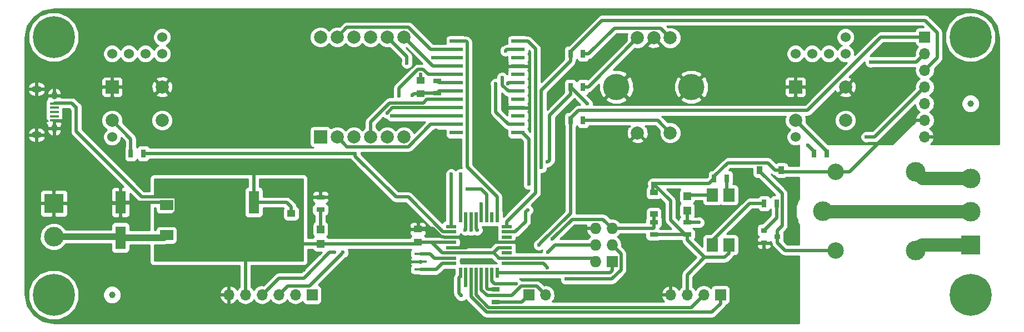
<source format=gtl>
G04 #@! TF.FileFunction,Copper,L1,Top,Signal*
%FSLAX46Y46*%
G04 Gerber Fmt 4.6, Leading zero omitted, Abs format (unit mm)*
G04 Created by KiCad (PCBNEW 4.0.7-e2-6376~58~ubuntu16.04.1) date Fri Oct 20 12:03:34 2017*
%MOMM*%
%LPD*%
G01*
G04 APERTURE LIST*
%ADD10C,0.100000*%
%ADD11C,2.500000*%
%ADD12C,3.000000*%
%ADD13R,2.032000X2.032000*%
%ADD14C,2.000000*%
%ADD15R,1.250000X1.000000*%
%ADD16R,1.727200X1.727200*%
%ADD17O,1.727200X1.727200*%
%ADD18R,3.000000X3.000000*%
%ADD19R,0.900000X0.800000*%
%ADD20R,1.300000X0.700000*%
%ADD21R,0.700000X1.300000*%
%ADD22C,1.524000*%
%ADD23R,2.000000X2.000000*%
%ADD24R,2.000000X0.600000*%
%ADD25R,1.200000X1.200000*%
%ADD26R,1.780000X2.000000*%
%ADD27R,2.000000X3.800000*%
%ADD28R,2.000000X1.500000*%
%ADD29R,1.700000X1.700000*%
%ADD30O,1.700000X1.700000*%
%ADD31R,1.600000X3.500000*%
%ADD32R,1.200000X0.900000*%
%ADD33R,0.900000X1.200000*%
%ADD34R,1.350000X0.400000*%
%ADD35O,0.950000X1.250000*%
%ADD36O,1.550000X1.000000*%
%ADD37C,4.000000*%
%ADD38R,1.900000X0.400000*%
%ADD39C,6.400000*%
%ADD40C,1.000000*%
%ADD41R,1.600000X0.550000*%
%ADD42R,0.550000X1.600000*%
%ADD43C,0.600000*%
%ADD44C,0.500000*%
%ADD45C,1.000000*%
%ADD46C,2.000000*%
%ADD47C,0.254000*%
G04 APERTURE END LIST*
D10*
D11*
X124206000Y23876000D03*
D12*
X136406000Y23876000D03*
X136456000Y11826000D03*
D11*
X124206000Y11876000D03*
D12*
X122256000Y17826000D03*
D13*
X45720000Y29210000D03*
D14*
X48260000Y29210000D03*
X50800000Y29210000D03*
X53340000Y29210000D03*
X55880000Y29210000D03*
X58420000Y29210000D03*
X53340000Y44450000D03*
X55880000Y44450000D03*
X45720000Y44450000D03*
X48260000Y44450000D03*
X58420000Y44450000D03*
X50800000Y44450000D03*
D15*
X60960000Y37830000D03*
X60960000Y35830000D03*
D16*
X90170000Y10160000D03*
D17*
X87630000Y10160000D03*
X90170000Y12700000D03*
X87630000Y12700000D03*
X90170000Y15240000D03*
X87630000Y15240000D03*
D18*
X144780000Y12700000D03*
D12*
X144780000Y17780000D03*
X144780000Y22860000D03*
D18*
X5080000Y19050000D03*
D12*
X5080000Y13970000D03*
D19*
X113300000Y14920000D03*
X113300000Y13020000D03*
X115300000Y13970000D03*
D20*
X96520000Y14290000D03*
X96520000Y16190000D03*
X63500000Y35880000D03*
X63500000Y37780000D03*
D21*
X85725000Y41910000D03*
X83825000Y41910000D03*
X85720000Y36830000D03*
X83820000Y36830000D03*
X18730000Y26670000D03*
X16830000Y26670000D03*
D20*
X101600000Y14290000D03*
X101600000Y16190000D03*
D21*
X105730000Y22860000D03*
X107630000Y22860000D03*
X113350000Y19050000D03*
X115250000Y19050000D03*
D22*
X13970000Y29210000D03*
X13970000Y41910000D03*
X16510000Y41910000D03*
X19050000Y41910000D03*
X21590000Y41910000D03*
D14*
X21590000Y36830000D03*
X21590000Y31750000D03*
X13970000Y31750000D03*
D23*
X13970000Y36830000D03*
D22*
X21590000Y44450000D03*
D24*
X75820000Y29845000D03*
X75820000Y31115000D03*
X75820000Y32385000D03*
X75820000Y33655000D03*
X75820000Y34925000D03*
X75820000Y36195000D03*
X75820000Y37465000D03*
X75820000Y38735000D03*
X75820000Y40005000D03*
X75820000Y41275000D03*
X75820000Y42545000D03*
X75820000Y43815000D03*
X66420000Y43815000D03*
X66420000Y42545000D03*
X66420000Y41275000D03*
X66420000Y40005000D03*
X66420000Y38735000D03*
X66420000Y37465000D03*
X66420000Y36195000D03*
X66420000Y34925000D03*
X66420000Y33655000D03*
X66420000Y32385000D03*
X66420000Y31115000D03*
X66420000Y29845000D03*
D25*
X101600000Y20150000D03*
X101600000Y17950000D03*
X45720000Y12870000D03*
X45720000Y15070000D03*
D20*
X45720000Y18100000D03*
X45720000Y20000000D03*
D26*
X107950000Y20320000D03*
X105410000Y12700000D03*
X105410000Y20320000D03*
X107950000Y12700000D03*
D27*
X28550000Y16510000D03*
D28*
X22250000Y16510000D03*
X22250000Y14210000D03*
X22250000Y18810000D03*
D29*
X77470000Y5080000D03*
D30*
X80010000Y5080000D03*
D20*
X72390000Y4005500D03*
X72390000Y5905500D03*
D21*
X120970000Y26670000D03*
X122870000Y26670000D03*
D22*
X118110000Y29210000D03*
X118110000Y41910000D03*
X120650000Y41910000D03*
X123190000Y41910000D03*
X125730000Y41910000D03*
D14*
X125730000Y36830000D03*
X125730000Y31750000D03*
X118110000Y31750000D03*
D23*
X118110000Y36830000D03*
D22*
X125730000Y44450000D03*
D29*
X44450000Y5080000D03*
D30*
X41910000Y5080000D03*
X39370000Y5080000D03*
X36830000Y5080000D03*
X34290000Y5080000D03*
X31750000Y5080000D03*
D31*
X15240000Y13810000D03*
X15240000Y19210000D03*
X35560000Y13810000D03*
X35560000Y19210000D03*
D32*
X96520000Y20700000D03*
X96520000Y17400000D03*
D33*
X115950000Y24130000D03*
X112650000Y24130000D03*
D34*
X5160000Y34320000D03*
X5160000Y33670000D03*
X5160000Y33020000D03*
X5160000Y32370000D03*
X5160000Y31720000D03*
D35*
X5160000Y35520000D03*
X5160000Y30520000D03*
D36*
X2460000Y36520000D03*
X2460000Y29520000D03*
D21*
X83825000Y31750000D03*
X85725000Y31750000D03*
D37*
X102220000Y36830000D03*
D14*
X94020000Y29830000D03*
X94020000Y44330000D03*
X96520000Y44330000D03*
X99020000Y44330000D03*
X99020000Y29830000D03*
D37*
X90820000Y36830000D03*
D38*
X60960000Y10160000D03*
X60960000Y8960000D03*
X60960000Y11360000D03*
D29*
X137795000Y44450000D03*
D30*
X137795000Y41910000D03*
X137795000Y39370000D03*
X137795000Y36830000D03*
X137795000Y34290000D03*
X137795000Y31750000D03*
X137795000Y29210000D03*
D39*
X5080000Y44450000D03*
X5080000Y5080000D03*
X144780000Y5080000D03*
X144780000Y44450000D03*
D40*
X13970000Y5080000D03*
X144780000Y34290000D03*
D15*
X41275000Y15510000D03*
X41275000Y17510000D03*
X60579000Y15113000D03*
X60579000Y13113000D03*
D41*
X65600000Y15500000D03*
X65600000Y14700000D03*
X65600000Y13900000D03*
X65600000Y13100000D03*
X65600000Y12300000D03*
X65600000Y11500000D03*
X65600000Y10700000D03*
X65600000Y9900000D03*
D42*
X67050000Y8450000D03*
X67850000Y8450000D03*
X68650000Y8450000D03*
X69450000Y8450000D03*
X70250000Y8450000D03*
X71050000Y8450000D03*
X71850000Y8450000D03*
X72650000Y8450000D03*
D41*
X74100000Y9900000D03*
X74100000Y10700000D03*
X74100000Y11500000D03*
X74100000Y12300000D03*
X74100000Y13100000D03*
X74100000Y13900000D03*
X74100000Y14700000D03*
X74100000Y15500000D03*
D42*
X72650000Y16950000D03*
X71850000Y16950000D03*
X71050000Y16950000D03*
X70250000Y16950000D03*
X69450000Y16950000D03*
X68650000Y16950000D03*
X67850000Y16950000D03*
X67050000Y16950000D03*
D29*
X106680000Y5080000D03*
D30*
X104140000Y5080000D03*
X101600000Y5080000D03*
X99060000Y5080000D03*
D43*
X55870512Y32855397D03*
X56578500Y32385000D03*
X57658000Y35496500D03*
X74282601Y37363785D03*
X73914000Y42354500D03*
X58880345Y40474990D03*
X73406000Y38227000D03*
X72453500Y37338000D03*
X62865000Y41275000D03*
X87503000Y40513000D03*
X80645000Y18415000D03*
X68706998Y13081000D03*
X63373000Y30226000D03*
X63754000Y18161000D03*
X62262000Y15208000D03*
X67818000Y10287000D03*
X133350000Y41910000D03*
X35560000Y24130000D03*
X118110000Y25400000D03*
X117475000Y21590000D03*
X99695000Y20955000D03*
X111125000Y21590000D03*
X49530000Y31115000D03*
X60325000Y31115000D03*
X62230000Y27940000D03*
X73660000Y33655000D03*
X54610000Y39370000D03*
X60960000Y38735000D03*
X43180000Y8890000D03*
X36830000Y8890000D03*
X36830000Y8890000D03*
X95250000Y24130000D03*
X91440000Y17780000D03*
X69596000Y14986000D03*
X81026000Y13589004D03*
X80312280Y9250010D03*
X83133114Y7493000D03*
X75506942Y6789058D03*
X80391000Y11620500D03*
X51015002Y26670000D03*
X77470000Y21971000D03*
X77282776Y18031173D03*
X79375000Y24511000D03*
X67056000Y23495000D03*
X80264000Y25400000D03*
X65659000Y23495000D03*
X86360000Y34290000D03*
X129540000Y40640000D03*
X8509000Y33655000D03*
X59690000Y35560000D03*
X26670000Y15240000D03*
X25400000Y15240000D03*
X24130000Y15240000D03*
X24130000Y17780000D03*
X25400000Y17780000D03*
X26670000Y17780000D03*
X24130000Y16510000D03*
X25400000Y16510000D03*
X26670000Y16510000D03*
X96393000Y22098000D03*
X67183000Y4953000D03*
X128905000Y29210000D03*
X120015000Y27940000D03*
X67754500Y14986000D03*
X68649361Y14985764D03*
X68071999Y21209000D03*
X49149000Y11557000D03*
X70231000Y18923000D03*
X47879000Y11557000D03*
X67818000Y6477000D03*
X78994000Y12700000D03*
X103378000Y16129000D03*
D44*
X66420000Y33655000D02*
X56670115Y33655000D01*
X56670115Y33655000D02*
X55870512Y32855397D01*
X66420000Y31115000D02*
X62545002Y31115000D01*
X62545002Y31115000D02*
X59140001Y27709999D01*
X49760001Y27709999D02*
X49259999Y28210001D01*
X59140001Y27709999D02*
X49760001Y27709999D01*
X49259999Y28210001D02*
X48260000Y29210000D01*
X66420000Y32385000D02*
X56578500Y32385000D01*
X66420000Y34925000D02*
X61914998Y34925000D01*
X61914998Y34925000D02*
X61395009Y34405011D01*
X61395009Y34405011D02*
X56283121Y34405011D01*
X56283121Y34405011D02*
X53340000Y31461890D01*
X53340000Y31461890D02*
X53340000Y29210000D01*
X57658000Y36617004D02*
X57658000Y35496500D01*
X60575998Y39535002D02*
X57658000Y36617004D01*
X61344002Y39535002D02*
X60575998Y39535002D01*
X62144004Y38735000D02*
X61344002Y39535002D01*
X66420000Y38735000D02*
X62144004Y38735000D01*
X74282601Y37427601D02*
X74282601Y37363785D01*
X75820000Y37465000D02*
X74320000Y37465000D01*
X74320000Y37465000D02*
X74282601Y37427601D01*
X75820000Y42545000D02*
X74104500Y42545000D01*
X74104500Y42545000D02*
X73914000Y42354500D01*
X58880345Y41449655D02*
X58880345Y40474990D01*
X55880000Y44450000D02*
X58880345Y41449655D01*
X73406000Y37109000D02*
X73406000Y38227000D01*
X75820000Y36195000D02*
X74320000Y36195000D01*
X74320000Y36195000D02*
X73406000Y37109000D01*
X75820000Y31115000D02*
X74320000Y31115000D01*
X74320000Y31115000D02*
X72453500Y32981500D01*
X72453500Y32981500D02*
X72453500Y37338000D01*
X49760001Y45950001D02*
X48260000Y44450000D01*
X59140001Y45950001D02*
X49760001Y45950001D01*
X62545002Y42545000D02*
X59140001Y45950001D01*
X66420000Y42545000D02*
X62545002Y42545000D01*
X66420000Y40005000D02*
X62865000Y40005000D01*
X62865000Y40005000D02*
X58420000Y44450000D01*
X66420000Y41275000D02*
X62865000Y41275000D01*
X74100000Y13100000D02*
X75400000Y13100000D01*
X75400000Y13100000D02*
X80645000Y18345000D01*
X80645000Y18345000D02*
X80645000Y18415000D01*
X5080000Y19050000D02*
X5080000Y21050000D01*
X5080000Y21050000D02*
X6985000Y22955000D01*
X6176001Y31669999D02*
X5160000Y31669999D01*
X6985000Y22955000D02*
X6985000Y30861000D01*
X6985000Y30861000D02*
X6176001Y31669999D01*
X5160000Y31669999D02*
X5160000Y30520000D01*
X67925998Y12300000D02*
X68406999Y12781001D01*
X65600000Y12300000D02*
X67925998Y12300000D01*
X67887998Y13900000D02*
X68406999Y13380999D01*
X65600000Y13900000D02*
X67887998Y13900000D01*
X68406999Y12781001D02*
X68706998Y13081000D01*
X68725998Y13100000D02*
X68706998Y13081000D01*
X69869000Y13100000D02*
X68725998Y13100000D01*
X68406999Y13380999D02*
X68706998Y13081000D01*
X74100000Y13100000D02*
X69869000Y13100000D01*
X63373000Y29083000D02*
X63373000Y29801736D01*
X62230000Y27940000D02*
X63373000Y29083000D01*
X63373000Y29801736D02*
X63373000Y30226000D01*
X62262000Y15208000D02*
X60674000Y15208000D01*
X60674000Y15208000D02*
X60579000Y15113000D01*
X62686264Y15208000D02*
X62262000Y15208000D01*
X62856323Y15208000D02*
X62686264Y15208000D01*
X64485687Y13974988D02*
X64089335Y13974988D01*
X64089335Y13974988D02*
X62856323Y15208000D01*
X64560675Y13900000D02*
X64485687Y13974988D01*
X65600000Y13900000D02*
X64560675Y13900000D01*
X5080000Y19050000D02*
X15080000Y19050000D01*
X15080000Y19050000D02*
X15240000Y19210000D01*
X60704000Y15208000D02*
X60579000Y15208000D01*
X35560000Y19210000D02*
X40575000Y19210000D01*
X40575000Y19210000D02*
X41275000Y18510000D01*
X41275000Y18510000D02*
X41275000Y17510000D01*
X21850000Y19210000D02*
X22250000Y18810000D01*
X15240000Y19210000D02*
X21850000Y19210000D01*
X35560000Y19210000D02*
X35560000Y24130000D01*
X54610000Y36195000D02*
X49530000Y31115000D01*
X54610000Y39370000D02*
X54610000Y36195000D01*
X75820000Y33655000D02*
X73660000Y33655000D01*
X60960000Y37830000D02*
X60960000Y38735000D01*
X91440000Y17780000D02*
X91440000Y20320000D01*
X91440000Y20320000D02*
X95250000Y24130000D01*
D45*
X15240000Y13810000D02*
X21850000Y13810000D01*
X21850000Y13810000D02*
X22250000Y14210000D01*
X5080000Y13970000D02*
X15080000Y13970000D01*
X15080000Y13970000D02*
X15240000Y13810000D01*
D44*
X69450000Y15132000D02*
X69596000Y14986000D01*
X69450000Y16950000D02*
X69450000Y15132000D01*
X84062994Y16625998D02*
X81325999Y13889003D01*
X81325999Y13889003D02*
X81026000Y13589004D01*
X88784002Y16625998D02*
X84062994Y16625998D01*
X90170000Y15240000D02*
X88784002Y16625998D01*
X96520000Y16190000D02*
X96520000Y17400000D01*
X90170000Y15240000D02*
X96420000Y15240000D01*
X96420000Y15240000D02*
X96520000Y15340000D01*
X96520000Y15340000D02*
X96520000Y16190000D01*
X90170000Y8796400D02*
X89823600Y8450000D01*
X90170000Y10160000D02*
X90170000Y8796400D01*
X89823600Y8450000D02*
X73425000Y8450000D01*
X73425000Y8450000D02*
X72650000Y8450000D01*
X80012281Y9550009D02*
X80312280Y9250010D01*
X79662290Y9900000D02*
X80012281Y9550009D01*
X74100000Y9900000D02*
X79662290Y9900000D01*
X90170000Y12700000D02*
X91533601Y11336399D01*
X91533601Y11336399D02*
X91533601Y8896399D01*
X91533601Y8896399D02*
X90130202Y7493000D01*
X90130202Y7493000D02*
X83133114Y7493000D01*
X75082678Y6789058D02*
X75506942Y6789058D01*
X72210942Y6789058D02*
X75082678Y6789058D01*
X71850000Y7150000D02*
X72210942Y6789058D01*
X71850000Y8450000D02*
X71850000Y7150000D01*
X87630000Y12700000D02*
X81470500Y12700000D01*
X81470500Y12700000D02*
X80391000Y11620500D01*
X51015002Y26670000D02*
X51015002Y26245736D01*
X59096999Y20027999D02*
X64399999Y14724999D01*
X64399999Y14724999D02*
X65575001Y14724999D01*
X65575001Y14724999D02*
X65600000Y14700000D01*
X51015002Y26245736D02*
X57232739Y20027999D01*
X57232739Y20027999D02*
X59096999Y20027999D01*
X18730000Y26670000D02*
X51015002Y26670000D01*
X74100000Y14700000D02*
X75400000Y14700000D01*
X77470000Y21971000D02*
X77470000Y28895000D01*
X77470000Y28895000D02*
X76520000Y29845000D01*
X76520000Y29845000D02*
X75820000Y29845000D01*
X76987498Y17735895D02*
X77282776Y18031173D01*
X76987498Y16287498D02*
X76987498Y17735895D01*
X75400000Y14700000D02*
X76987498Y16287498D01*
X75820000Y43815000D02*
X77320000Y43815000D01*
X74100000Y16275000D02*
X74100000Y15500000D01*
X77320000Y43815000D02*
X78509978Y42625022D01*
X78509978Y42625022D02*
X78509978Y20684978D01*
X78509978Y20684978D02*
X74100000Y16275000D01*
X66420000Y43815000D02*
X67920000Y43815000D01*
X67920000Y43815000D02*
X68072000Y43663000D01*
X68072000Y43663000D02*
X68072000Y24638000D01*
X68072000Y24638000D02*
X72650000Y20060000D01*
X72650000Y20060000D02*
X72650000Y16950000D01*
X79375000Y24935264D02*
X79375000Y24511000D01*
X79375000Y36310000D02*
X79375000Y24935264D01*
X83825000Y40760000D02*
X79375000Y36310000D01*
X83825000Y41910000D02*
X83825000Y40760000D01*
X67050000Y16950000D02*
X67050000Y23489000D01*
X67050000Y23489000D02*
X67056000Y23495000D01*
X137855002Y46990000D02*
X88605000Y46990000D01*
X88605000Y46990000D02*
X83825000Y42210000D01*
X83825000Y42210000D02*
X83825000Y41910000D01*
X139700000Y45145002D02*
X137855002Y46990000D01*
X139700000Y41275000D02*
X139700000Y45145002D01*
X137795000Y39370000D02*
X139700000Y41275000D01*
X83820000Y36830000D02*
X83820000Y35680000D01*
X83820000Y35680000D02*
X80645000Y32505000D01*
X80645000Y32505000D02*
X80645000Y25654000D01*
X80645000Y25654000D02*
X80391000Y25400000D01*
X80391000Y25400000D02*
X80264000Y25400000D01*
X65600000Y15500000D02*
X65600000Y23436000D01*
X65600000Y23436000D02*
X65659000Y23495000D01*
X86360000Y34290000D02*
X83820000Y36830000D01*
X137795000Y41910000D02*
X136532999Y40647999D01*
X136532999Y40647999D02*
X129547999Y40647999D01*
X129547999Y40647999D02*
X129540000Y40640000D01*
X83820000Y36830000D02*
X83820000Y36530000D01*
X124206000Y23876000D02*
X126365000Y23876000D01*
X126365000Y23876000D02*
X134239000Y31750000D01*
X134239000Y31750000D02*
X137795000Y31750000D01*
X101600000Y5080000D02*
X101600000Y8150000D01*
X101600000Y8150000D02*
X104245000Y10795000D01*
X101600000Y14290000D02*
X101600000Y13440000D01*
X107950000Y11430002D02*
X107950000Y12700000D01*
X107315000Y10795002D02*
X107950000Y11430002D01*
X104245000Y10795000D02*
X107315000Y10795002D01*
X101600000Y13440000D02*
X104245000Y10795000D01*
X96393000Y22098000D02*
X99060000Y19431000D01*
X99060000Y19431000D02*
X99060000Y16530000D01*
X99060000Y16530000D02*
X101300000Y14290000D01*
X101300000Y14290000D02*
X101600000Y14290000D01*
X124206000Y23876000D02*
X116204000Y23876000D01*
X116204000Y23876000D02*
X115950000Y24130000D01*
X65600000Y11500000D02*
X64300000Y11500000D01*
X61704000Y13113000D02*
X60579000Y13113000D01*
X62687000Y13113000D02*
X61704000Y13113000D01*
X64300000Y11500000D02*
X62687000Y13113000D01*
X45720000Y12870000D02*
X60336000Y12870000D01*
X60336000Y12870000D02*
X60579000Y13113000D01*
X60579000Y13113000D02*
X65587000Y13113000D01*
X65587000Y13113000D02*
X65600000Y13100000D01*
X60241000Y12870000D02*
X60579000Y13208000D01*
X60579000Y13208000D02*
X60454000Y13208000D01*
X8509000Y33655000D02*
X7793999Y34370001D01*
X7793999Y34370001D02*
X6235001Y34370001D01*
X6235001Y34370001D02*
X5160000Y34370001D01*
X74100000Y10700000D02*
X87090000Y10700000D01*
X87090000Y10700000D02*
X87630000Y10160000D01*
X35560000Y13810000D02*
X40575000Y13810000D01*
X40575000Y13810000D02*
X41275000Y14510000D01*
X41275000Y14510000D02*
X41275000Y15510000D01*
X8509000Y30016675D02*
X8509000Y33230736D01*
X18465674Y20060001D02*
X8509000Y30016675D01*
X23750001Y19960001D02*
X23650001Y20060001D01*
X23750001Y17760001D02*
X23750001Y19960001D01*
X23650001Y20060001D02*
X18465674Y20060001D01*
X22500000Y16510000D02*
X23750001Y17760001D01*
X8509000Y33230736D02*
X8509000Y33655000D01*
X22250000Y16510000D02*
X22500000Y16510000D01*
X96520000Y14290000D02*
X97670000Y14290000D01*
X97670000Y14290000D02*
X101600000Y14290000D01*
X65600000Y11500000D02*
X72124998Y11500000D01*
X60960000Y35830000D02*
X59960000Y35830000D01*
X59960000Y35830000D02*
X59690000Y35560000D01*
X63500000Y35880000D02*
X61010000Y35880000D01*
X61010000Y35880000D02*
X60960000Y35830000D01*
X66420000Y36195000D02*
X63815000Y36195000D01*
X63815000Y36195000D02*
X63500000Y35880000D01*
X26670000Y15240000D02*
X26670000Y16510000D01*
X24130000Y15240000D02*
X25400000Y15240000D01*
X25400000Y17780000D02*
X24130000Y17780000D01*
X26670000Y16510000D02*
X26670000Y17780000D01*
X25400000Y16510000D02*
X26670000Y16510000D01*
X25400000Y16510000D02*
X24130000Y16510000D01*
X22250000Y16510000D02*
X24130000Y16510000D01*
X26670000Y16510000D02*
X28550000Y16510000D01*
X105730000Y22860000D02*
X105730000Y23160000D01*
X105730000Y23160000D02*
X107800001Y25230001D01*
X107800001Y25230001D02*
X113899999Y25230001D01*
X113899999Y25230001D02*
X115000000Y24130000D01*
X115000000Y24130000D02*
X115950000Y24130000D01*
X96393000Y22098000D02*
X104968000Y22098000D01*
X104968000Y22098000D02*
X105730000Y22860000D01*
X96393000Y22098000D02*
X96393000Y20827000D01*
X96393000Y20827000D02*
X96520000Y20700000D01*
X34290000Y5080000D02*
X34290000Y12540000D01*
X34290000Y12540000D02*
X35560000Y13810000D01*
X72124998Y11500000D02*
X72124998Y11624998D01*
X72124998Y11624998D02*
X72800000Y12300000D01*
X72800000Y12300000D02*
X74100000Y12300000D01*
X72124998Y11500000D02*
X72924998Y10700000D01*
X72924998Y10700000D02*
X74100000Y10700000D01*
X35560000Y13810000D02*
X30350000Y13810000D01*
X30350000Y13810000D02*
X28550000Y15610000D01*
X28550000Y15610000D02*
X28550000Y16510000D01*
X45720000Y12870000D02*
X36500000Y12870000D01*
X36500000Y12870000D02*
X35560000Y13810000D01*
X115250000Y19050000D02*
X115250000Y16870000D01*
X115250000Y16870000D02*
X113300000Y14920000D01*
X105410000Y20320000D02*
X101770000Y20320000D01*
X101770000Y20320000D02*
X101600000Y20150000D01*
X67050000Y8450000D02*
X67050000Y7925000D01*
X66802000Y5334000D02*
X67183000Y4953000D01*
X67050000Y7925000D02*
X66802000Y7677000D01*
X66802000Y7677000D02*
X66802000Y5334000D01*
X128905000Y29210000D02*
X130175000Y29210000D01*
X130175000Y29210000D02*
X137795000Y36830000D01*
X120970000Y26670000D02*
X120970000Y26985000D01*
X120970000Y26985000D02*
X120015000Y27940000D01*
X120970000Y26670000D02*
X120970000Y26370000D01*
X67850000Y15018000D02*
X67850000Y16950000D01*
X67754500Y14986000D02*
X67818000Y14986000D01*
X67818000Y14986000D02*
X67850000Y15018000D01*
X68650000Y14986403D02*
X68649361Y14985764D01*
X68650000Y16950000D02*
X68650000Y14986403D01*
X71050000Y16950000D02*
X71050000Y20390000D01*
X71050000Y20390000D02*
X70231000Y21209000D01*
X70231000Y21209000D02*
X68496263Y21209000D01*
X68496263Y21209000D02*
X68071999Y21209000D01*
X48849001Y11257001D02*
X49149000Y11557000D01*
X44022001Y6430001D02*
X48849001Y11257001D01*
X40720001Y6430001D02*
X44022001Y6430001D01*
X39370000Y5080000D02*
X40720001Y6430001D01*
X70250000Y18904000D02*
X70231000Y18923000D01*
X70250000Y16950000D02*
X70250000Y18904000D01*
X43180000Y7620000D02*
X39370000Y7620000D01*
X39370000Y7620000D02*
X36830000Y5080000D01*
X47117000Y11557000D02*
X43180000Y7620000D01*
X47879000Y11557000D02*
X47117000Y11557000D01*
X83825000Y31750000D02*
X83825000Y17531000D01*
X83825000Y17531000D02*
X79293999Y12999999D01*
X79293999Y12999999D02*
X78994000Y12700000D01*
X67850000Y6509000D02*
X67818000Y6477000D01*
X67850000Y8450000D02*
X67850000Y6509000D01*
X137795000Y44450000D02*
X131129998Y44450000D01*
X131129998Y44450000D02*
X119929999Y33250001D01*
X119929999Y33250001D02*
X85025001Y33250001D01*
X85025001Y33250001D02*
X83825000Y32050000D01*
X83825000Y32050000D02*
X83825000Y31750000D01*
X66420000Y37465000D02*
X63815000Y37465000D01*
X63815000Y37465000D02*
X63500000Y37780000D01*
X45720000Y18100000D02*
X45720000Y15070000D01*
X124206000Y11876000D02*
X116494000Y11876000D01*
X116494000Y11876000D02*
X115300000Y13070000D01*
X115300000Y13070000D02*
X115300000Y13970000D01*
X115300000Y13970000D02*
X115300000Y14870000D01*
X115300000Y14870000D02*
X116100001Y15670001D01*
X116100001Y15670001D02*
X116100001Y20529999D01*
X116100001Y20529999D02*
X112650000Y23980000D01*
X112650000Y23980000D02*
X112650000Y24130000D01*
X72390000Y4005500D02*
X76395500Y4005500D01*
X76395500Y4005500D02*
X77470000Y5080000D01*
D46*
X144780000Y12700000D02*
X137330000Y12700000D01*
X137330000Y12700000D02*
X136456000Y11826000D01*
X144780000Y17780000D02*
X122302000Y17780000D01*
X122302000Y17780000D02*
X122256000Y17826000D01*
X144780000Y22860000D02*
X137422000Y22860000D01*
X137422000Y22860000D02*
X136406000Y23876000D01*
D44*
X86575000Y41910000D02*
X85725000Y41910000D01*
X90495001Y45830001D02*
X86575000Y41910000D01*
X99020000Y44330000D02*
X97519999Y45830001D01*
X97519999Y45830001D02*
X90495001Y45830001D01*
X94020000Y44330000D02*
X86520000Y36830000D01*
X86520000Y36830000D02*
X85720000Y36830000D01*
X99020000Y29830000D02*
X97100000Y31750000D01*
X97100000Y31750000D02*
X85725000Y31750000D01*
X107630000Y22860000D02*
X107630000Y20640000D01*
X107630000Y20640000D02*
X107950000Y20320000D01*
X105410000Y12700000D02*
X105410000Y13335000D01*
X105410000Y13335000D02*
X111125000Y19050000D01*
X111125000Y19050000D02*
X113350000Y19050000D01*
X13970000Y31750000D02*
X16830000Y28890000D01*
X16830000Y28890000D02*
X16830000Y26670000D01*
X122870000Y26990000D02*
X118110000Y31750000D01*
X122870000Y26670000D02*
X122870000Y26990000D01*
X60960000Y11360000D02*
X62410000Y11360000D01*
X63070000Y10700000D02*
X64300000Y10700000D01*
X62410000Y11360000D02*
X63070000Y10700000D01*
X64300000Y10700000D02*
X65600000Y10700000D01*
X65600000Y9900000D02*
X64300000Y9900000D01*
X64300000Y9900000D02*
X63360000Y8960000D01*
X63360000Y8960000D02*
X62410000Y8960000D01*
X62410000Y8960000D02*
X60960000Y8960000D01*
X103378000Y16129000D02*
X101661000Y16129000D01*
X101661000Y16129000D02*
X101600000Y16190000D01*
X69450000Y8450000D02*
X69450000Y5045498D01*
X69450000Y5045498D02*
X71339999Y3155499D01*
X71339999Y3155499D02*
X102215499Y3155499D01*
X102215499Y3155499D02*
X103290001Y4230001D01*
X103290001Y4230001D02*
X104140000Y5080000D01*
X101600000Y17950000D02*
X101600000Y16190000D01*
X71131826Y4953000D02*
X74844004Y4953000D01*
X70250000Y8450000D02*
X70250000Y5834826D01*
X76321005Y6430001D02*
X78659999Y6430001D01*
X79160001Y5929999D02*
X80010000Y5080000D01*
X70250000Y5834826D02*
X71131826Y4953000D01*
X74844004Y4953000D02*
X76321005Y6430001D01*
X78659999Y6430001D02*
X79160001Y5929999D01*
X68650000Y8450000D02*
X68650000Y4784824D01*
X68650000Y4784824D02*
X71029335Y2405489D01*
X105355489Y2405489D02*
X106680000Y3730000D01*
X71029335Y2405489D02*
X105355489Y2405489D01*
X106680000Y3730000D02*
X106680000Y5080000D01*
X71050000Y8450000D02*
X71050000Y6095500D01*
X71050000Y6095500D02*
X71240000Y5905500D01*
X71240000Y5905500D02*
X72390000Y5905500D01*
D47*
G36*
X34675000Y21591446D02*
X34524683Y21563162D01*
X34308559Y21424090D01*
X34163569Y21211890D01*
X34112560Y20960000D01*
X34112560Y17460000D01*
X34156838Y17224683D01*
X34295910Y17008559D01*
X34508110Y16863569D01*
X34760000Y16812560D01*
X36360000Y16812560D01*
X36595317Y16856838D01*
X36811441Y16995910D01*
X36956431Y17208110D01*
X37007440Y17460000D01*
X37007440Y18325000D01*
X40096690Y18325000D01*
X40053569Y18261890D01*
X40002560Y18010000D01*
X40002560Y17010000D01*
X40046838Y16774683D01*
X40185910Y16558559D01*
X40398110Y16413569D01*
X40650000Y16362560D01*
X41900000Y16362560D01*
X42135317Y16406838D01*
X42351441Y16545910D01*
X42496431Y16758110D01*
X42547440Y17010000D01*
X42547440Y18010000D01*
X42503162Y18245317D01*
X42364090Y18461441D01*
X42151890Y18606431D01*
X42140354Y18608767D01*
X42092633Y18848675D01*
X41900790Y19135790D01*
X41900787Y19135792D01*
X41200790Y19835790D01*
X41068890Y19923922D01*
X40913675Y20027633D01*
X40857484Y20038810D01*
X40575000Y20095001D01*
X40574995Y20095000D01*
X37007440Y20095000D01*
X37007440Y20960000D01*
X36963162Y21195317D01*
X36824090Y21411441D01*
X36611890Y21556431D01*
X36445000Y21590227D01*
X36445000Y22733000D01*
X43053000Y22733000D01*
X43053000Y10287000D01*
X20447000Y10287000D01*
X20447000Y12675000D01*
X21850000Y12675000D01*
X22284346Y12761397D01*
X22360917Y12812560D01*
X23250000Y12812560D01*
X23485317Y12856838D01*
X23701441Y12995910D01*
X23846431Y13208110D01*
X23897440Y13460000D01*
X23897440Y14960000D01*
X23853162Y15195317D01*
X23714090Y15411441D01*
X23501890Y15556431D01*
X23250000Y15607440D01*
X21250000Y15607440D01*
X21014683Y15563162D01*
X20798559Y15424090D01*
X20653569Y15211890D01*
X20602560Y14960000D01*
X20602560Y14945000D01*
X20447000Y14945000D01*
X20447000Y18325000D01*
X20602560Y18325000D01*
X20602560Y18060000D01*
X20646838Y17824683D01*
X20785910Y17608559D01*
X20998110Y17463569D01*
X21250000Y17412560D01*
X23250000Y17412560D01*
X23485317Y17456838D01*
X23701441Y17595910D01*
X23846431Y17808110D01*
X23897440Y18060000D01*
X23897440Y19560000D01*
X23853162Y19795317D01*
X23714090Y20011441D01*
X23501890Y20156431D01*
X23250000Y20207440D01*
X21250000Y20207440D01*
X21014683Y20163162D01*
X20908756Y20095000D01*
X20447000Y20095000D01*
X20447000Y22733000D01*
X34675000Y22733000D01*
X34675000Y21591446D01*
X34675000Y21591446D01*
G37*
X34675000Y21591446D02*
X34524683Y21563162D01*
X34308559Y21424090D01*
X34163569Y21211890D01*
X34112560Y20960000D01*
X34112560Y17460000D01*
X34156838Y17224683D01*
X34295910Y17008559D01*
X34508110Y16863569D01*
X34760000Y16812560D01*
X36360000Y16812560D01*
X36595317Y16856838D01*
X36811441Y16995910D01*
X36956431Y17208110D01*
X37007440Y17460000D01*
X37007440Y18325000D01*
X40096690Y18325000D01*
X40053569Y18261890D01*
X40002560Y18010000D01*
X40002560Y17010000D01*
X40046838Y16774683D01*
X40185910Y16558559D01*
X40398110Y16413569D01*
X40650000Y16362560D01*
X41900000Y16362560D01*
X42135317Y16406838D01*
X42351441Y16545910D01*
X42496431Y16758110D01*
X42547440Y17010000D01*
X42547440Y18010000D01*
X42503162Y18245317D01*
X42364090Y18461441D01*
X42151890Y18606431D01*
X42140354Y18608767D01*
X42092633Y18848675D01*
X41900790Y19135790D01*
X41900787Y19135792D01*
X41200790Y19835790D01*
X41068890Y19923922D01*
X40913675Y20027633D01*
X40857484Y20038810D01*
X40575000Y20095001D01*
X40574995Y20095000D01*
X37007440Y20095000D01*
X37007440Y20960000D01*
X36963162Y21195317D01*
X36824090Y21411441D01*
X36611890Y21556431D01*
X36445000Y21590227D01*
X36445000Y22733000D01*
X43053000Y22733000D01*
X43053000Y10287000D01*
X20447000Y10287000D01*
X20447000Y12675000D01*
X21850000Y12675000D01*
X22284346Y12761397D01*
X22360917Y12812560D01*
X23250000Y12812560D01*
X23485317Y12856838D01*
X23701441Y12995910D01*
X23846431Y13208110D01*
X23897440Y13460000D01*
X23897440Y14960000D01*
X23853162Y15195317D01*
X23714090Y15411441D01*
X23501890Y15556431D01*
X23250000Y15607440D01*
X21250000Y15607440D01*
X21014683Y15563162D01*
X20798559Y15424090D01*
X20653569Y15211890D01*
X20602560Y14960000D01*
X20602560Y14945000D01*
X20447000Y14945000D01*
X20447000Y18325000D01*
X20602560Y18325000D01*
X20602560Y18060000D01*
X20646838Y17824683D01*
X20785910Y17608559D01*
X20998110Y17463569D01*
X21250000Y17412560D01*
X23250000Y17412560D01*
X23485317Y17456838D01*
X23701441Y17595910D01*
X23846431Y17808110D01*
X23897440Y18060000D01*
X23897440Y19560000D01*
X23853162Y19795317D01*
X23714090Y20011441D01*
X23501890Y20156431D01*
X23250000Y20207440D01*
X21250000Y20207440D01*
X21014683Y20163162D01*
X20908756Y20095000D01*
X20447000Y20095000D01*
X20447000Y22733000D01*
X34675000Y22733000D01*
X34675000Y21591446D01*
G36*
X146437249Y48450953D02*
X147842197Y47512196D01*
X148780953Y46107249D01*
X149125000Y44377609D01*
X149125000Y28067000D01*
X138723914Y28067000D01*
X139066645Y28443076D01*
X139236476Y28853110D01*
X139115155Y29083000D01*
X137922000Y29083000D01*
X137922000Y29063000D01*
X137668000Y29063000D01*
X137668000Y29083000D01*
X137648000Y29083000D01*
X137648000Y29337000D01*
X137668000Y29337000D01*
X137668000Y29357000D01*
X137922000Y29357000D01*
X137922000Y29337000D01*
X139115155Y29337000D01*
X139236476Y29566890D01*
X139066645Y29976924D01*
X138676358Y30405183D01*
X138533447Y30472298D01*
X138874147Y30699946D01*
X139196054Y31181715D01*
X139309093Y31750000D01*
X139196054Y32318285D01*
X138874147Y32800054D01*
X138544974Y33020000D01*
X138874147Y33239946D01*
X139196054Y33721715D01*
X139254061Y34013339D01*
X143382758Y34013339D01*
X143594990Y33499697D01*
X143987630Y33106371D01*
X144500900Y32893243D01*
X145056661Y32892758D01*
X145570303Y33104990D01*
X145963629Y33497630D01*
X146176757Y34010900D01*
X146177242Y34566661D01*
X145965010Y35080303D01*
X145572370Y35473629D01*
X145059100Y35686757D01*
X144503339Y35687242D01*
X143989697Y35475010D01*
X143596371Y35082370D01*
X143383243Y34569100D01*
X143382758Y34013339D01*
X139254061Y34013339D01*
X139309093Y34290000D01*
X139196054Y34858285D01*
X138874147Y35340054D01*
X138544974Y35560000D01*
X138874147Y35779946D01*
X139196054Y36261715D01*
X139309093Y36830000D01*
X139196054Y37398285D01*
X138874147Y37880054D01*
X138544974Y38100000D01*
X138874147Y38319946D01*
X139196054Y38801715D01*
X139309093Y39370000D01*
X139265539Y39588960D01*
X140325787Y40649208D01*
X140325790Y40649210D01*
X140517633Y40936325D01*
X140535209Y41024683D01*
X140585001Y41275000D01*
X140585000Y41275005D01*
X140585000Y43690518D01*
X140944336Y43690518D01*
X141526950Y42280485D01*
X142604811Y41200741D01*
X144013825Y40615667D01*
X145539482Y40614336D01*
X146949515Y41196950D01*
X148029259Y42274811D01*
X148614333Y43683825D01*
X148615664Y45209482D01*
X148033050Y46619515D01*
X146955189Y47699259D01*
X145546175Y48284333D01*
X144020518Y48285664D01*
X142610485Y47703050D01*
X141530741Y46625189D01*
X140945667Y45216175D01*
X140944336Y43690518D01*
X140585000Y43690518D01*
X140585000Y45144997D01*
X140585001Y45145002D01*
X140517633Y45483677D01*
X140432340Y45611327D01*
X140325790Y45770792D01*
X140325787Y45770794D01*
X138480792Y47615790D01*
X138350197Y47703050D01*
X138193677Y47807633D01*
X138137486Y47818810D01*
X137855002Y47875001D01*
X137854997Y47875000D01*
X88605005Y47875000D01*
X88605000Y47875001D01*
X88322516Y47818810D01*
X88266325Y47807633D01*
X87979210Y47615790D01*
X87979208Y47615787D01*
X83570860Y43207440D01*
X83475000Y43207440D01*
X83239683Y43163162D01*
X83023559Y43024090D01*
X82878569Y42811890D01*
X82827560Y42560000D01*
X82827560Y41260000D01*
X82866496Y41053075D01*
X79394978Y37581558D01*
X79394978Y42625017D01*
X79394979Y42625022D01*
X79329826Y42952560D01*
X79327611Y42963697D01*
X79135768Y43250812D01*
X79135765Y43250814D01*
X77945790Y44440790D01*
X77828421Y44519213D01*
X77658675Y44632633D01*
X77602484Y44643810D01*
X77320000Y44700001D01*
X77319995Y44700000D01*
X77088620Y44700000D01*
X77071890Y44711431D01*
X76820000Y44762440D01*
X74820000Y44762440D01*
X74584683Y44718162D01*
X74368559Y44579090D01*
X74223569Y44366890D01*
X74172560Y44115000D01*
X74172560Y43515000D01*
X74188554Y43430000D01*
X74104505Y43430000D01*
X74104500Y43430001D01*
X73822016Y43373810D01*
X73765825Y43362633D01*
X73539590Y43211469D01*
X73385057Y43147617D01*
X73121808Y42884827D01*
X72979162Y42541299D01*
X72978838Y42169333D01*
X73120883Y41825557D01*
X73383673Y41562308D01*
X73727201Y41419662D01*
X74099167Y41419338D01*
X74172560Y41449663D01*
X74172560Y40975000D01*
X74216838Y40739683D01*
X74275178Y40649020D01*
X74185000Y40431310D01*
X74185000Y40290750D01*
X74343750Y40132000D01*
X75693000Y40132000D01*
X75693000Y40152000D01*
X75947000Y40152000D01*
X75947000Y40132000D01*
X77296250Y40132000D01*
X77455000Y40290750D01*
X77455000Y40431310D01*
X77365194Y40648122D01*
X77416431Y40723110D01*
X77467440Y40975000D01*
X77467440Y41575000D01*
X77423162Y41810317D01*
X77359322Y41909528D01*
X77416431Y41993110D01*
X77467440Y42245000D01*
X77467440Y42415981D01*
X77624978Y42258443D01*
X77624978Y29991601D01*
X77466481Y30150099D01*
X77423162Y30380317D01*
X77359322Y30479528D01*
X77416431Y30563110D01*
X77467440Y30815000D01*
X77467440Y31415000D01*
X77423162Y31650317D01*
X77359322Y31749528D01*
X77416431Y31833110D01*
X77467440Y32085000D01*
X77467440Y32685000D01*
X77423162Y32920317D01*
X77364822Y33010980D01*
X77455000Y33228690D01*
X77455000Y33369250D01*
X77296250Y33528000D01*
X75947000Y33528000D01*
X75947000Y33508000D01*
X75693000Y33508000D01*
X75693000Y33528000D01*
X74343750Y33528000D01*
X74185000Y33369250D01*
X74185000Y33228690D01*
X74274806Y33011878D01*
X74223569Y32936890D01*
X74172560Y32685000D01*
X74172560Y32514019D01*
X73338500Y33348080D01*
X73338500Y35924921D01*
X73694208Y35569213D01*
X73694210Y35569210D01*
X73969901Y35385000D01*
X73981325Y35377367D01*
X74194815Y35334900D01*
X74172560Y35225000D01*
X74172560Y34625000D01*
X74216838Y34389683D01*
X74275178Y34299020D01*
X74185000Y34081310D01*
X74185000Y33940750D01*
X74343750Y33782000D01*
X75693000Y33782000D01*
X75693000Y33802000D01*
X75947000Y33802000D01*
X75947000Y33782000D01*
X77296250Y33782000D01*
X77455000Y33940750D01*
X77455000Y34081310D01*
X77365194Y34298122D01*
X77416431Y34373110D01*
X77467440Y34625000D01*
X77467440Y35225000D01*
X77423162Y35460317D01*
X77359322Y35559528D01*
X77416431Y35643110D01*
X77467440Y35895000D01*
X77467440Y36495000D01*
X77423162Y36730317D01*
X77359322Y36829528D01*
X77416431Y36913110D01*
X77467440Y37165000D01*
X77467440Y37765000D01*
X77423162Y38000317D01*
X77359322Y38099528D01*
X77416431Y38183110D01*
X77467440Y38435000D01*
X77467440Y39035000D01*
X77423162Y39270317D01*
X77364822Y39360980D01*
X77455000Y39578690D01*
X77455000Y39719250D01*
X77296250Y39878000D01*
X75947000Y39878000D01*
X75947000Y39858000D01*
X75693000Y39858000D01*
X75693000Y39878000D01*
X74343750Y39878000D01*
X74185000Y39719250D01*
X74185000Y39578690D01*
X74274806Y39361878D01*
X74223569Y39286890D01*
X74172560Y39035000D01*
X74172560Y38782546D01*
X73936327Y39019192D01*
X73592799Y39161838D01*
X73220833Y39162162D01*
X72877057Y39020117D01*
X72613808Y38757327D01*
X72471162Y38413799D01*
X72471039Y38272985D01*
X72268333Y38273162D01*
X71924557Y38131117D01*
X71661308Y37868327D01*
X71518662Y37524799D01*
X71518338Y37152833D01*
X71568500Y37031431D01*
X71568500Y32981505D01*
X71568499Y32981500D01*
X71601286Y32816673D01*
X71635867Y32642825D01*
X71798117Y32400000D01*
X71827710Y32355710D01*
X73694208Y30489213D01*
X73694210Y30489210D01*
X73857181Y30380317D01*
X73981326Y30297366D01*
X74194815Y30254900D01*
X74172560Y30145000D01*
X74172560Y29545000D01*
X74216838Y29309683D01*
X74355910Y29093559D01*
X74568110Y28948569D01*
X74820000Y28897560D01*
X76215860Y28897560D01*
X76585000Y28528421D01*
X76585000Y22277822D01*
X76535162Y22157799D01*
X76534838Y21785833D01*
X76676883Y21442057D01*
X76939673Y21178808D01*
X77283201Y21036162D01*
X77609299Y21035878D01*
X73572440Y16999020D01*
X73572440Y17750000D01*
X73535000Y17948976D01*
X73535000Y20059995D01*
X73535001Y20060000D01*
X73471479Y20379340D01*
X73467633Y20398675D01*
X73275790Y20685790D01*
X73275787Y20685792D01*
X68957000Y25004580D01*
X68957000Y43663000D01*
X68889633Y44001675D01*
X68697790Y44288790D01*
X68697787Y44288792D01*
X68545790Y44440790D01*
X68428421Y44519213D01*
X68258675Y44632633D01*
X68202484Y44643810D01*
X67920000Y44700001D01*
X67919995Y44700000D01*
X67688620Y44700000D01*
X67671890Y44711431D01*
X67420000Y44762440D01*
X65420000Y44762440D01*
X65184683Y44718162D01*
X64968559Y44579090D01*
X64823569Y44366890D01*
X64772560Y44115000D01*
X64772560Y43515000D01*
X64788554Y43430000D01*
X62911581Y43430000D01*
X59765791Y46575791D01*
X59691861Y46625189D01*
X59478676Y46767634D01*
X59422485Y46778811D01*
X59140001Y46835002D01*
X59139996Y46835001D01*
X49760006Y46835001D01*
X49760001Y46835002D01*
X49477517Y46778811D01*
X49421326Y46767634D01*
X49134211Y46575791D01*
X49134209Y46575788D01*
X48626563Y46068142D01*
X48586648Y46084716D01*
X47936205Y46085284D01*
X47335057Y45836894D01*
X46989801Y45492241D01*
X46647363Y45835278D01*
X46046648Y46084716D01*
X45396205Y46085284D01*
X44795057Y45836894D01*
X44334722Y45377363D01*
X44085284Y44776648D01*
X44084716Y44126205D01*
X44333106Y43525057D01*
X44792637Y43064722D01*
X45393352Y42815284D01*
X46043795Y42814716D01*
X46644943Y43063106D01*
X46990199Y43407759D01*
X47332637Y43064722D01*
X47933352Y42815284D01*
X48583795Y42814716D01*
X49184943Y43063106D01*
X49530199Y43407759D01*
X49872637Y43064722D01*
X50473352Y42815284D01*
X51123795Y42814716D01*
X51724943Y43063106D01*
X52070199Y43407759D01*
X52412637Y43064722D01*
X53013352Y42815284D01*
X53663795Y42814716D01*
X54264943Y43063106D01*
X54610199Y43407759D01*
X54952637Y43064722D01*
X55553352Y42815284D01*
X56203795Y42814716D01*
X56246188Y42832232D01*
X57995345Y41083076D01*
X57995345Y40781812D01*
X57945507Y40661789D01*
X57945183Y40289823D01*
X58087228Y39946047D01*
X58350018Y39682798D01*
X58693546Y39540152D01*
X59065512Y39539828D01*
X59409288Y39681873D01*
X59672537Y39944663D01*
X59815183Y40288191D01*
X59815507Y40660157D01*
X59765345Y40781559D01*
X59765345Y41449650D01*
X59765346Y41449655D01*
X59697979Y41788329D01*
X59610527Y41919210D01*
X59506135Y42075445D01*
X59506132Y42075447D01*
X58760118Y42821461D01*
X58786188Y42832232D01*
X61198419Y40420002D01*
X60575998Y40420002D01*
X60237323Y40352635D01*
X59950208Y40160792D01*
X59950206Y40160789D01*
X57032210Y37242794D01*
X56840367Y36955679D01*
X56829190Y36899488D01*
X56772999Y36617004D01*
X56773000Y36616999D01*
X56773000Y35803322D01*
X56723162Y35683299D01*
X56722838Y35311333D01*
X56731648Y35290011D01*
X56283126Y35290011D01*
X56283121Y35290012D01*
X56000637Y35233821D01*
X55944446Y35222644D01*
X55657331Y35030801D01*
X55657329Y35030798D01*
X52714210Y32087680D01*
X52522367Y31800565D01*
X52522367Y31800564D01*
X52454999Y31461890D01*
X52455000Y31461885D01*
X52455000Y30613398D01*
X52415057Y30596894D01*
X52069801Y30252241D01*
X51727363Y30595278D01*
X51126648Y30844716D01*
X50476205Y30845284D01*
X49875057Y30596894D01*
X49529801Y30252241D01*
X49187363Y30595278D01*
X48586648Y30844716D01*
X47936205Y30845284D01*
X47335057Y30596894D01*
X47284437Y30546362D01*
X47200090Y30677441D01*
X46987890Y30822431D01*
X46736000Y30873440D01*
X44704000Y30873440D01*
X44468683Y30829162D01*
X44252559Y30690090D01*
X44107569Y30477890D01*
X44056560Y30226000D01*
X44056560Y28194000D01*
X44100838Y27958683D01*
X44239910Y27742559D01*
X44452110Y27597569D01*
X44662322Y27555000D01*
X19683222Y27555000D01*
X19683162Y27555317D01*
X19544090Y27771441D01*
X19331890Y27916431D01*
X19080000Y27967440D01*
X18380000Y27967440D01*
X18144683Y27923162D01*
X17928559Y27784090D01*
X17783569Y27571890D01*
X17780919Y27558803D01*
X17715000Y27661244D01*
X17715000Y28889995D01*
X17715001Y28890000D01*
X17647633Y29228674D01*
X17647633Y29228675D01*
X17455790Y29515790D01*
X17455787Y29515792D01*
X15588142Y31383438D01*
X15604716Y31423352D01*
X15604718Y31426205D01*
X19954716Y31426205D01*
X20203106Y30825057D01*
X20662637Y30364722D01*
X21263352Y30115284D01*
X21913795Y30114716D01*
X22514943Y30363106D01*
X22975278Y30822637D01*
X23224716Y31423352D01*
X23225284Y32073795D01*
X22976894Y32674943D01*
X22517363Y33135278D01*
X21916648Y33384716D01*
X21266205Y33385284D01*
X20665057Y33136894D01*
X20204722Y32677363D01*
X19955284Y32076648D01*
X19954716Y31426205D01*
X15604718Y31426205D01*
X15605284Y32073795D01*
X15356894Y32674943D01*
X14897363Y33135278D01*
X14296648Y33384716D01*
X13646205Y33385284D01*
X13045057Y33136894D01*
X12584722Y32677363D01*
X12335284Y32076648D01*
X12334716Y31426205D01*
X12583106Y30825057D01*
X13042637Y30364722D01*
X13118006Y30333426D01*
X12786371Y30002370D01*
X12573243Y29489100D01*
X12572758Y28933339D01*
X12784990Y28419697D01*
X13177630Y28026371D01*
X13690900Y27813243D01*
X14246661Y27812758D01*
X14760303Y28024990D01*
X15153629Y28417630D01*
X15366757Y28930900D01*
X15366906Y29101515D01*
X15945000Y28523421D01*
X15945000Y27661797D01*
X15883569Y27571890D01*
X15832560Y27320000D01*
X15832560Y26020000D01*
X15876838Y25784683D01*
X16015910Y25568559D01*
X16228110Y25423569D01*
X16480000Y25372560D01*
X17180000Y25372560D01*
X17415317Y25416838D01*
X17631441Y25555910D01*
X17776431Y25768110D01*
X17779081Y25781197D01*
X17915910Y25568559D01*
X18128110Y25423569D01*
X18380000Y25372560D01*
X19080000Y25372560D01*
X19315317Y25416838D01*
X19531441Y25555910D01*
X19676431Y25768110D01*
X19679851Y25785000D01*
X50278927Y25785000D01*
X50309881Y25738674D01*
X50389212Y25619946D01*
X56606947Y19402212D01*
X56606949Y19402209D01*
X56894064Y19210366D01*
X56950255Y19199189D01*
X57232739Y19142998D01*
X57232744Y19142999D01*
X58730419Y19142999D01*
X63774207Y14099212D01*
X63774209Y14099209D01*
X63925680Y13998000D01*
X62687005Y13998000D01*
X62687000Y13998001D01*
X62686995Y13998000D01*
X61710844Y13998000D01*
X61668090Y14064441D01*
X61599994Y14110969D01*
X61742327Y14253302D01*
X61839000Y14486691D01*
X61839000Y14827250D01*
X61680250Y14986000D01*
X60706000Y14986000D01*
X60706000Y14966000D01*
X60452000Y14966000D01*
X60452000Y14986000D01*
X59477750Y14986000D01*
X59319000Y14827250D01*
X59319000Y14486691D01*
X59415673Y14253302D01*
X59556910Y14112064D01*
X59502559Y14077090D01*
X59357569Y13864890D01*
X59335316Y13755000D01*
X46891192Y13755000D01*
X46784090Y13921441D01*
X46714289Y13969134D01*
X46771441Y14005910D01*
X46916431Y14218110D01*
X46967440Y14470000D01*
X46967440Y15670000D01*
X46954399Y15739309D01*
X59319000Y15739309D01*
X59319000Y15398750D01*
X59477750Y15240000D01*
X60452000Y15240000D01*
X60452000Y16089250D01*
X60706000Y16089250D01*
X60706000Y15240000D01*
X61680250Y15240000D01*
X61839000Y15398750D01*
X61839000Y15739309D01*
X61742327Y15972698D01*
X61563699Y16151327D01*
X61330310Y16248000D01*
X60864750Y16248000D01*
X60706000Y16089250D01*
X60452000Y16089250D01*
X60293250Y16248000D01*
X59827690Y16248000D01*
X59594301Y16151327D01*
X59415673Y15972698D01*
X59319000Y15739309D01*
X46954399Y15739309D01*
X46923162Y15905317D01*
X46784090Y16121441D01*
X46605000Y16243808D01*
X46605000Y17146778D01*
X46605317Y17146838D01*
X46821441Y17285910D01*
X46966431Y17498110D01*
X47017440Y17750000D01*
X47017440Y18450000D01*
X46973162Y18685317D01*
X46834090Y18901441D01*
X46621890Y19046431D01*
X46588510Y19053191D01*
X46729699Y19111673D01*
X46908327Y19290302D01*
X47005000Y19523691D01*
X47005000Y19714250D01*
X46846250Y19873000D01*
X45847000Y19873000D01*
X45847000Y19853000D01*
X45593000Y19853000D01*
X45593000Y19873000D01*
X44593750Y19873000D01*
X44435000Y19714250D01*
X44435000Y19523691D01*
X44531673Y19290302D01*
X44710301Y19111673D01*
X44846287Y19055346D01*
X44834683Y19053162D01*
X44618559Y18914090D01*
X44473569Y18701890D01*
X44422560Y18450000D01*
X44422560Y17750000D01*
X44466838Y17514683D01*
X44605910Y17298559D01*
X44818110Y17153569D01*
X44835000Y17150149D01*
X44835000Y16241192D01*
X44668559Y16134090D01*
X44523569Y15921890D01*
X44472560Y15670000D01*
X44472560Y14470000D01*
X44516838Y14234683D01*
X44655910Y14018559D01*
X44725711Y13970866D01*
X44668559Y13934090D01*
X44546192Y13755000D01*
X43815000Y13755000D01*
X43815000Y20476309D01*
X44435000Y20476309D01*
X44435000Y20285750D01*
X44593750Y20127000D01*
X45593000Y20127000D01*
X45593000Y20826250D01*
X45847000Y20826250D01*
X45847000Y20127000D01*
X46846250Y20127000D01*
X47005000Y20285750D01*
X47005000Y20476309D01*
X46908327Y20709698D01*
X46729699Y20888327D01*
X46496310Y20985000D01*
X46005750Y20985000D01*
X45847000Y20826250D01*
X45593000Y20826250D01*
X45434250Y20985000D01*
X44943690Y20985000D01*
X44710301Y20888327D01*
X44531673Y20709698D01*
X44435000Y20476309D01*
X43815000Y20476309D01*
X43815000Y22860000D01*
X43771573Y23090795D01*
X43635173Y23302767D01*
X43427051Y23444971D01*
X43180000Y23495000D01*
X20320000Y23495000D01*
X20089205Y23451573D01*
X19877233Y23315173D01*
X19735029Y23107051D01*
X19685000Y22860000D01*
X19685000Y20945001D01*
X18832253Y20945001D01*
X9394000Y30383255D01*
X9394000Y33348178D01*
X9443838Y33468201D01*
X9444162Y33840167D01*
X9302117Y34183943D01*
X9039327Y34447192D01*
X8918013Y34497566D01*
X8419789Y34995791D01*
X8369081Y35029673D01*
X8132674Y35187634D01*
X8076483Y35198811D01*
X7793999Y35255002D01*
X7793994Y35255001D01*
X6230381Y35255001D01*
X6112563Y35393000D01*
X5287000Y35393000D01*
X5287000Y35373000D01*
X5033000Y35373000D01*
X5033000Y35393000D01*
X4207437Y35393000D01*
X4058771Y35218869D01*
X4120560Y35040074D01*
X4033559Y34984090D01*
X3888569Y34771890D01*
X3837560Y34520000D01*
X3837560Y34120000D01*
X3861944Y33990411D01*
X3837560Y33870000D01*
X3837560Y33470000D01*
X3861944Y33340411D01*
X3837560Y33220000D01*
X3837560Y32820000D01*
X3861944Y32690411D01*
X3837560Y32570000D01*
X3837560Y32170000D01*
X3857450Y32064295D01*
X3850000Y32046310D01*
X3850000Y31978750D01*
X3879004Y31949746D01*
X3881838Y31934683D01*
X4020910Y31718559D01*
X4165156Y31620000D01*
X4008750Y31620000D01*
X3850000Y31461250D01*
X3850000Y31393690D01*
X3946673Y31160301D01*
X4117090Y30989885D01*
X4058771Y30821131D01*
X4207437Y30647000D01*
X5033000Y30647000D01*
X5033000Y30667000D01*
X5287000Y30667000D01*
X5287000Y30647000D01*
X6112563Y30647000D01*
X6261229Y30821131D01*
X6202910Y30989885D01*
X6373327Y31160301D01*
X6470000Y31393690D01*
X6470000Y31461250D01*
X6311250Y31620000D01*
X6152933Y31620000D01*
X6286441Y31705910D01*
X6431431Y31918110D01*
X6437035Y31945785D01*
X6470000Y31978750D01*
X6470000Y32046310D01*
X6461532Y32066753D01*
X6482440Y32170000D01*
X6482440Y32570000D01*
X6458056Y32699589D01*
X6482440Y32820000D01*
X6482440Y33220000D01*
X6458056Y33349589D01*
X6482440Y33470000D01*
X6482440Y33485001D01*
X7427419Y33485001D01*
X7624000Y33288421D01*
X7624000Y30016680D01*
X7623999Y30016675D01*
X7665319Y29808951D01*
X7691367Y29678000D01*
X7816098Y29491326D01*
X7883210Y29390885D01*
X15679096Y21595000D01*
X15525750Y21595000D01*
X15367000Y21436250D01*
X15367000Y19337000D01*
X16516250Y19337000D01*
X16675000Y19495750D01*
X16675000Y20599096D01*
X17839882Y19434214D01*
X17839884Y19434211D01*
X18126540Y19242675D01*
X18126999Y19242368D01*
X18465674Y19175001D01*
X19685000Y19175001D01*
X19685000Y14945000D01*
X16687440Y14945000D01*
X16687440Y15560000D01*
X16643162Y15795317D01*
X16504090Y16011441D01*
X16291890Y16156431D01*
X16040000Y16207440D01*
X14440000Y16207440D01*
X14204683Y16163162D01*
X13988559Y16024090D01*
X13843569Y15811890D01*
X13792560Y15560000D01*
X13792560Y15105000D01*
X6921100Y15105000D01*
X6891020Y15177800D01*
X6290959Y15778909D01*
X5506541Y16104628D01*
X4657185Y16105370D01*
X3872200Y15781020D01*
X3271091Y15180959D01*
X2945372Y14396541D01*
X2944630Y13547185D01*
X3268980Y12762200D01*
X3869041Y12161091D01*
X4653459Y11835372D01*
X5502815Y11834630D01*
X6287800Y12158980D01*
X6888909Y12759041D01*
X6920450Y12835000D01*
X13792560Y12835000D01*
X13792560Y12060000D01*
X13836838Y11824683D01*
X13975910Y11608559D01*
X14188110Y11463569D01*
X14440000Y11412560D01*
X16040000Y11412560D01*
X16275317Y11456838D01*
X16491441Y11595910D01*
X16636431Y11808110D01*
X16687440Y12060000D01*
X16687440Y12675000D01*
X19685000Y12675000D01*
X19685000Y10160000D01*
X19728427Y9929205D01*
X19864827Y9717233D01*
X20072949Y9575029D01*
X20320000Y9525000D01*
X33405000Y9525000D01*
X33405000Y6269432D01*
X33239946Y6159147D01*
X33012298Y5818447D01*
X32945183Y5961358D01*
X32516924Y6351645D01*
X32106890Y6521476D01*
X31877000Y6400155D01*
X31877000Y5207000D01*
X31897000Y5207000D01*
X31897000Y4953000D01*
X31877000Y4953000D01*
X31877000Y3759845D01*
X32106890Y3638524D01*
X32516924Y3808355D01*
X32945183Y4198642D01*
X33012298Y4341553D01*
X33239946Y4000853D01*
X33721715Y3678946D01*
X34290000Y3565907D01*
X34858285Y3678946D01*
X35340054Y4000853D01*
X35560000Y4330026D01*
X35779946Y4000853D01*
X36261715Y3678946D01*
X36830000Y3565907D01*
X37398285Y3678946D01*
X37880054Y4000853D01*
X38100000Y4330026D01*
X38319946Y4000853D01*
X38801715Y3678946D01*
X39370000Y3565907D01*
X39938285Y3678946D01*
X40420054Y4000853D01*
X40640000Y4330026D01*
X40859946Y4000853D01*
X41341715Y3678946D01*
X41910000Y3565907D01*
X42478285Y3678946D01*
X42960054Y4000853D01*
X42987850Y4042452D01*
X42996838Y3994683D01*
X43135910Y3778559D01*
X43348110Y3633569D01*
X43600000Y3582560D01*
X45300000Y3582560D01*
X45535317Y3626838D01*
X45751441Y3765910D01*
X45896431Y3978110D01*
X45947440Y4230000D01*
X45947440Y5930000D01*
X45903162Y6165317D01*
X45764090Y6381441D01*
X45551890Y6526431D01*
X45400640Y6557060D01*
X49474788Y10631209D01*
X49474791Y10631211D01*
X49557835Y10714256D01*
X49677943Y10763883D01*
X49941192Y11026673D01*
X50083838Y11370201D01*
X50084162Y11742167D01*
X49983826Y11985000D01*
X59531850Y11985000D01*
X59413569Y11811890D01*
X59362560Y11560000D01*
X59362560Y11160000D01*
X59406838Y10924683D01*
X59512482Y10760507D01*
X59471673Y10719698D01*
X59375000Y10486309D01*
X59375000Y10418750D01*
X59533750Y10260000D01*
X60833000Y10260000D01*
X60833000Y10307000D01*
X61087000Y10307000D01*
X61087000Y10260000D01*
X61107000Y10260000D01*
X61107000Y10060000D01*
X61087000Y10060000D01*
X61087000Y10013000D01*
X60833000Y10013000D01*
X60833000Y10060000D01*
X59533750Y10060000D01*
X59375000Y9901250D01*
X59375000Y9833691D01*
X59471673Y9600302D01*
X59513634Y9558340D01*
X59413569Y9411890D01*
X59362560Y9160000D01*
X59362560Y8760000D01*
X59406838Y8524683D01*
X59545910Y8308559D01*
X59758110Y8163569D01*
X60010000Y8112560D01*
X60771174Y8112560D01*
X60960000Y8075000D01*
X63359995Y8075000D01*
X63360000Y8074999D01*
X63642484Y8131190D01*
X63698675Y8142367D01*
X63985790Y8334210D01*
X64657913Y9006333D01*
X64800000Y8977560D01*
X66127560Y8977560D01*
X66127560Y8229980D01*
X65984367Y8015675D01*
X65977026Y7978767D01*
X65916999Y7677000D01*
X65917000Y7676995D01*
X65917000Y5334005D01*
X65916999Y5334000D01*
X65960562Y5115001D01*
X65984367Y4995325D01*
X66137462Y4766201D01*
X66176210Y4708210D01*
X66340256Y4544165D01*
X66389883Y4424057D01*
X66652673Y4160808D01*
X66996201Y4018162D01*
X67368167Y4017838D01*
X67711943Y4159883D01*
X67898924Y4346538D01*
X68000179Y4194999D01*
X68024210Y4159034D01*
X70403543Y1779702D01*
X70403545Y1779699D01*
X70690660Y1587856D01*
X70746851Y1576679D01*
X71029335Y1520488D01*
X71029340Y1520489D01*
X105355484Y1520489D01*
X105355489Y1520488D01*
X105637973Y1576679D01*
X105694164Y1587856D01*
X105981279Y1779699D01*
X107305787Y3104208D01*
X107305790Y3104210D01*
X107497633Y3391325D01*
X107535893Y3583669D01*
X107765317Y3626838D01*
X107981441Y3765910D01*
X108126431Y3978110D01*
X108177440Y4230000D01*
X108177440Y5930000D01*
X108133162Y6165317D01*
X107994090Y6381441D01*
X107781890Y6526431D01*
X107530000Y6577440D01*
X105830000Y6577440D01*
X105594683Y6533162D01*
X105378559Y6394090D01*
X105233569Y6181890D01*
X105219914Y6114459D01*
X105190054Y6159147D01*
X104708285Y6481054D01*
X104140000Y6594093D01*
X103571715Y6481054D01*
X103089946Y6159147D01*
X102870000Y5829974D01*
X102650054Y6159147D01*
X102485000Y6269432D01*
X102485000Y7783420D01*
X104611579Y9910000D01*
X107314995Y9910002D01*
X107315000Y9910001D01*
X107570931Y9960910D01*
X107653676Y9977369D01*
X107940790Y10169212D01*
X108575787Y10804210D01*
X108575790Y10804212D01*
X108712417Y11008690D01*
X108741730Y11052560D01*
X108840000Y11052560D01*
X109075317Y11096838D01*
X109291441Y11235910D01*
X109436431Y11448110D01*
X109487440Y11700000D01*
X109487440Y12734250D01*
X112215000Y12734250D01*
X112215000Y12493690D01*
X112311673Y12260301D01*
X112490302Y12081673D01*
X112723691Y11985000D01*
X113014250Y11985000D01*
X113173000Y12143750D01*
X113173000Y12893000D01*
X113427000Y12893000D01*
X113427000Y12143750D01*
X113585750Y11985000D01*
X113876309Y11985000D01*
X114109698Y12081673D01*
X114288327Y12260301D01*
X114385000Y12493690D01*
X114385000Y12734250D01*
X114226250Y12893000D01*
X113427000Y12893000D01*
X113173000Y12893000D01*
X112373750Y12893000D01*
X112215000Y12734250D01*
X109487440Y12734250D01*
X109487440Y13700000D01*
X109443162Y13935317D01*
X109304090Y14151441D01*
X109091890Y14296431D01*
X108840000Y14347440D01*
X107674020Y14347440D01*
X111491579Y18165000D01*
X112396778Y18165000D01*
X112396838Y18164683D01*
X112535910Y17948559D01*
X112748110Y17803569D01*
X113000000Y17752560D01*
X113700000Y17752560D01*
X113935317Y17796838D01*
X114151441Y17935910D01*
X114296431Y18148110D01*
X114299081Y18161197D01*
X114365000Y18058756D01*
X114365000Y17236579D01*
X113095860Y15967440D01*
X112850000Y15967440D01*
X112614683Y15923162D01*
X112398559Y15784090D01*
X112253569Y15571890D01*
X112202560Y15320000D01*
X112202560Y14520000D01*
X112246838Y14284683D01*
X112385910Y14068559D01*
X112525750Y13973010D01*
X112490302Y13958327D01*
X112311673Y13779699D01*
X112215000Y13546310D01*
X112215000Y13305750D01*
X112373750Y13147000D01*
X113173000Y13147000D01*
X113173000Y13167000D01*
X113427000Y13167000D01*
X113427000Y13147000D01*
X114226250Y13147000D01*
X114312262Y13233012D01*
X114385910Y13118559D01*
X114415000Y13098683D01*
X114415000Y13070005D01*
X114414999Y13070000D01*
X114463358Y12826890D01*
X114482367Y12731325D01*
X114654165Y12474210D01*
X114674210Y12444210D01*
X115868208Y11250213D01*
X115868210Y11250210D01*
X116155325Y11058367D01*
X116184519Y11052560D01*
X116494000Y10990999D01*
X116494005Y10991000D01*
X118618000Y10991000D01*
X118618000Y735000D01*
X5152391Y735000D01*
X3422751Y1079047D01*
X2017804Y2017803D01*
X1079047Y3422751D01*
X900470Y4320518D01*
X1244336Y4320518D01*
X1826950Y2910485D01*
X2904811Y1830741D01*
X4313825Y1245667D01*
X5839482Y1244336D01*
X7249515Y1826950D01*
X8329259Y2904811D01*
X8914333Y4313825D01*
X8914760Y4803339D01*
X12572758Y4803339D01*
X12784990Y4289697D01*
X13177630Y3896371D01*
X13690900Y3683243D01*
X14246661Y3682758D01*
X14760303Y3894990D01*
X15153629Y4287630D01*
X15334454Y4723108D01*
X30308514Y4723108D01*
X30554817Y4198642D01*
X30983076Y3808355D01*
X31393110Y3638524D01*
X31623000Y3759845D01*
X31623000Y4953000D01*
X30429181Y4953000D01*
X30308514Y4723108D01*
X15334454Y4723108D01*
X15366757Y4800900D01*
X15367242Y5356661D01*
X15334092Y5436892D01*
X30308514Y5436892D01*
X30429181Y5207000D01*
X31623000Y5207000D01*
X31623000Y6400155D01*
X31393110Y6521476D01*
X30983076Y6351645D01*
X30554817Y5961358D01*
X30308514Y5436892D01*
X15334092Y5436892D01*
X15155010Y5870303D01*
X14762370Y6263629D01*
X14249100Y6476757D01*
X13693339Y6477242D01*
X13179697Y6265010D01*
X12786371Y5872370D01*
X12573243Y5359100D01*
X12572758Y4803339D01*
X8914760Y4803339D01*
X8915664Y5839482D01*
X8333050Y7249515D01*
X7255189Y8329259D01*
X5846175Y8914333D01*
X4320518Y8915664D01*
X2910485Y8333050D01*
X1830741Y7255189D01*
X1245667Y5846175D01*
X1244336Y4320518D01*
X900470Y4320518D01*
X735000Y5152390D01*
X735000Y18764250D01*
X2945000Y18764250D01*
X2945000Y17423691D01*
X3041673Y17190302D01*
X3220301Y17011673D01*
X3453690Y16915000D01*
X4794250Y16915000D01*
X4953000Y17073750D01*
X4953000Y18923000D01*
X5207000Y18923000D01*
X5207000Y17073750D01*
X5365750Y16915000D01*
X6706310Y16915000D01*
X6939699Y17011673D01*
X7118327Y17190302D01*
X7215000Y17423691D01*
X7215000Y18764250D01*
X7056250Y18923000D01*
X5207000Y18923000D01*
X4953000Y18923000D01*
X3103750Y18923000D01*
X2945000Y18764250D01*
X735000Y18764250D01*
X735000Y18924250D01*
X13805000Y18924250D01*
X13805000Y17333691D01*
X13901673Y17100302D01*
X14080301Y16921673D01*
X14313690Y16825000D01*
X14954250Y16825000D01*
X15113000Y16983750D01*
X15113000Y19083000D01*
X15367000Y19083000D01*
X15367000Y16983750D01*
X15525750Y16825000D01*
X16166310Y16825000D01*
X16399699Y16921673D01*
X16578327Y17100302D01*
X16675000Y17333691D01*
X16675000Y18924250D01*
X16516250Y19083000D01*
X15367000Y19083000D01*
X15113000Y19083000D01*
X13963750Y19083000D01*
X13805000Y18924250D01*
X735000Y18924250D01*
X735000Y20676309D01*
X2945000Y20676309D01*
X2945000Y19335750D01*
X3103750Y19177000D01*
X4953000Y19177000D01*
X4953000Y21026250D01*
X5207000Y21026250D01*
X5207000Y19177000D01*
X7056250Y19177000D01*
X7215000Y19335750D01*
X7215000Y20676309D01*
X7118327Y20909698D01*
X6941717Y21086309D01*
X13805000Y21086309D01*
X13805000Y19495750D01*
X13963750Y19337000D01*
X15113000Y19337000D01*
X15113000Y21436250D01*
X14954250Y21595000D01*
X14313690Y21595000D01*
X14080301Y21498327D01*
X13901673Y21319698D01*
X13805000Y21086309D01*
X6941717Y21086309D01*
X6939699Y21088327D01*
X6706310Y21185000D01*
X5365750Y21185000D01*
X5207000Y21026250D01*
X4953000Y21026250D01*
X4794250Y21185000D01*
X3453690Y21185000D01*
X3220301Y21088327D01*
X3041673Y20909698D01*
X2945000Y20676309D01*
X735000Y20676309D01*
X735000Y29218126D01*
X1090881Y29218126D01*
X1292632Y28807237D01*
X1633322Y28519998D01*
X2058000Y28385000D01*
X2333000Y28385000D01*
X2333000Y29393000D01*
X2587000Y29393000D01*
X2587000Y28385000D01*
X2862000Y28385000D01*
X3286678Y28519998D01*
X3627368Y28807237D01*
X3829119Y29218126D01*
X3702954Y29393000D01*
X2587000Y29393000D01*
X2333000Y29393000D01*
X1217046Y29393000D01*
X1090881Y29218126D01*
X735000Y29218126D01*
X735000Y29821874D01*
X1090881Y29821874D01*
X1217046Y29647000D01*
X2333000Y29647000D01*
X2333000Y30655000D01*
X2587000Y30655000D01*
X2587000Y29647000D01*
X3702954Y29647000D01*
X3829119Y29821874D01*
X3634191Y30218869D01*
X4058771Y30218869D01*
X4200432Y29808951D01*
X4488179Y29484448D01*
X4862062Y29300732D01*
X5033000Y29427266D01*
X5033000Y30393000D01*
X5287000Y30393000D01*
X5287000Y29427266D01*
X5457938Y29300732D01*
X5831821Y29484448D01*
X6119568Y29808951D01*
X6261229Y30218869D01*
X6112563Y30393000D01*
X5287000Y30393000D01*
X5033000Y30393000D01*
X4207437Y30393000D01*
X4058771Y30218869D01*
X3634191Y30218869D01*
X3627368Y30232763D01*
X3286678Y30520002D01*
X2862000Y30655000D01*
X2587000Y30655000D01*
X2333000Y30655000D01*
X2058000Y30655000D01*
X1633322Y30520002D01*
X1292632Y30232763D01*
X1090881Y29821874D01*
X735000Y29821874D01*
X735000Y36218126D01*
X1090881Y36218126D01*
X1292632Y35807237D01*
X1633322Y35519998D01*
X2058000Y35385000D01*
X2333000Y35385000D01*
X2333000Y36393000D01*
X2587000Y36393000D01*
X2587000Y35385000D01*
X2862000Y35385000D01*
X3286678Y35519998D01*
X3627368Y35807237D01*
X3634190Y35821131D01*
X4058771Y35821131D01*
X4207437Y35647000D01*
X5033000Y35647000D01*
X5033000Y36612734D01*
X5287000Y36612734D01*
X5287000Y35647000D01*
X6112563Y35647000D01*
X6261229Y35821131D01*
X6119568Y36231049D01*
X5841843Y36544250D01*
X12335000Y36544250D01*
X12335000Y35703690D01*
X12431673Y35470301D01*
X12610302Y35291673D01*
X12843691Y35195000D01*
X13684250Y35195000D01*
X13843000Y35353750D01*
X13843000Y36703000D01*
X14097000Y36703000D01*
X14097000Y35353750D01*
X14255750Y35195000D01*
X15096309Y35195000D01*
X15329698Y35291673D01*
X15508327Y35470301D01*
X15594138Y35677468D01*
X20617073Y35677468D01*
X20715736Y35410613D01*
X21325461Y35184092D01*
X21975460Y35208144D01*
X22464264Y35410613D01*
X22562927Y35677468D01*
X21590000Y36650395D01*
X20617073Y35677468D01*
X15594138Y35677468D01*
X15605000Y35703690D01*
X15605000Y36544250D01*
X15446250Y36703000D01*
X14097000Y36703000D01*
X13843000Y36703000D01*
X12493750Y36703000D01*
X12335000Y36544250D01*
X5841843Y36544250D01*
X5831821Y36555552D01*
X5457938Y36739268D01*
X5287000Y36612734D01*
X5033000Y36612734D01*
X4862062Y36739268D01*
X4488179Y36555552D01*
X4200432Y36231049D01*
X4058771Y35821131D01*
X3634190Y35821131D01*
X3829119Y36218126D01*
X3702954Y36393000D01*
X2587000Y36393000D01*
X2333000Y36393000D01*
X1217046Y36393000D01*
X1090881Y36218126D01*
X735000Y36218126D01*
X735000Y36821874D01*
X1090881Y36821874D01*
X1217046Y36647000D01*
X2333000Y36647000D01*
X2333000Y37655000D01*
X2587000Y37655000D01*
X2587000Y36647000D01*
X3702954Y36647000D01*
X3829119Y36821874D01*
X3627368Y37232763D01*
X3286678Y37520002D01*
X2862000Y37655000D01*
X2587000Y37655000D01*
X2333000Y37655000D01*
X2058000Y37655000D01*
X1633322Y37520002D01*
X1292632Y37232763D01*
X1090881Y36821874D01*
X735000Y36821874D01*
X735000Y37956310D01*
X12335000Y37956310D01*
X12335000Y37115750D01*
X12493750Y36957000D01*
X13843000Y36957000D01*
X13843000Y38306250D01*
X14097000Y38306250D01*
X14097000Y36957000D01*
X15446250Y36957000D01*
X15583789Y37094539D01*
X19944092Y37094539D01*
X19968144Y36444540D01*
X20170613Y35955736D01*
X20437468Y35857073D01*
X21410395Y36830000D01*
X21769605Y36830000D01*
X22742532Y35857073D01*
X23009387Y35955736D01*
X23235908Y36565461D01*
X23211856Y37215460D01*
X23009387Y37704264D01*
X22742532Y37802927D01*
X21769605Y36830000D01*
X21410395Y36830000D01*
X20437468Y37802927D01*
X20170613Y37704264D01*
X19944092Y37094539D01*
X15583789Y37094539D01*
X15605000Y37115750D01*
X15605000Y37956310D01*
X15594139Y37982532D01*
X20617073Y37982532D01*
X21590000Y37009605D01*
X22562927Y37982532D01*
X22464264Y38249387D01*
X21854539Y38475908D01*
X21204540Y38451856D01*
X20715736Y38249387D01*
X20617073Y37982532D01*
X15594139Y37982532D01*
X15508327Y38189699D01*
X15329698Y38368327D01*
X15096309Y38465000D01*
X14255750Y38465000D01*
X14097000Y38306250D01*
X13843000Y38306250D01*
X13684250Y38465000D01*
X12843691Y38465000D01*
X12610302Y38368327D01*
X12431673Y38189699D01*
X12335000Y37956310D01*
X735000Y37956310D01*
X735000Y43690518D01*
X1244336Y43690518D01*
X1826950Y42280485D01*
X2904811Y41200741D01*
X4313825Y40615667D01*
X5839482Y40614336D01*
X7249515Y41196950D01*
X7686666Y41633339D01*
X12572758Y41633339D01*
X12784990Y41119697D01*
X13177630Y40726371D01*
X13690900Y40513243D01*
X14246661Y40512758D01*
X14760303Y40724990D01*
X15153629Y41117630D01*
X15239949Y41325512D01*
X15324990Y41119697D01*
X15717630Y40726371D01*
X16230900Y40513243D01*
X16786661Y40512758D01*
X17300303Y40724990D01*
X17693629Y41117630D01*
X17779949Y41325512D01*
X17864990Y41119697D01*
X18257630Y40726371D01*
X18770900Y40513243D01*
X19326661Y40512758D01*
X19840303Y40724990D01*
X20233629Y41117630D01*
X20319949Y41325512D01*
X20404990Y41119697D01*
X20797630Y40726371D01*
X21310900Y40513243D01*
X21866661Y40512758D01*
X22380303Y40724990D01*
X22773629Y41117630D01*
X22986757Y41630900D01*
X22987242Y42186661D01*
X22775010Y42700303D01*
X22382370Y43093629D01*
X22174488Y43179949D01*
X22380303Y43264990D01*
X22773629Y43657630D01*
X22986757Y44170900D01*
X22987242Y44726661D01*
X22775010Y45240303D01*
X22382370Y45633629D01*
X21869100Y45846757D01*
X21313339Y45847242D01*
X20799697Y45635010D01*
X20406371Y45242370D01*
X20193243Y44729100D01*
X20192758Y44173339D01*
X20404990Y43659697D01*
X20797630Y43266371D01*
X21005512Y43180051D01*
X20799697Y43095010D01*
X20406371Y42702370D01*
X20320051Y42494488D01*
X20235010Y42700303D01*
X19842370Y43093629D01*
X19329100Y43306757D01*
X18773339Y43307242D01*
X18259697Y43095010D01*
X17866371Y42702370D01*
X17780051Y42494488D01*
X17695010Y42700303D01*
X17302370Y43093629D01*
X16789100Y43306757D01*
X16233339Y43307242D01*
X15719697Y43095010D01*
X15326371Y42702370D01*
X15240051Y42494488D01*
X15155010Y42700303D01*
X14762370Y43093629D01*
X14249100Y43306757D01*
X13693339Y43307242D01*
X13179697Y43095010D01*
X12786371Y42702370D01*
X12573243Y42189100D01*
X12572758Y41633339D01*
X7686666Y41633339D01*
X8329259Y42274811D01*
X8914333Y43683825D01*
X8915664Y45209482D01*
X8333050Y46619515D01*
X7255189Y47699259D01*
X5846175Y48284333D01*
X4320518Y48285664D01*
X2910485Y47703050D01*
X1830741Y46625189D01*
X1245667Y45216175D01*
X1244336Y43690518D01*
X735000Y43690518D01*
X735000Y44377610D01*
X1079047Y46107249D01*
X2017804Y47512197D01*
X3422751Y48450953D01*
X5152391Y48795000D01*
X144707610Y48795000D01*
X146437249Y48450953D01*
X146437249Y48450953D01*
G37*
X146437249Y48450953D02*
X147842197Y47512196D01*
X148780953Y46107249D01*
X149125000Y44377609D01*
X149125000Y28067000D01*
X138723914Y28067000D01*
X139066645Y28443076D01*
X139236476Y28853110D01*
X139115155Y29083000D01*
X137922000Y29083000D01*
X137922000Y29063000D01*
X137668000Y29063000D01*
X137668000Y29083000D01*
X137648000Y29083000D01*
X137648000Y29337000D01*
X137668000Y29337000D01*
X137668000Y29357000D01*
X137922000Y29357000D01*
X137922000Y29337000D01*
X139115155Y29337000D01*
X139236476Y29566890D01*
X139066645Y29976924D01*
X138676358Y30405183D01*
X138533447Y30472298D01*
X138874147Y30699946D01*
X139196054Y31181715D01*
X139309093Y31750000D01*
X139196054Y32318285D01*
X138874147Y32800054D01*
X138544974Y33020000D01*
X138874147Y33239946D01*
X139196054Y33721715D01*
X139254061Y34013339D01*
X143382758Y34013339D01*
X143594990Y33499697D01*
X143987630Y33106371D01*
X144500900Y32893243D01*
X145056661Y32892758D01*
X145570303Y33104990D01*
X145963629Y33497630D01*
X146176757Y34010900D01*
X146177242Y34566661D01*
X145965010Y35080303D01*
X145572370Y35473629D01*
X145059100Y35686757D01*
X144503339Y35687242D01*
X143989697Y35475010D01*
X143596371Y35082370D01*
X143383243Y34569100D01*
X143382758Y34013339D01*
X139254061Y34013339D01*
X139309093Y34290000D01*
X139196054Y34858285D01*
X138874147Y35340054D01*
X138544974Y35560000D01*
X138874147Y35779946D01*
X139196054Y36261715D01*
X139309093Y36830000D01*
X139196054Y37398285D01*
X138874147Y37880054D01*
X138544974Y38100000D01*
X138874147Y38319946D01*
X139196054Y38801715D01*
X139309093Y39370000D01*
X139265539Y39588960D01*
X140325787Y40649208D01*
X140325790Y40649210D01*
X140517633Y40936325D01*
X140535209Y41024683D01*
X140585001Y41275000D01*
X140585000Y41275005D01*
X140585000Y43690518D01*
X140944336Y43690518D01*
X141526950Y42280485D01*
X142604811Y41200741D01*
X144013825Y40615667D01*
X145539482Y40614336D01*
X146949515Y41196950D01*
X148029259Y42274811D01*
X148614333Y43683825D01*
X148615664Y45209482D01*
X148033050Y46619515D01*
X146955189Y47699259D01*
X145546175Y48284333D01*
X144020518Y48285664D01*
X142610485Y47703050D01*
X141530741Y46625189D01*
X140945667Y45216175D01*
X140944336Y43690518D01*
X140585000Y43690518D01*
X140585000Y45144997D01*
X140585001Y45145002D01*
X140517633Y45483677D01*
X140432340Y45611327D01*
X140325790Y45770792D01*
X140325787Y45770794D01*
X138480792Y47615790D01*
X138350197Y47703050D01*
X138193677Y47807633D01*
X138137486Y47818810D01*
X137855002Y47875001D01*
X137854997Y47875000D01*
X88605005Y47875000D01*
X88605000Y47875001D01*
X88322516Y47818810D01*
X88266325Y47807633D01*
X87979210Y47615790D01*
X87979208Y47615787D01*
X83570860Y43207440D01*
X83475000Y43207440D01*
X83239683Y43163162D01*
X83023559Y43024090D01*
X82878569Y42811890D01*
X82827560Y42560000D01*
X82827560Y41260000D01*
X82866496Y41053075D01*
X79394978Y37581558D01*
X79394978Y42625017D01*
X79394979Y42625022D01*
X79329826Y42952560D01*
X79327611Y42963697D01*
X79135768Y43250812D01*
X79135765Y43250814D01*
X77945790Y44440790D01*
X77828421Y44519213D01*
X77658675Y44632633D01*
X77602484Y44643810D01*
X77320000Y44700001D01*
X77319995Y44700000D01*
X77088620Y44700000D01*
X77071890Y44711431D01*
X76820000Y44762440D01*
X74820000Y44762440D01*
X74584683Y44718162D01*
X74368559Y44579090D01*
X74223569Y44366890D01*
X74172560Y44115000D01*
X74172560Y43515000D01*
X74188554Y43430000D01*
X74104505Y43430000D01*
X74104500Y43430001D01*
X73822016Y43373810D01*
X73765825Y43362633D01*
X73539590Y43211469D01*
X73385057Y43147617D01*
X73121808Y42884827D01*
X72979162Y42541299D01*
X72978838Y42169333D01*
X73120883Y41825557D01*
X73383673Y41562308D01*
X73727201Y41419662D01*
X74099167Y41419338D01*
X74172560Y41449663D01*
X74172560Y40975000D01*
X74216838Y40739683D01*
X74275178Y40649020D01*
X74185000Y40431310D01*
X74185000Y40290750D01*
X74343750Y40132000D01*
X75693000Y40132000D01*
X75693000Y40152000D01*
X75947000Y40152000D01*
X75947000Y40132000D01*
X77296250Y40132000D01*
X77455000Y40290750D01*
X77455000Y40431310D01*
X77365194Y40648122D01*
X77416431Y40723110D01*
X77467440Y40975000D01*
X77467440Y41575000D01*
X77423162Y41810317D01*
X77359322Y41909528D01*
X77416431Y41993110D01*
X77467440Y42245000D01*
X77467440Y42415981D01*
X77624978Y42258443D01*
X77624978Y29991601D01*
X77466481Y30150099D01*
X77423162Y30380317D01*
X77359322Y30479528D01*
X77416431Y30563110D01*
X77467440Y30815000D01*
X77467440Y31415000D01*
X77423162Y31650317D01*
X77359322Y31749528D01*
X77416431Y31833110D01*
X77467440Y32085000D01*
X77467440Y32685000D01*
X77423162Y32920317D01*
X77364822Y33010980D01*
X77455000Y33228690D01*
X77455000Y33369250D01*
X77296250Y33528000D01*
X75947000Y33528000D01*
X75947000Y33508000D01*
X75693000Y33508000D01*
X75693000Y33528000D01*
X74343750Y33528000D01*
X74185000Y33369250D01*
X74185000Y33228690D01*
X74274806Y33011878D01*
X74223569Y32936890D01*
X74172560Y32685000D01*
X74172560Y32514019D01*
X73338500Y33348080D01*
X73338500Y35924921D01*
X73694208Y35569213D01*
X73694210Y35569210D01*
X73969901Y35385000D01*
X73981325Y35377367D01*
X74194815Y35334900D01*
X74172560Y35225000D01*
X74172560Y34625000D01*
X74216838Y34389683D01*
X74275178Y34299020D01*
X74185000Y34081310D01*
X74185000Y33940750D01*
X74343750Y33782000D01*
X75693000Y33782000D01*
X75693000Y33802000D01*
X75947000Y33802000D01*
X75947000Y33782000D01*
X77296250Y33782000D01*
X77455000Y33940750D01*
X77455000Y34081310D01*
X77365194Y34298122D01*
X77416431Y34373110D01*
X77467440Y34625000D01*
X77467440Y35225000D01*
X77423162Y35460317D01*
X77359322Y35559528D01*
X77416431Y35643110D01*
X77467440Y35895000D01*
X77467440Y36495000D01*
X77423162Y36730317D01*
X77359322Y36829528D01*
X77416431Y36913110D01*
X77467440Y37165000D01*
X77467440Y37765000D01*
X77423162Y38000317D01*
X77359322Y38099528D01*
X77416431Y38183110D01*
X77467440Y38435000D01*
X77467440Y39035000D01*
X77423162Y39270317D01*
X77364822Y39360980D01*
X77455000Y39578690D01*
X77455000Y39719250D01*
X77296250Y39878000D01*
X75947000Y39878000D01*
X75947000Y39858000D01*
X75693000Y39858000D01*
X75693000Y39878000D01*
X74343750Y39878000D01*
X74185000Y39719250D01*
X74185000Y39578690D01*
X74274806Y39361878D01*
X74223569Y39286890D01*
X74172560Y39035000D01*
X74172560Y38782546D01*
X73936327Y39019192D01*
X73592799Y39161838D01*
X73220833Y39162162D01*
X72877057Y39020117D01*
X72613808Y38757327D01*
X72471162Y38413799D01*
X72471039Y38272985D01*
X72268333Y38273162D01*
X71924557Y38131117D01*
X71661308Y37868327D01*
X71518662Y37524799D01*
X71518338Y37152833D01*
X71568500Y37031431D01*
X71568500Y32981505D01*
X71568499Y32981500D01*
X71601286Y32816673D01*
X71635867Y32642825D01*
X71798117Y32400000D01*
X71827710Y32355710D01*
X73694208Y30489213D01*
X73694210Y30489210D01*
X73857181Y30380317D01*
X73981326Y30297366D01*
X74194815Y30254900D01*
X74172560Y30145000D01*
X74172560Y29545000D01*
X74216838Y29309683D01*
X74355910Y29093559D01*
X74568110Y28948569D01*
X74820000Y28897560D01*
X76215860Y28897560D01*
X76585000Y28528421D01*
X76585000Y22277822D01*
X76535162Y22157799D01*
X76534838Y21785833D01*
X76676883Y21442057D01*
X76939673Y21178808D01*
X77283201Y21036162D01*
X77609299Y21035878D01*
X73572440Y16999020D01*
X73572440Y17750000D01*
X73535000Y17948976D01*
X73535000Y20059995D01*
X73535001Y20060000D01*
X73471479Y20379340D01*
X73467633Y20398675D01*
X73275790Y20685790D01*
X73275787Y20685792D01*
X68957000Y25004580D01*
X68957000Y43663000D01*
X68889633Y44001675D01*
X68697790Y44288790D01*
X68697787Y44288792D01*
X68545790Y44440790D01*
X68428421Y44519213D01*
X68258675Y44632633D01*
X68202484Y44643810D01*
X67920000Y44700001D01*
X67919995Y44700000D01*
X67688620Y44700000D01*
X67671890Y44711431D01*
X67420000Y44762440D01*
X65420000Y44762440D01*
X65184683Y44718162D01*
X64968559Y44579090D01*
X64823569Y44366890D01*
X64772560Y44115000D01*
X64772560Y43515000D01*
X64788554Y43430000D01*
X62911581Y43430000D01*
X59765791Y46575791D01*
X59691861Y46625189D01*
X59478676Y46767634D01*
X59422485Y46778811D01*
X59140001Y46835002D01*
X59139996Y46835001D01*
X49760006Y46835001D01*
X49760001Y46835002D01*
X49477517Y46778811D01*
X49421326Y46767634D01*
X49134211Y46575791D01*
X49134209Y46575788D01*
X48626563Y46068142D01*
X48586648Y46084716D01*
X47936205Y46085284D01*
X47335057Y45836894D01*
X46989801Y45492241D01*
X46647363Y45835278D01*
X46046648Y46084716D01*
X45396205Y46085284D01*
X44795057Y45836894D01*
X44334722Y45377363D01*
X44085284Y44776648D01*
X44084716Y44126205D01*
X44333106Y43525057D01*
X44792637Y43064722D01*
X45393352Y42815284D01*
X46043795Y42814716D01*
X46644943Y43063106D01*
X46990199Y43407759D01*
X47332637Y43064722D01*
X47933352Y42815284D01*
X48583795Y42814716D01*
X49184943Y43063106D01*
X49530199Y43407759D01*
X49872637Y43064722D01*
X50473352Y42815284D01*
X51123795Y42814716D01*
X51724943Y43063106D01*
X52070199Y43407759D01*
X52412637Y43064722D01*
X53013352Y42815284D01*
X53663795Y42814716D01*
X54264943Y43063106D01*
X54610199Y43407759D01*
X54952637Y43064722D01*
X55553352Y42815284D01*
X56203795Y42814716D01*
X56246188Y42832232D01*
X57995345Y41083076D01*
X57995345Y40781812D01*
X57945507Y40661789D01*
X57945183Y40289823D01*
X58087228Y39946047D01*
X58350018Y39682798D01*
X58693546Y39540152D01*
X59065512Y39539828D01*
X59409288Y39681873D01*
X59672537Y39944663D01*
X59815183Y40288191D01*
X59815507Y40660157D01*
X59765345Y40781559D01*
X59765345Y41449650D01*
X59765346Y41449655D01*
X59697979Y41788329D01*
X59610527Y41919210D01*
X59506135Y42075445D01*
X59506132Y42075447D01*
X58760118Y42821461D01*
X58786188Y42832232D01*
X61198419Y40420002D01*
X60575998Y40420002D01*
X60237323Y40352635D01*
X59950208Y40160792D01*
X59950206Y40160789D01*
X57032210Y37242794D01*
X56840367Y36955679D01*
X56829190Y36899488D01*
X56772999Y36617004D01*
X56773000Y36616999D01*
X56773000Y35803322D01*
X56723162Y35683299D01*
X56722838Y35311333D01*
X56731648Y35290011D01*
X56283126Y35290011D01*
X56283121Y35290012D01*
X56000637Y35233821D01*
X55944446Y35222644D01*
X55657331Y35030801D01*
X55657329Y35030798D01*
X52714210Y32087680D01*
X52522367Y31800565D01*
X52522367Y31800564D01*
X52454999Y31461890D01*
X52455000Y31461885D01*
X52455000Y30613398D01*
X52415057Y30596894D01*
X52069801Y30252241D01*
X51727363Y30595278D01*
X51126648Y30844716D01*
X50476205Y30845284D01*
X49875057Y30596894D01*
X49529801Y30252241D01*
X49187363Y30595278D01*
X48586648Y30844716D01*
X47936205Y30845284D01*
X47335057Y30596894D01*
X47284437Y30546362D01*
X47200090Y30677441D01*
X46987890Y30822431D01*
X46736000Y30873440D01*
X44704000Y30873440D01*
X44468683Y30829162D01*
X44252559Y30690090D01*
X44107569Y30477890D01*
X44056560Y30226000D01*
X44056560Y28194000D01*
X44100838Y27958683D01*
X44239910Y27742559D01*
X44452110Y27597569D01*
X44662322Y27555000D01*
X19683222Y27555000D01*
X19683162Y27555317D01*
X19544090Y27771441D01*
X19331890Y27916431D01*
X19080000Y27967440D01*
X18380000Y27967440D01*
X18144683Y27923162D01*
X17928559Y27784090D01*
X17783569Y27571890D01*
X17780919Y27558803D01*
X17715000Y27661244D01*
X17715000Y28889995D01*
X17715001Y28890000D01*
X17647633Y29228674D01*
X17647633Y29228675D01*
X17455790Y29515790D01*
X17455787Y29515792D01*
X15588142Y31383438D01*
X15604716Y31423352D01*
X15604718Y31426205D01*
X19954716Y31426205D01*
X20203106Y30825057D01*
X20662637Y30364722D01*
X21263352Y30115284D01*
X21913795Y30114716D01*
X22514943Y30363106D01*
X22975278Y30822637D01*
X23224716Y31423352D01*
X23225284Y32073795D01*
X22976894Y32674943D01*
X22517363Y33135278D01*
X21916648Y33384716D01*
X21266205Y33385284D01*
X20665057Y33136894D01*
X20204722Y32677363D01*
X19955284Y32076648D01*
X19954716Y31426205D01*
X15604718Y31426205D01*
X15605284Y32073795D01*
X15356894Y32674943D01*
X14897363Y33135278D01*
X14296648Y33384716D01*
X13646205Y33385284D01*
X13045057Y33136894D01*
X12584722Y32677363D01*
X12335284Y32076648D01*
X12334716Y31426205D01*
X12583106Y30825057D01*
X13042637Y30364722D01*
X13118006Y30333426D01*
X12786371Y30002370D01*
X12573243Y29489100D01*
X12572758Y28933339D01*
X12784990Y28419697D01*
X13177630Y28026371D01*
X13690900Y27813243D01*
X14246661Y27812758D01*
X14760303Y28024990D01*
X15153629Y28417630D01*
X15366757Y28930900D01*
X15366906Y29101515D01*
X15945000Y28523421D01*
X15945000Y27661797D01*
X15883569Y27571890D01*
X15832560Y27320000D01*
X15832560Y26020000D01*
X15876838Y25784683D01*
X16015910Y25568559D01*
X16228110Y25423569D01*
X16480000Y25372560D01*
X17180000Y25372560D01*
X17415317Y25416838D01*
X17631441Y25555910D01*
X17776431Y25768110D01*
X17779081Y25781197D01*
X17915910Y25568559D01*
X18128110Y25423569D01*
X18380000Y25372560D01*
X19080000Y25372560D01*
X19315317Y25416838D01*
X19531441Y25555910D01*
X19676431Y25768110D01*
X19679851Y25785000D01*
X50278927Y25785000D01*
X50309881Y25738674D01*
X50389212Y25619946D01*
X56606947Y19402212D01*
X56606949Y19402209D01*
X56894064Y19210366D01*
X56950255Y19199189D01*
X57232739Y19142998D01*
X57232744Y19142999D01*
X58730419Y19142999D01*
X63774207Y14099212D01*
X63774209Y14099209D01*
X63925680Y13998000D01*
X62687005Y13998000D01*
X62687000Y13998001D01*
X62686995Y13998000D01*
X61710844Y13998000D01*
X61668090Y14064441D01*
X61599994Y14110969D01*
X61742327Y14253302D01*
X61839000Y14486691D01*
X61839000Y14827250D01*
X61680250Y14986000D01*
X60706000Y14986000D01*
X60706000Y14966000D01*
X60452000Y14966000D01*
X60452000Y14986000D01*
X59477750Y14986000D01*
X59319000Y14827250D01*
X59319000Y14486691D01*
X59415673Y14253302D01*
X59556910Y14112064D01*
X59502559Y14077090D01*
X59357569Y13864890D01*
X59335316Y13755000D01*
X46891192Y13755000D01*
X46784090Y13921441D01*
X46714289Y13969134D01*
X46771441Y14005910D01*
X46916431Y14218110D01*
X46967440Y14470000D01*
X46967440Y15670000D01*
X46954399Y15739309D01*
X59319000Y15739309D01*
X59319000Y15398750D01*
X59477750Y15240000D01*
X60452000Y15240000D01*
X60452000Y16089250D01*
X60706000Y16089250D01*
X60706000Y15240000D01*
X61680250Y15240000D01*
X61839000Y15398750D01*
X61839000Y15739309D01*
X61742327Y15972698D01*
X61563699Y16151327D01*
X61330310Y16248000D01*
X60864750Y16248000D01*
X60706000Y16089250D01*
X60452000Y16089250D01*
X60293250Y16248000D01*
X59827690Y16248000D01*
X59594301Y16151327D01*
X59415673Y15972698D01*
X59319000Y15739309D01*
X46954399Y15739309D01*
X46923162Y15905317D01*
X46784090Y16121441D01*
X46605000Y16243808D01*
X46605000Y17146778D01*
X46605317Y17146838D01*
X46821441Y17285910D01*
X46966431Y17498110D01*
X47017440Y17750000D01*
X47017440Y18450000D01*
X46973162Y18685317D01*
X46834090Y18901441D01*
X46621890Y19046431D01*
X46588510Y19053191D01*
X46729699Y19111673D01*
X46908327Y19290302D01*
X47005000Y19523691D01*
X47005000Y19714250D01*
X46846250Y19873000D01*
X45847000Y19873000D01*
X45847000Y19853000D01*
X45593000Y19853000D01*
X45593000Y19873000D01*
X44593750Y19873000D01*
X44435000Y19714250D01*
X44435000Y19523691D01*
X44531673Y19290302D01*
X44710301Y19111673D01*
X44846287Y19055346D01*
X44834683Y19053162D01*
X44618559Y18914090D01*
X44473569Y18701890D01*
X44422560Y18450000D01*
X44422560Y17750000D01*
X44466838Y17514683D01*
X44605910Y17298559D01*
X44818110Y17153569D01*
X44835000Y17150149D01*
X44835000Y16241192D01*
X44668559Y16134090D01*
X44523569Y15921890D01*
X44472560Y15670000D01*
X44472560Y14470000D01*
X44516838Y14234683D01*
X44655910Y14018559D01*
X44725711Y13970866D01*
X44668559Y13934090D01*
X44546192Y13755000D01*
X43815000Y13755000D01*
X43815000Y20476309D01*
X44435000Y20476309D01*
X44435000Y20285750D01*
X44593750Y20127000D01*
X45593000Y20127000D01*
X45593000Y20826250D01*
X45847000Y20826250D01*
X45847000Y20127000D01*
X46846250Y20127000D01*
X47005000Y20285750D01*
X47005000Y20476309D01*
X46908327Y20709698D01*
X46729699Y20888327D01*
X46496310Y20985000D01*
X46005750Y20985000D01*
X45847000Y20826250D01*
X45593000Y20826250D01*
X45434250Y20985000D01*
X44943690Y20985000D01*
X44710301Y20888327D01*
X44531673Y20709698D01*
X44435000Y20476309D01*
X43815000Y20476309D01*
X43815000Y22860000D01*
X43771573Y23090795D01*
X43635173Y23302767D01*
X43427051Y23444971D01*
X43180000Y23495000D01*
X20320000Y23495000D01*
X20089205Y23451573D01*
X19877233Y23315173D01*
X19735029Y23107051D01*
X19685000Y22860000D01*
X19685000Y20945001D01*
X18832253Y20945001D01*
X9394000Y30383255D01*
X9394000Y33348178D01*
X9443838Y33468201D01*
X9444162Y33840167D01*
X9302117Y34183943D01*
X9039327Y34447192D01*
X8918013Y34497566D01*
X8419789Y34995791D01*
X8369081Y35029673D01*
X8132674Y35187634D01*
X8076483Y35198811D01*
X7793999Y35255002D01*
X7793994Y35255001D01*
X6230381Y35255001D01*
X6112563Y35393000D01*
X5287000Y35393000D01*
X5287000Y35373000D01*
X5033000Y35373000D01*
X5033000Y35393000D01*
X4207437Y35393000D01*
X4058771Y35218869D01*
X4120560Y35040074D01*
X4033559Y34984090D01*
X3888569Y34771890D01*
X3837560Y34520000D01*
X3837560Y34120000D01*
X3861944Y33990411D01*
X3837560Y33870000D01*
X3837560Y33470000D01*
X3861944Y33340411D01*
X3837560Y33220000D01*
X3837560Y32820000D01*
X3861944Y32690411D01*
X3837560Y32570000D01*
X3837560Y32170000D01*
X3857450Y32064295D01*
X3850000Y32046310D01*
X3850000Y31978750D01*
X3879004Y31949746D01*
X3881838Y31934683D01*
X4020910Y31718559D01*
X4165156Y31620000D01*
X4008750Y31620000D01*
X3850000Y31461250D01*
X3850000Y31393690D01*
X3946673Y31160301D01*
X4117090Y30989885D01*
X4058771Y30821131D01*
X4207437Y30647000D01*
X5033000Y30647000D01*
X5033000Y30667000D01*
X5287000Y30667000D01*
X5287000Y30647000D01*
X6112563Y30647000D01*
X6261229Y30821131D01*
X6202910Y30989885D01*
X6373327Y31160301D01*
X6470000Y31393690D01*
X6470000Y31461250D01*
X6311250Y31620000D01*
X6152933Y31620000D01*
X6286441Y31705910D01*
X6431431Y31918110D01*
X6437035Y31945785D01*
X6470000Y31978750D01*
X6470000Y32046310D01*
X6461532Y32066753D01*
X6482440Y32170000D01*
X6482440Y32570000D01*
X6458056Y32699589D01*
X6482440Y32820000D01*
X6482440Y33220000D01*
X6458056Y33349589D01*
X6482440Y33470000D01*
X6482440Y33485001D01*
X7427419Y33485001D01*
X7624000Y33288421D01*
X7624000Y30016680D01*
X7623999Y30016675D01*
X7665319Y29808951D01*
X7691367Y29678000D01*
X7816098Y29491326D01*
X7883210Y29390885D01*
X15679096Y21595000D01*
X15525750Y21595000D01*
X15367000Y21436250D01*
X15367000Y19337000D01*
X16516250Y19337000D01*
X16675000Y19495750D01*
X16675000Y20599096D01*
X17839882Y19434214D01*
X17839884Y19434211D01*
X18126540Y19242675D01*
X18126999Y19242368D01*
X18465674Y19175001D01*
X19685000Y19175001D01*
X19685000Y14945000D01*
X16687440Y14945000D01*
X16687440Y15560000D01*
X16643162Y15795317D01*
X16504090Y16011441D01*
X16291890Y16156431D01*
X16040000Y16207440D01*
X14440000Y16207440D01*
X14204683Y16163162D01*
X13988559Y16024090D01*
X13843569Y15811890D01*
X13792560Y15560000D01*
X13792560Y15105000D01*
X6921100Y15105000D01*
X6891020Y15177800D01*
X6290959Y15778909D01*
X5506541Y16104628D01*
X4657185Y16105370D01*
X3872200Y15781020D01*
X3271091Y15180959D01*
X2945372Y14396541D01*
X2944630Y13547185D01*
X3268980Y12762200D01*
X3869041Y12161091D01*
X4653459Y11835372D01*
X5502815Y11834630D01*
X6287800Y12158980D01*
X6888909Y12759041D01*
X6920450Y12835000D01*
X13792560Y12835000D01*
X13792560Y12060000D01*
X13836838Y11824683D01*
X13975910Y11608559D01*
X14188110Y11463569D01*
X14440000Y11412560D01*
X16040000Y11412560D01*
X16275317Y11456838D01*
X16491441Y11595910D01*
X16636431Y11808110D01*
X16687440Y12060000D01*
X16687440Y12675000D01*
X19685000Y12675000D01*
X19685000Y10160000D01*
X19728427Y9929205D01*
X19864827Y9717233D01*
X20072949Y9575029D01*
X20320000Y9525000D01*
X33405000Y9525000D01*
X33405000Y6269432D01*
X33239946Y6159147D01*
X33012298Y5818447D01*
X32945183Y5961358D01*
X32516924Y6351645D01*
X32106890Y6521476D01*
X31877000Y6400155D01*
X31877000Y5207000D01*
X31897000Y5207000D01*
X31897000Y4953000D01*
X31877000Y4953000D01*
X31877000Y3759845D01*
X32106890Y3638524D01*
X32516924Y3808355D01*
X32945183Y4198642D01*
X33012298Y4341553D01*
X33239946Y4000853D01*
X33721715Y3678946D01*
X34290000Y3565907D01*
X34858285Y3678946D01*
X35340054Y4000853D01*
X35560000Y4330026D01*
X35779946Y4000853D01*
X36261715Y3678946D01*
X36830000Y3565907D01*
X37398285Y3678946D01*
X37880054Y4000853D01*
X38100000Y4330026D01*
X38319946Y4000853D01*
X38801715Y3678946D01*
X39370000Y3565907D01*
X39938285Y3678946D01*
X40420054Y4000853D01*
X40640000Y4330026D01*
X40859946Y4000853D01*
X41341715Y3678946D01*
X41910000Y3565907D01*
X42478285Y3678946D01*
X42960054Y4000853D01*
X42987850Y4042452D01*
X42996838Y3994683D01*
X43135910Y3778559D01*
X43348110Y3633569D01*
X43600000Y3582560D01*
X45300000Y3582560D01*
X45535317Y3626838D01*
X45751441Y3765910D01*
X45896431Y3978110D01*
X45947440Y4230000D01*
X45947440Y5930000D01*
X45903162Y6165317D01*
X45764090Y6381441D01*
X45551890Y6526431D01*
X45400640Y6557060D01*
X49474788Y10631209D01*
X49474791Y10631211D01*
X49557835Y10714256D01*
X49677943Y10763883D01*
X49941192Y11026673D01*
X50083838Y11370201D01*
X50084162Y11742167D01*
X49983826Y11985000D01*
X59531850Y11985000D01*
X59413569Y11811890D01*
X59362560Y11560000D01*
X59362560Y11160000D01*
X59406838Y10924683D01*
X59512482Y10760507D01*
X59471673Y10719698D01*
X59375000Y10486309D01*
X59375000Y10418750D01*
X59533750Y10260000D01*
X60833000Y10260000D01*
X60833000Y10307000D01*
X61087000Y10307000D01*
X61087000Y10260000D01*
X61107000Y10260000D01*
X61107000Y10060000D01*
X61087000Y10060000D01*
X61087000Y10013000D01*
X60833000Y10013000D01*
X60833000Y10060000D01*
X59533750Y10060000D01*
X59375000Y9901250D01*
X59375000Y9833691D01*
X59471673Y9600302D01*
X59513634Y9558340D01*
X59413569Y9411890D01*
X59362560Y9160000D01*
X59362560Y8760000D01*
X59406838Y8524683D01*
X59545910Y8308559D01*
X59758110Y8163569D01*
X60010000Y8112560D01*
X60771174Y8112560D01*
X60960000Y8075000D01*
X63359995Y8075000D01*
X63360000Y8074999D01*
X63642484Y8131190D01*
X63698675Y8142367D01*
X63985790Y8334210D01*
X64657913Y9006333D01*
X64800000Y8977560D01*
X66127560Y8977560D01*
X66127560Y8229980D01*
X65984367Y8015675D01*
X65977026Y7978767D01*
X65916999Y7677000D01*
X65917000Y7676995D01*
X65917000Y5334005D01*
X65916999Y5334000D01*
X65960562Y5115001D01*
X65984367Y4995325D01*
X66137462Y4766201D01*
X66176210Y4708210D01*
X66340256Y4544165D01*
X66389883Y4424057D01*
X66652673Y4160808D01*
X66996201Y4018162D01*
X67368167Y4017838D01*
X67711943Y4159883D01*
X67898924Y4346538D01*
X68000179Y4194999D01*
X68024210Y4159034D01*
X70403543Y1779702D01*
X70403545Y1779699D01*
X70690660Y1587856D01*
X70746851Y1576679D01*
X71029335Y1520488D01*
X71029340Y1520489D01*
X105355484Y1520489D01*
X105355489Y1520488D01*
X105637973Y1576679D01*
X105694164Y1587856D01*
X105981279Y1779699D01*
X107305787Y3104208D01*
X107305790Y3104210D01*
X107497633Y3391325D01*
X107535893Y3583669D01*
X107765317Y3626838D01*
X107981441Y3765910D01*
X108126431Y3978110D01*
X108177440Y4230000D01*
X108177440Y5930000D01*
X108133162Y6165317D01*
X107994090Y6381441D01*
X107781890Y6526431D01*
X107530000Y6577440D01*
X105830000Y6577440D01*
X105594683Y6533162D01*
X105378559Y6394090D01*
X105233569Y6181890D01*
X105219914Y6114459D01*
X105190054Y6159147D01*
X104708285Y6481054D01*
X104140000Y6594093D01*
X103571715Y6481054D01*
X103089946Y6159147D01*
X102870000Y5829974D01*
X102650054Y6159147D01*
X102485000Y6269432D01*
X102485000Y7783420D01*
X104611579Y9910000D01*
X107314995Y9910002D01*
X107315000Y9910001D01*
X107570931Y9960910D01*
X107653676Y9977369D01*
X107940790Y10169212D01*
X108575787Y10804210D01*
X108575790Y10804212D01*
X108712417Y11008690D01*
X108741730Y11052560D01*
X108840000Y11052560D01*
X109075317Y11096838D01*
X109291441Y11235910D01*
X109436431Y11448110D01*
X109487440Y11700000D01*
X109487440Y12734250D01*
X112215000Y12734250D01*
X112215000Y12493690D01*
X112311673Y12260301D01*
X112490302Y12081673D01*
X112723691Y11985000D01*
X113014250Y11985000D01*
X113173000Y12143750D01*
X113173000Y12893000D01*
X113427000Y12893000D01*
X113427000Y12143750D01*
X113585750Y11985000D01*
X113876309Y11985000D01*
X114109698Y12081673D01*
X114288327Y12260301D01*
X114385000Y12493690D01*
X114385000Y12734250D01*
X114226250Y12893000D01*
X113427000Y12893000D01*
X113173000Y12893000D01*
X112373750Y12893000D01*
X112215000Y12734250D01*
X109487440Y12734250D01*
X109487440Y13700000D01*
X109443162Y13935317D01*
X109304090Y14151441D01*
X109091890Y14296431D01*
X108840000Y14347440D01*
X107674020Y14347440D01*
X111491579Y18165000D01*
X112396778Y18165000D01*
X112396838Y18164683D01*
X112535910Y17948559D01*
X112748110Y17803569D01*
X113000000Y17752560D01*
X113700000Y17752560D01*
X113935317Y17796838D01*
X114151441Y17935910D01*
X114296431Y18148110D01*
X114299081Y18161197D01*
X114365000Y18058756D01*
X114365000Y17236579D01*
X113095860Y15967440D01*
X112850000Y15967440D01*
X112614683Y15923162D01*
X112398559Y15784090D01*
X112253569Y15571890D01*
X112202560Y15320000D01*
X112202560Y14520000D01*
X112246838Y14284683D01*
X112385910Y14068559D01*
X112525750Y13973010D01*
X112490302Y13958327D01*
X112311673Y13779699D01*
X112215000Y13546310D01*
X112215000Y13305750D01*
X112373750Y13147000D01*
X113173000Y13147000D01*
X113173000Y13167000D01*
X113427000Y13167000D01*
X113427000Y13147000D01*
X114226250Y13147000D01*
X114312262Y13233012D01*
X114385910Y13118559D01*
X114415000Y13098683D01*
X114415000Y13070005D01*
X114414999Y13070000D01*
X114463358Y12826890D01*
X114482367Y12731325D01*
X114654165Y12474210D01*
X114674210Y12444210D01*
X115868208Y11250213D01*
X115868210Y11250210D01*
X116155325Y11058367D01*
X116184519Y11052560D01*
X116494000Y10990999D01*
X116494005Y10991000D01*
X118618000Y10991000D01*
X118618000Y735000D01*
X5152391Y735000D01*
X3422751Y1079047D01*
X2017804Y2017803D01*
X1079047Y3422751D01*
X900470Y4320518D01*
X1244336Y4320518D01*
X1826950Y2910485D01*
X2904811Y1830741D01*
X4313825Y1245667D01*
X5839482Y1244336D01*
X7249515Y1826950D01*
X8329259Y2904811D01*
X8914333Y4313825D01*
X8914760Y4803339D01*
X12572758Y4803339D01*
X12784990Y4289697D01*
X13177630Y3896371D01*
X13690900Y3683243D01*
X14246661Y3682758D01*
X14760303Y3894990D01*
X15153629Y4287630D01*
X15334454Y4723108D01*
X30308514Y4723108D01*
X30554817Y4198642D01*
X30983076Y3808355D01*
X31393110Y3638524D01*
X31623000Y3759845D01*
X31623000Y4953000D01*
X30429181Y4953000D01*
X30308514Y4723108D01*
X15334454Y4723108D01*
X15366757Y4800900D01*
X15367242Y5356661D01*
X15334092Y5436892D01*
X30308514Y5436892D01*
X30429181Y5207000D01*
X31623000Y5207000D01*
X31623000Y6400155D01*
X31393110Y6521476D01*
X30983076Y6351645D01*
X30554817Y5961358D01*
X30308514Y5436892D01*
X15334092Y5436892D01*
X15155010Y5870303D01*
X14762370Y6263629D01*
X14249100Y6476757D01*
X13693339Y6477242D01*
X13179697Y6265010D01*
X12786371Y5872370D01*
X12573243Y5359100D01*
X12572758Y4803339D01*
X8914760Y4803339D01*
X8915664Y5839482D01*
X8333050Y7249515D01*
X7255189Y8329259D01*
X5846175Y8914333D01*
X4320518Y8915664D01*
X2910485Y8333050D01*
X1830741Y7255189D01*
X1245667Y5846175D01*
X1244336Y4320518D01*
X900470Y4320518D01*
X735000Y5152390D01*
X735000Y18764250D01*
X2945000Y18764250D01*
X2945000Y17423691D01*
X3041673Y17190302D01*
X3220301Y17011673D01*
X3453690Y16915000D01*
X4794250Y16915000D01*
X4953000Y17073750D01*
X4953000Y18923000D01*
X5207000Y18923000D01*
X5207000Y17073750D01*
X5365750Y16915000D01*
X6706310Y16915000D01*
X6939699Y17011673D01*
X7118327Y17190302D01*
X7215000Y17423691D01*
X7215000Y18764250D01*
X7056250Y18923000D01*
X5207000Y18923000D01*
X4953000Y18923000D01*
X3103750Y18923000D01*
X2945000Y18764250D01*
X735000Y18764250D01*
X735000Y18924250D01*
X13805000Y18924250D01*
X13805000Y17333691D01*
X13901673Y17100302D01*
X14080301Y16921673D01*
X14313690Y16825000D01*
X14954250Y16825000D01*
X15113000Y16983750D01*
X15113000Y19083000D01*
X15367000Y19083000D01*
X15367000Y16983750D01*
X15525750Y16825000D01*
X16166310Y16825000D01*
X16399699Y16921673D01*
X16578327Y17100302D01*
X16675000Y17333691D01*
X16675000Y18924250D01*
X16516250Y19083000D01*
X15367000Y19083000D01*
X15113000Y19083000D01*
X13963750Y19083000D01*
X13805000Y18924250D01*
X735000Y18924250D01*
X735000Y20676309D01*
X2945000Y20676309D01*
X2945000Y19335750D01*
X3103750Y19177000D01*
X4953000Y19177000D01*
X4953000Y21026250D01*
X5207000Y21026250D01*
X5207000Y19177000D01*
X7056250Y19177000D01*
X7215000Y19335750D01*
X7215000Y20676309D01*
X7118327Y20909698D01*
X6941717Y21086309D01*
X13805000Y21086309D01*
X13805000Y19495750D01*
X13963750Y19337000D01*
X15113000Y19337000D01*
X15113000Y21436250D01*
X14954250Y21595000D01*
X14313690Y21595000D01*
X14080301Y21498327D01*
X13901673Y21319698D01*
X13805000Y21086309D01*
X6941717Y21086309D01*
X6939699Y21088327D01*
X6706310Y21185000D01*
X5365750Y21185000D01*
X5207000Y21026250D01*
X4953000Y21026250D01*
X4794250Y21185000D01*
X3453690Y21185000D01*
X3220301Y21088327D01*
X3041673Y20909698D01*
X2945000Y20676309D01*
X735000Y20676309D01*
X735000Y29218126D01*
X1090881Y29218126D01*
X1292632Y28807237D01*
X1633322Y28519998D01*
X2058000Y28385000D01*
X2333000Y28385000D01*
X2333000Y29393000D01*
X2587000Y29393000D01*
X2587000Y28385000D01*
X2862000Y28385000D01*
X3286678Y28519998D01*
X3627368Y28807237D01*
X3829119Y29218126D01*
X3702954Y29393000D01*
X2587000Y29393000D01*
X2333000Y29393000D01*
X1217046Y29393000D01*
X1090881Y29218126D01*
X735000Y29218126D01*
X735000Y29821874D01*
X1090881Y29821874D01*
X1217046Y29647000D01*
X2333000Y29647000D01*
X2333000Y30655000D01*
X2587000Y30655000D01*
X2587000Y29647000D01*
X3702954Y29647000D01*
X3829119Y29821874D01*
X3634191Y30218869D01*
X4058771Y30218869D01*
X4200432Y29808951D01*
X4488179Y29484448D01*
X4862062Y29300732D01*
X5033000Y29427266D01*
X5033000Y30393000D01*
X5287000Y30393000D01*
X5287000Y29427266D01*
X5457938Y29300732D01*
X5831821Y29484448D01*
X6119568Y29808951D01*
X6261229Y30218869D01*
X6112563Y30393000D01*
X5287000Y30393000D01*
X5033000Y30393000D01*
X4207437Y30393000D01*
X4058771Y30218869D01*
X3634191Y30218869D01*
X3627368Y30232763D01*
X3286678Y30520002D01*
X2862000Y30655000D01*
X2587000Y30655000D01*
X2333000Y30655000D01*
X2058000Y30655000D01*
X1633322Y30520002D01*
X1292632Y30232763D01*
X1090881Y29821874D01*
X735000Y29821874D01*
X735000Y36218126D01*
X1090881Y36218126D01*
X1292632Y35807237D01*
X1633322Y35519998D01*
X2058000Y35385000D01*
X2333000Y35385000D01*
X2333000Y36393000D01*
X2587000Y36393000D01*
X2587000Y35385000D01*
X2862000Y35385000D01*
X3286678Y35519998D01*
X3627368Y35807237D01*
X3634190Y35821131D01*
X4058771Y35821131D01*
X4207437Y35647000D01*
X5033000Y35647000D01*
X5033000Y36612734D01*
X5287000Y36612734D01*
X5287000Y35647000D01*
X6112563Y35647000D01*
X6261229Y35821131D01*
X6119568Y36231049D01*
X5841843Y36544250D01*
X12335000Y36544250D01*
X12335000Y35703690D01*
X12431673Y35470301D01*
X12610302Y35291673D01*
X12843691Y35195000D01*
X13684250Y35195000D01*
X13843000Y35353750D01*
X13843000Y36703000D01*
X14097000Y36703000D01*
X14097000Y35353750D01*
X14255750Y35195000D01*
X15096309Y35195000D01*
X15329698Y35291673D01*
X15508327Y35470301D01*
X15594138Y35677468D01*
X20617073Y35677468D01*
X20715736Y35410613D01*
X21325461Y35184092D01*
X21975460Y35208144D01*
X22464264Y35410613D01*
X22562927Y35677468D01*
X21590000Y36650395D01*
X20617073Y35677468D01*
X15594138Y35677468D01*
X15605000Y35703690D01*
X15605000Y36544250D01*
X15446250Y36703000D01*
X14097000Y36703000D01*
X13843000Y36703000D01*
X12493750Y36703000D01*
X12335000Y36544250D01*
X5841843Y36544250D01*
X5831821Y36555552D01*
X5457938Y36739268D01*
X5287000Y36612734D01*
X5033000Y36612734D01*
X4862062Y36739268D01*
X4488179Y36555552D01*
X4200432Y36231049D01*
X4058771Y35821131D01*
X3634190Y35821131D01*
X3829119Y36218126D01*
X3702954Y36393000D01*
X2587000Y36393000D01*
X2333000Y36393000D01*
X1217046Y36393000D01*
X1090881Y36218126D01*
X735000Y36218126D01*
X735000Y36821874D01*
X1090881Y36821874D01*
X1217046Y36647000D01*
X2333000Y36647000D01*
X2333000Y37655000D01*
X2587000Y37655000D01*
X2587000Y36647000D01*
X3702954Y36647000D01*
X3829119Y36821874D01*
X3627368Y37232763D01*
X3286678Y37520002D01*
X2862000Y37655000D01*
X2587000Y37655000D01*
X2333000Y37655000D01*
X2058000Y37655000D01*
X1633322Y37520002D01*
X1292632Y37232763D01*
X1090881Y36821874D01*
X735000Y36821874D01*
X735000Y37956310D01*
X12335000Y37956310D01*
X12335000Y37115750D01*
X12493750Y36957000D01*
X13843000Y36957000D01*
X13843000Y38306250D01*
X14097000Y38306250D01*
X14097000Y36957000D01*
X15446250Y36957000D01*
X15583789Y37094539D01*
X19944092Y37094539D01*
X19968144Y36444540D01*
X20170613Y35955736D01*
X20437468Y35857073D01*
X21410395Y36830000D01*
X21769605Y36830000D01*
X22742532Y35857073D01*
X23009387Y35955736D01*
X23235908Y36565461D01*
X23211856Y37215460D01*
X23009387Y37704264D01*
X22742532Y37802927D01*
X21769605Y36830000D01*
X21410395Y36830000D01*
X20437468Y37802927D01*
X20170613Y37704264D01*
X19944092Y37094539D01*
X15583789Y37094539D01*
X15605000Y37115750D01*
X15605000Y37956310D01*
X15594139Y37982532D01*
X20617073Y37982532D01*
X21590000Y37009605D01*
X22562927Y37982532D01*
X22464264Y38249387D01*
X21854539Y38475908D01*
X21204540Y38451856D01*
X20715736Y38249387D01*
X20617073Y37982532D01*
X15594139Y37982532D01*
X15508327Y38189699D01*
X15329698Y38368327D01*
X15096309Y38465000D01*
X14255750Y38465000D01*
X14097000Y38306250D01*
X13843000Y38306250D01*
X13684250Y38465000D01*
X12843691Y38465000D01*
X12610302Y38368327D01*
X12431673Y38189699D01*
X12335000Y37956310D01*
X735000Y37956310D01*
X735000Y43690518D01*
X1244336Y43690518D01*
X1826950Y42280485D01*
X2904811Y41200741D01*
X4313825Y40615667D01*
X5839482Y40614336D01*
X7249515Y41196950D01*
X7686666Y41633339D01*
X12572758Y41633339D01*
X12784990Y41119697D01*
X13177630Y40726371D01*
X13690900Y40513243D01*
X14246661Y40512758D01*
X14760303Y40724990D01*
X15153629Y41117630D01*
X15239949Y41325512D01*
X15324990Y41119697D01*
X15717630Y40726371D01*
X16230900Y40513243D01*
X16786661Y40512758D01*
X17300303Y40724990D01*
X17693629Y41117630D01*
X17779949Y41325512D01*
X17864990Y41119697D01*
X18257630Y40726371D01*
X18770900Y40513243D01*
X19326661Y40512758D01*
X19840303Y40724990D01*
X20233629Y41117630D01*
X20319949Y41325512D01*
X20404990Y41119697D01*
X20797630Y40726371D01*
X21310900Y40513243D01*
X21866661Y40512758D01*
X22380303Y40724990D01*
X22773629Y41117630D01*
X22986757Y41630900D01*
X22987242Y42186661D01*
X22775010Y42700303D01*
X22382370Y43093629D01*
X22174488Y43179949D01*
X22380303Y43264990D01*
X22773629Y43657630D01*
X22986757Y44170900D01*
X22987242Y44726661D01*
X22775010Y45240303D01*
X22382370Y45633629D01*
X21869100Y45846757D01*
X21313339Y45847242D01*
X20799697Y45635010D01*
X20406371Y45242370D01*
X20193243Y44729100D01*
X20192758Y44173339D01*
X20404990Y43659697D01*
X20797630Y43266371D01*
X21005512Y43180051D01*
X20799697Y43095010D01*
X20406371Y42702370D01*
X20320051Y42494488D01*
X20235010Y42700303D01*
X19842370Y43093629D01*
X19329100Y43306757D01*
X18773339Y43307242D01*
X18259697Y43095010D01*
X17866371Y42702370D01*
X17780051Y42494488D01*
X17695010Y42700303D01*
X17302370Y43093629D01*
X16789100Y43306757D01*
X16233339Y43307242D01*
X15719697Y43095010D01*
X15326371Y42702370D01*
X15240051Y42494488D01*
X15155010Y42700303D01*
X14762370Y43093629D01*
X14249100Y43306757D01*
X13693339Y43307242D01*
X13179697Y43095010D01*
X12786371Y42702370D01*
X12573243Y42189100D01*
X12572758Y41633339D01*
X7686666Y41633339D01*
X8329259Y42274811D01*
X8914333Y43683825D01*
X8915664Y45209482D01*
X8333050Y46619515D01*
X7255189Y47699259D01*
X5846175Y48284333D01*
X4320518Y48285664D01*
X2910485Y47703050D01*
X1830741Y46625189D01*
X1245667Y45216175D01*
X1244336Y43690518D01*
X735000Y43690518D01*
X735000Y44377610D01*
X1079047Y46107249D01*
X2017804Y47512197D01*
X3422751Y48450953D01*
X5152391Y48795000D01*
X144707610Y48795000D01*
X146437249Y48450953D01*
G36*
X95222560Y13940000D02*
X95266838Y13704683D01*
X95405910Y13488559D01*
X95618110Y13343569D01*
X95870000Y13292560D01*
X97170000Y13292560D01*
X97405317Y13336838D01*
X97511244Y13405000D01*
X100608203Y13405000D01*
X100698110Y13343569D01*
X100735695Y13335958D01*
X100761014Y13208674D01*
X100782367Y13101325D01*
X100921565Y12893000D01*
X100974210Y12814210D01*
X102993421Y10795000D01*
X100974210Y8775790D01*
X100782367Y8488675D01*
X100782367Y8488674D01*
X100714999Y8150000D01*
X100715000Y8149995D01*
X100715000Y6269432D01*
X100549946Y6159147D01*
X100322298Y5818447D01*
X100255183Y5961358D01*
X99826924Y6351645D01*
X99416890Y6521476D01*
X99187000Y6400155D01*
X99187000Y5207000D01*
X99207000Y5207000D01*
X99207000Y4953000D01*
X99187000Y4953000D01*
X99187000Y4933000D01*
X98933000Y4933000D01*
X98933000Y4953000D01*
X97739181Y4953000D01*
X97618514Y4723108D01*
X97864817Y4198642D01*
X98038346Y4040499D01*
X81086545Y4040499D01*
X81381961Y4482622D01*
X81495000Y5050907D01*
X81495000Y5109093D01*
X81429797Y5436892D01*
X97618514Y5436892D01*
X97739181Y5207000D01*
X98933000Y5207000D01*
X98933000Y6400155D01*
X98703110Y6521476D01*
X98293076Y6351645D01*
X97864817Y5961358D01*
X97618514Y5436892D01*
X81429797Y5436892D01*
X81381961Y5677378D01*
X81060054Y6159147D01*
X80578285Y6481054D01*
X80010000Y6594093D01*
X79791041Y6550539D01*
X79785791Y6555789D01*
X79785788Y6555791D01*
X79285789Y7055791D01*
X78998674Y7247634D01*
X78911375Y7264999D01*
X78659999Y7315002D01*
X78659994Y7315001D01*
X76321010Y7315001D01*
X76321005Y7315002D01*
X76302795Y7311380D01*
X76300059Y7318001D01*
X76053491Y7565000D01*
X82198176Y7565000D01*
X82197952Y7307833D01*
X82339997Y6964057D01*
X82602787Y6700808D01*
X82946315Y6558162D01*
X83318281Y6557838D01*
X83439683Y6608000D01*
X90130197Y6608000D01*
X90130202Y6607999D01*
X90412686Y6664190D01*
X90468877Y6675367D01*
X90755992Y6867210D01*
X92159388Y8270607D01*
X92159391Y8270609D01*
X92351234Y8557724D01*
X92378190Y8693238D01*
X92418602Y8896399D01*
X92418601Y8896404D01*
X92418601Y11336394D01*
X92418602Y11336399D01*
X92362183Y11620031D01*
X92351234Y11675074D01*
X92159391Y11962189D01*
X92159388Y11962191D01*
X91632488Y12489092D01*
X91668600Y12670641D01*
X91668600Y12729359D01*
X91554526Y13302848D01*
X91229670Y13789029D01*
X90958828Y13970000D01*
X91229670Y14150971D01*
X91365998Y14355000D01*
X95222560Y14355000D01*
X95222560Y13940000D01*
X95222560Y13940000D01*
G37*
X95222560Y13940000D02*
X95266838Y13704683D01*
X95405910Y13488559D01*
X95618110Y13343569D01*
X95870000Y13292560D01*
X97170000Y13292560D01*
X97405317Y13336838D01*
X97511244Y13405000D01*
X100608203Y13405000D01*
X100698110Y13343569D01*
X100735695Y13335958D01*
X100761014Y13208674D01*
X100782367Y13101325D01*
X100921565Y12893000D01*
X100974210Y12814210D01*
X102993421Y10795000D01*
X100974210Y8775790D01*
X100782367Y8488675D01*
X100782367Y8488674D01*
X100714999Y8150000D01*
X100715000Y8149995D01*
X100715000Y6269432D01*
X100549946Y6159147D01*
X100322298Y5818447D01*
X100255183Y5961358D01*
X99826924Y6351645D01*
X99416890Y6521476D01*
X99187000Y6400155D01*
X99187000Y5207000D01*
X99207000Y5207000D01*
X99207000Y4953000D01*
X99187000Y4953000D01*
X99187000Y4933000D01*
X98933000Y4933000D01*
X98933000Y4953000D01*
X97739181Y4953000D01*
X97618514Y4723108D01*
X97864817Y4198642D01*
X98038346Y4040499D01*
X81086545Y4040499D01*
X81381961Y4482622D01*
X81495000Y5050907D01*
X81495000Y5109093D01*
X81429797Y5436892D01*
X97618514Y5436892D01*
X97739181Y5207000D01*
X98933000Y5207000D01*
X98933000Y6400155D01*
X98703110Y6521476D01*
X98293076Y6351645D01*
X97864817Y5961358D01*
X97618514Y5436892D01*
X81429797Y5436892D01*
X81381961Y5677378D01*
X81060054Y6159147D01*
X80578285Y6481054D01*
X80010000Y6594093D01*
X79791041Y6550539D01*
X79785791Y6555789D01*
X79785788Y6555791D01*
X79285789Y7055791D01*
X78998674Y7247634D01*
X78911375Y7264999D01*
X78659999Y7315002D01*
X78659994Y7315001D01*
X76321010Y7315001D01*
X76321005Y7315002D01*
X76302795Y7311380D01*
X76300059Y7318001D01*
X76053491Y7565000D01*
X82198176Y7565000D01*
X82197952Y7307833D01*
X82339997Y6964057D01*
X82602787Y6700808D01*
X82946315Y6558162D01*
X83318281Y6557838D01*
X83439683Y6608000D01*
X90130197Y6608000D01*
X90130202Y6607999D01*
X90412686Y6664190D01*
X90468877Y6675367D01*
X90755992Y6867210D01*
X92159388Y8270607D01*
X92159391Y8270609D01*
X92351234Y8557724D01*
X92378190Y8693238D01*
X92418602Y8896399D01*
X92418601Y8896404D01*
X92418601Y11336394D01*
X92418602Y11336399D01*
X92362183Y11620031D01*
X92351234Y11675074D01*
X92159391Y11962189D01*
X92159388Y11962191D01*
X91632488Y12489092D01*
X91668600Y12670641D01*
X91668600Y12729359D01*
X91554526Y13302848D01*
X91229670Y13789029D01*
X90958828Y13970000D01*
X91229670Y14150971D01*
X91365998Y14355000D01*
X95222560Y14355000D01*
X95222560Y13940000D01*
G36*
X44655910Y11818559D02*
X44868110Y11673569D01*
X45120000Y11622560D01*
X45930981Y11622560D01*
X42813420Y8505000D01*
X39370000Y8505000D01*
X39031325Y8437633D01*
X38744210Y8245790D01*
X38744208Y8245787D01*
X37048960Y6550539D01*
X36830000Y6594093D01*
X36261715Y6481054D01*
X35779946Y6159147D01*
X35560000Y5829974D01*
X35340054Y6159147D01*
X35175000Y6269432D01*
X35175000Y9525000D01*
X43180000Y9525000D01*
X43410795Y9568427D01*
X43622767Y9704827D01*
X43764971Y9912949D01*
X43815000Y10160000D01*
X43815000Y11985000D01*
X44548808Y11985000D01*
X44655910Y11818559D01*
X44655910Y11818559D01*
G37*
X44655910Y11818559D02*
X44868110Y11673569D01*
X45120000Y11622560D01*
X45930981Y11622560D01*
X42813420Y8505000D01*
X39370000Y8505000D01*
X39031325Y8437633D01*
X38744210Y8245790D01*
X38744208Y8245787D01*
X37048960Y6550539D01*
X36830000Y6594093D01*
X36261715Y6481054D01*
X35779946Y6159147D01*
X35560000Y5829974D01*
X35340054Y6159147D01*
X35175000Y6269432D01*
X35175000Y9525000D01*
X43180000Y9525000D01*
X43410795Y9568427D01*
X43622767Y9704827D01*
X43764971Y9912949D01*
X43815000Y10160000D01*
X43815000Y11985000D01*
X44548808Y11985000D01*
X44655910Y11818559D01*
G36*
X72299206Y10074213D02*
X72299208Y10074210D01*
X72563765Y9897440D01*
X72375000Y9897440D01*
X72245411Y9873056D01*
X72125000Y9897440D01*
X71575000Y9897440D01*
X71445411Y9873056D01*
X71325000Y9897440D01*
X70775000Y9897440D01*
X70645411Y9873056D01*
X70525000Y9897440D01*
X69975000Y9897440D01*
X69845411Y9873056D01*
X69725000Y9897440D01*
X69175000Y9897440D01*
X69045411Y9873056D01*
X68925000Y9897440D01*
X68375000Y9897440D01*
X68245411Y9873056D01*
X68125000Y9897440D01*
X67575000Y9897440D01*
X67445411Y9873056D01*
X67325000Y9897440D01*
X67047440Y9897440D01*
X67047440Y10175000D01*
X67023056Y10304589D01*
X67047440Y10425000D01*
X67047440Y10615000D01*
X71758418Y10615000D01*
X72299206Y10074213D01*
X72299206Y10074213D01*
G37*
X72299206Y10074213D02*
X72299208Y10074210D01*
X72563765Y9897440D01*
X72375000Y9897440D01*
X72245411Y9873056D01*
X72125000Y9897440D01*
X71575000Y9897440D01*
X71445411Y9873056D01*
X71325000Y9897440D01*
X70775000Y9897440D01*
X70645411Y9873056D01*
X70525000Y9897440D01*
X69975000Y9897440D01*
X69845411Y9873056D01*
X69725000Y9897440D01*
X69175000Y9897440D01*
X69045411Y9873056D01*
X68925000Y9897440D01*
X68375000Y9897440D01*
X68245411Y9873056D01*
X68125000Y9897440D01*
X67575000Y9897440D01*
X67445411Y9873056D01*
X67325000Y9897440D01*
X67047440Y9897440D01*
X67047440Y10175000D01*
X67023056Y10304589D01*
X67047440Y10425000D01*
X67047440Y10615000D01*
X71758418Y10615000D01*
X72299206Y10074213D01*
G36*
X85263420Y34135001D02*
X85025006Y34135001D01*
X85025001Y34135002D01*
X84742517Y34078811D01*
X84686326Y34067634D01*
X84399211Y33875791D01*
X84399209Y33875788D01*
X83570860Y33047440D01*
X83475000Y33047440D01*
X83239683Y33003162D01*
X83023559Y32864090D01*
X82878569Y32651890D01*
X82827560Y32400000D01*
X82827560Y31100000D01*
X82871838Y30864683D01*
X82940000Y30758756D01*
X82940000Y17897579D01*
X78668209Y13625789D01*
X78668207Y13625786D01*
X78585165Y13542745D01*
X78465057Y13493117D01*
X78201808Y13230327D01*
X78059162Y12886799D01*
X78058838Y12514833D01*
X78200883Y12171057D01*
X78463673Y11907808D01*
X78807201Y11765162D01*
X79179167Y11764838D01*
X79492246Y11894199D01*
X79456162Y11807299D01*
X79455968Y11585000D01*
X75547440Y11585000D01*
X75547440Y11775000D01*
X75523056Y11904589D01*
X75547440Y12025000D01*
X75547440Y12575000D01*
X75527550Y12680705D01*
X75535000Y12698690D01*
X75535000Y12814250D01*
X75438599Y12910651D01*
X75364090Y13026441D01*
X75256603Y13099884D01*
X75351441Y13160910D01*
X75440495Y13291245D01*
X75535000Y13385750D01*
X75535000Y13501310D01*
X75526532Y13521753D01*
X75547440Y13625000D01*
X75547440Y13844327D01*
X75689372Y13872560D01*
X75738675Y13882367D01*
X76025790Y14074210D01*
X77613285Y15661706D01*
X77613288Y15661708D01*
X77805131Y15948823D01*
X77809880Y15972698D01*
X77872499Y16287498D01*
X77872498Y16287503D01*
X77872498Y17298729D01*
X78074968Y17500846D01*
X78217614Y17844374D01*
X78217938Y18216340D01*
X78075893Y18560116D01*
X77856486Y18779906D01*
X79135765Y20059186D01*
X79135768Y20059188D01*
X79327611Y20346303D01*
X79355861Y20488325D01*
X79394979Y20684978D01*
X79394978Y20684983D01*
X79394978Y23575982D01*
X79560167Y23575838D01*
X79903943Y23717883D01*
X80167192Y23980673D01*
X80309838Y24324201D01*
X80309961Y24464959D01*
X80449167Y24464838D01*
X80792943Y24606883D01*
X80846742Y24660588D01*
X81016790Y24774210D01*
X81270787Y25028208D01*
X81270790Y25028210D01*
X81462633Y25315325D01*
X81479476Y25400000D01*
X81530001Y25654000D01*
X81530000Y25654005D01*
X81530000Y32138420D01*
X84395000Y35003421D01*
X85263420Y34135001D01*
X85263420Y34135001D01*
G37*
X85263420Y34135001D02*
X85025006Y34135001D01*
X85025001Y34135002D01*
X84742517Y34078811D01*
X84686326Y34067634D01*
X84399211Y33875791D01*
X84399209Y33875788D01*
X83570860Y33047440D01*
X83475000Y33047440D01*
X83239683Y33003162D01*
X83023559Y32864090D01*
X82878569Y32651890D01*
X82827560Y32400000D01*
X82827560Y31100000D01*
X82871838Y30864683D01*
X82940000Y30758756D01*
X82940000Y17897579D01*
X78668209Y13625789D01*
X78668207Y13625786D01*
X78585165Y13542745D01*
X78465057Y13493117D01*
X78201808Y13230327D01*
X78059162Y12886799D01*
X78058838Y12514833D01*
X78200883Y12171057D01*
X78463673Y11907808D01*
X78807201Y11765162D01*
X79179167Y11764838D01*
X79492246Y11894199D01*
X79456162Y11807299D01*
X79455968Y11585000D01*
X75547440Y11585000D01*
X75547440Y11775000D01*
X75523056Y11904589D01*
X75547440Y12025000D01*
X75547440Y12575000D01*
X75527550Y12680705D01*
X75535000Y12698690D01*
X75535000Y12814250D01*
X75438599Y12910651D01*
X75364090Y13026441D01*
X75256603Y13099884D01*
X75351441Y13160910D01*
X75440495Y13291245D01*
X75535000Y13385750D01*
X75535000Y13501310D01*
X75526532Y13521753D01*
X75547440Y13625000D01*
X75547440Y13844327D01*
X75689372Y13872560D01*
X75738675Y13882367D01*
X76025790Y14074210D01*
X77613285Y15661706D01*
X77613288Y15661708D01*
X77805131Y15948823D01*
X77809880Y15972698D01*
X77872499Y16287498D01*
X77872498Y16287503D01*
X77872498Y17298729D01*
X78074968Y17500846D01*
X78217614Y17844374D01*
X78217938Y18216340D01*
X78075893Y18560116D01*
X77856486Y18779906D01*
X79135765Y20059186D01*
X79135768Y20059188D01*
X79327611Y20346303D01*
X79355861Y20488325D01*
X79394979Y20684978D01*
X79394978Y20684983D01*
X79394978Y23575982D01*
X79560167Y23575838D01*
X79903943Y23717883D01*
X80167192Y23980673D01*
X80309838Y24324201D01*
X80309961Y24464959D01*
X80449167Y24464838D01*
X80792943Y24606883D01*
X80846742Y24660588D01*
X81016790Y24774210D01*
X81270787Y25028208D01*
X81270790Y25028210D01*
X81462633Y25315325D01*
X81479476Y25400000D01*
X81530001Y25654000D01*
X81530000Y25654005D01*
X81530000Y32138420D01*
X84395000Y35003421D01*
X85263420Y34135001D01*
G36*
X72375000Y15502560D02*
X72652560Y15502560D01*
X72652560Y15225000D01*
X72676944Y15095411D01*
X72652560Y14975000D01*
X72652560Y14425000D01*
X72676944Y14295411D01*
X72652560Y14175000D01*
X72652560Y13625000D01*
X72672450Y13519295D01*
X72665000Y13501310D01*
X72665000Y13385750D01*
X72761401Y13289349D01*
X72801520Y13227002D01*
X72665000Y13227002D01*
X72665000Y13158147D01*
X72517516Y13128810D01*
X72461325Y13117633D01*
X72174210Y12925790D01*
X72174208Y12925787D01*
X71633420Y12385000D01*
X67035000Y12385000D01*
X67035000Y12427002D01*
X66896600Y12427002D01*
X66940495Y12491245D01*
X67035000Y12585750D01*
X67035000Y12701310D01*
X67026532Y12721753D01*
X67047440Y12825000D01*
X67047440Y13375000D01*
X67027550Y13480705D01*
X67035000Y13498690D01*
X67035000Y13614250D01*
X66938599Y13710651D01*
X66864090Y13826441D01*
X66756603Y13899884D01*
X66851441Y13960910D01*
X66940495Y14091245D01*
X67035000Y14185750D01*
X67035000Y14301310D01*
X67026532Y14321753D01*
X67038324Y14379982D01*
X67224173Y14193808D01*
X67567701Y14051162D01*
X67939667Y14050838D01*
X68201867Y14159177D01*
X68462562Y14050926D01*
X68834528Y14050602D01*
X69123251Y14169900D01*
X69409201Y14051162D01*
X69781167Y14050838D01*
X70124943Y14192883D01*
X70388192Y14455673D01*
X70530838Y14799201D01*
X70531162Y15171167D01*
X70394234Y15502560D01*
X70525000Y15502560D01*
X70654589Y15526944D01*
X70775000Y15502560D01*
X71325000Y15502560D01*
X71454589Y15526944D01*
X71575000Y15502560D01*
X72125000Y15502560D01*
X72254589Y15526944D01*
X72375000Y15502560D01*
X72375000Y15502560D01*
G37*
X72375000Y15502560D02*
X72652560Y15502560D01*
X72652560Y15225000D01*
X72676944Y15095411D01*
X72652560Y14975000D01*
X72652560Y14425000D01*
X72676944Y14295411D01*
X72652560Y14175000D01*
X72652560Y13625000D01*
X72672450Y13519295D01*
X72665000Y13501310D01*
X72665000Y13385750D01*
X72761401Y13289349D01*
X72801520Y13227002D01*
X72665000Y13227002D01*
X72665000Y13158147D01*
X72517516Y13128810D01*
X72461325Y13117633D01*
X72174210Y12925790D01*
X72174208Y12925787D01*
X71633420Y12385000D01*
X67035000Y12385000D01*
X67035000Y12427002D01*
X66896600Y12427002D01*
X66940495Y12491245D01*
X67035000Y12585750D01*
X67035000Y12701310D01*
X67026532Y12721753D01*
X67047440Y12825000D01*
X67047440Y13375000D01*
X67027550Y13480705D01*
X67035000Y13498690D01*
X67035000Y13614250D01*
X66938599Y13710651D01*
X66864090Y13826441D01*
X66756603Y13899884D01*
X66851441Y13960910D01*
X66940495Y14091245D01*
X67035000Y14185750D01*
X67035000Y14301310D01*
X67026532Y14321753D01*
X67038324Y14379982D01*
X67224173Y14193808D01*
X67567701Y14051162D01*
X67939667Y14050838D01*
X68201867Y14159177D01*
X68462562Y14050926D01*
X68834528Y14050602D01*
X69123251Y14169900D01*
X69409201Y14051162D01*
X69781167Y14050838D01*
X70124943Y14192883D01*
X70388192Y14455673D01*
X70530838Y14799201D01*
X70531162Y15171167D01*
X70394234Y15502560D01*
X70525000Y15502560D01*
X70654589Y15526944D01*
X70775000Y15502560D01*
X71325000Y15502560D01*
X71454589Y15526944D01*
X71575000Y15502560D01*
X72125000Y15502560D01*
X72254589Y15526944D01*
X72375000Y15502560D01*
G36*
X111552560Y23530000D02*
X111596838Y23294683D01*
X111735910Y23078559D01*
X111948110Y22933569D01*
X112200000Y22882560D01*
X112495860Y22882560D01*
X115030981Y20347440D01*
X114900000Y20347440D01*
X114664683Y20303162D01*
X114448559Y20164090D01*
X114303569Y19951890D01*
X114300919Y19938803D01*
X114164090Y20151441D01*
X113951890Y20296431D01*
X113700000Y20347440D01*
X113000000Y20347440D01*
X112764683Y20303162D01*
X112548559Y20164090D01*
X112403569Y19951890D01*
X112400149Y19935000D01*
X111125005Y19935000D01*
X111125000Y19935001D01*
X110786326Y19867634D01*
X110718579Y19822367D01*
X110499210Y19675790D01*
X110499208Y19675787D01*
X105170860Y14347440D01*
X104520000Y14347440D01*
X104284683Y14303162D01*
X104068559Y14164090D01*
X103923569Y13951890D01*
X103872560Y13700000D01*
X103872560Y12419019D01*
X102747809Y13543771D01*
X102846431Y13688110D01*
X102897440Y13940000D01*
X102897440Y14640000D01*
X102853162Y14875317D01*
X102714090Y15091441D01*
X102501890Y15236431D01*
X102488803Y15239081D01*
X102496447Y15244000D01*
X103071178Y15244000D01*
X103191201Y15194162D01*
X103563167Y15193838D01*
X103906943Y15335883D01*
X104170192Y15598673D01*
X104312838Y15942201D01*
X104313162Y16314167D01*
X104171117Y16657943D01*
X103908327Y16921192D01*
X103564799Y17063838D01*
X103192833Y17064162D01*
X103071431Y17014000D01*
X102738961Y17014000D01*
X102796431Y17098110D01*
X102847440Y17350000D01*
X102847440Y18550000D01*
X102803162Y18785317D01*
X102664090Y19001441D01*
X102594289Y19049134D01*
X102651441Y19085910D01*
X102796431Y19298110D01*
X102824152Y19435000D01*
X103872560Y19435000D01*
X103872560Y19320000D01*
X103916838Y19084683D01*
X104055910Y18868559D01*
X104268110Y18723569D01*
X104520000Y18672560D01*
X106300000Y18672560D01*
X106535317Y18716838D01*
X106680877Y18810503D01*
X106808110Y18723569D01*
X107060000Y18672560D01*
X108840000Y18672560D01*
X109075317Y18716838D01*
X109291441Y18855910D01*
X109436431Y19068110D01*
X109487440Y19320000D01*
X109487440Y21320000D01*
X109443162Y21555317D01*
X109304090Y21771441D01*
X109091890Y21916431D01*
X108840000Y21967440D01*
X108578320Y21967440D01*
X108627440Y22210000D01*
X108627440Y23510000D01*
X108583162Y23745317D01*
X108444090Y23961441D01*
X108231890Y24106431D01*
X107980000Y24157440D01*
X107979019Y24157440D01*
X108166580Y24345001D01*
X111552560Y24345001D01*
X111552560Y23530000D01*
X111552560Y23530000D01*
G37*
X111552560Y23530000D02*
X111596838Y23294683D01*
X111735910Y23078559D01*
X111948110Y22933569D01*
X112200000Y22882560D01*
X112495860Y22882560D01*
X115030981Y20347440D01*
X114900000Y20347440D01*
X114664683Y20303162D01*
X114448559Y20164090D01*
X114303569Y19951890D01*
X114300919Y19938803D01*
X114164090Y20151441D01*
X113951890Y20296431D01*
X113700000Y20347440D01*
X113000000Y20347440D01*
X112764683Y20303162D01*
X112548559Y20164090D01*
X112403569Y19951890D01*
X112400149Y19935000D01*
X111125005Y19935000D01*
X111125000Y19935001D01*
X110786326Y19867634D01*
X110718579Y19822367D01*
X110499210Y19675790D01*
X110499208Y19675787D01*
X105170860Y14347440D01*
X104520000Y14347440D01*
X104284683Y14303162D01*
X104068559Y14164090D01*
X103923569Y13951890D01*
X103872560Y13700000D01*
X103872560Y12419019D01*
X102747809Y13543771D01*
X102846431Y13688110D01*
X102897440Y13940000D01*
X102897440Y14640000D01*
X102853162Y14875317D01*
X102714090Y15091441D01*
X102501890Y15236431D01*
X102488803Y15239081D01*
X102496447Y15244000D01*
X103071178Y15244000D01*
X103191201Y15194162D01*
X103563167Y15193838D01*
X103906943Y15335883D01*
X104170192Y15598673D01*
X104312838Y15942201D01*
X104313162Y16314167D01*
X104171117Y16657943D01*
X103908327Y16921192D01*
X103564799Y17063838D01*
X103192833Y17064162D01*
X103071431Y17014000D01*
X102738961Y17014000D01*
X102796431Y17098110D01*
X102847440Y17350000D01*
X102847440Y18550000D01*
X102803162Y18785317D01*
X102664090Y19001441D01*
X102594289Y19049134D01*
X102651441Y19085910D01*
X102796431Y19298110D01*
X102824152Y19435000D01*
X103872560Y19435000D01*
X103872560Y19320000D01*
X103916838Y19084683D01*
X104055910Y18868559D01*
X104268110Y18723569D01*
X104520000Y18672560D01*
X106300000Y18672560D01*
X106535317Y18716838D01*
X106680877Y18810503D01*
X106808110Y18723569D01*
X107060000Y18672560D01*
X108840000Y18672560D01*
X109075317Y18716838D01*
X109291441Y18855910D01*
X109436431Y19068110D01*
X109487440Y19320000D01*
X109487440Y21320000D01*
X109443162Y21555317D01*
X109304090Y21771441D01*
X109091890Y21916431D01*
X108840000Y21967440D01*
X108578320Y21967440D01*
X108627440Y22210000D01*
X108627440Y23510000D01*
X108583162Y23745317D01*
X108444090Y23961441D01*
X108231890Y24106431D01*
X107980000Y24157440D01*
X107979019Y24157440D01*
X108166580Y24345001D01*
X111552560Y24345001D01*
X111552560Y23530000D01*
G36*
X114661325Y23312367D02*
X114918358Y23261240D01*
X115035910Y23078559D01*
X115248110Y22933569D01*
X115500000Y22882560D01*
X116400000Y22882560D01*
X116635317Y22926838D01*
X116735028Y22991000D01*
X118618000Y22991000D01*
X118618000Y19826426D01*
X118519625Y19589512D01*
X118423785Y19446077D01*
X118390424Y19278362D01*
X118129718Y18650513D01*
X118128285Y17008690D01*
X118354895Y16460253D01*
X118423785Y16113923D01*
X118618000Y15823258D01*
X118618000Y12761000D01*
X116860579Y12761000D01*
X116328992Y13292587D01*
X116346431Y13318110D01*
X116397440Y13570000D01*
X116397440Y14370000D01*
X116353162Y14605317D01*
X116327217Y14645637D01*
X116725788Y15044209D01*
X116725791Y15044211D01*
X116917634Y15331326D01*
X116921505Y15350788D01*
X116985002Y15670001D01*
X116985001Y15670006D01*
X116985001Y20529994D01*
X116985002Y20529999D01*
X116917634Y20868674D01*
X116866634Y20945001D01*
X116725791Y21155789D01*
X116725788Y21155791D01*
X114383732Y23497848D01*
X114661325Y23312367D01*
X114661325Y23312367D01*
G37*
X114661325Y23312367D02*
X114918358Y23261240D01*
X115035910Y23078559D01*
X115248110Y22933569D01*
X115500000Y22882560D01*
X116400000Y22882560D01*
X116635317Y22926838D01*
X116735028Y22991000D01*
X118618000Y22991000D01*
X118618000Y19826426D01*
X118519625Y19589512D01*
X118423785Y19446077D01*
X118390424Y19278362D01*
X118129718Y18650513D01*
X118128285Y17008690D01*
X118354895Y16460253D01*
X118423785Y16113923D01*
X118618000Y15823258D01*
X118618000Y12761000D01*
X116860579Y12761000D01*
X116328992Y13292587D01*
X116346431Y13318110D01*
X116397440Y13570000D01*
X116397440Y14370000D01*
X116353162Y14605317D01*
X116327217Y14645637D01*
X116725788Y15044209D01*
X116725791Y15044211D01*
X116917634Y15331326D01*
X116921505Y15350788D01*
X116985002Y15670001D01*
X116985001Y15670006D01*
X116985001Y20529994D01*
X116985002Y20529999D01*
X116917634Y20868674D01*
X116866634Y20945001D01*
X116725791Y21155789D01*
X116725788Y21155791D01*
X114383732Y23497848D01*
X114661325Y23312367D01*
G36*
X86175032Y15599027D02*
X86295531Y15367000D01*
X87503000Y15367000D01*
X87503000Y15387000D01*
X87757000Y15387000D01*
X87757000Y15367000D01*
X87777000Y15367000D01*
X87777000Y15113000D01*
X87757000Y15113000D01*
X87757000Y15093000D01*
X87503000Y15093000D01*
X87503000Y15113000D01*
X86295531Y15113000D01*
X86175032Y14880973D01*
X86423179Y14351510D01*
X86841161Y13969992D01*
X86570330Y13789029D01*
X86434002Y13585000D01*
X82273576Y13585000D01*
X84429573Y15740998D01*
X86241571Y15740998D01*
X86175032Y15599027D01*
X86175032Y15599027D01*
G37*
X86175032Y15599027D02*
X86295531Y15367000D01*
X87503000Y15367000D01*
X87503000Y15387000D01*
X87757000Y15387000D01*
X87757000Y15367000D01*
X87777000Y15367000D01*
X87777000Y15113000D01*
X87757000Y15113000D01*
X87757000Y15093000D01*
X87503000Y15093000D01*
X87503000Y15113000D01*
X86295531Y15113000D01*
X86175032Y14880973D01*
X86423179Y14351510D01*
X86841161Y13969992D01*
X86570330Y13789029D01*
X86434002Y13585000D01*
X82273576Y13585000D01*
X84429573Y15740998D01*
X86241571Y15740998D01*
X86175032Y15599027D01*
G36*
X116475284Y32076648D02*
X116474716Y31426205D01*
X116723106Y30825057D01*
X117182637Y30364722D01*
X117258006Y30333426D01*
X116926371Y30002370D01*
X116713243Y29489100D01*
X116712758Y28933339D01*
X116924990Y28419697D01*
X117317630Y28026371D01*
X117830900Y27813243D01*
X118386661Y27812758D01*
X118618000Y27908345D01*
X118618000Y24761000D01*
X117041607Y24761000D01*
X117003162Y24965317D01*
X116864090Y25181441D01*
X116651890Y25326431D01*
X116400000Y25377440D01*
X115500000Y25377440D01*
X115264683Y25333162D01*
X115133093Y25248486D01*
X114525789Y25855791D01*
X114492838Y25877808D01*
X114238674Y26047634D01*
X114182483Y26058811D01*
X113899999Y26115002D01*
X113899994Y26115001D01*
X107800001Y26115001D01*
X107461326Y26047634D01*
X107174211Y25855791D01*
X107174209Y25855788D01*
X105475860Y24157440D01*
X105380000Y24157440D01*
X105144683Y24113162D01*
X104928559Y23974090D01*
X104783569Y23761890D01*
X104732560Y23510000D01*
X104732560Y23114139D01*
X104601420Y22983000D01*
X96699822Y22983000D01*
X96579799Y23032838D01*
X96207833Y23033162D01*
X95864057Y22891117D01*
X95600808Y22628327D01*
X95458162Y22284799D01*
X95457838Y21912833D01*
X95508000Y21791431D01*
X95508000Y21639470D01*
X95468559Y21614090D01*
X95323569Y21401890D01*
X95272560Y21150000D01*
X95272560Y20250000D01*
X95316838Y20014683D01*
X95455910Y19798559D01*
X95668110Y19653569D01*
X95920000Y19602560D01*
X97120000Y19602560D01*
X97355317Y19646838D01*
X97499685Y19739736D01*
X98175000Y19064421D01*
X98175000Y16530005D01*
X98174999Y16530000D01*
X98227427Y16266431D01*
X98242367Y16191325D01*
X98404401Y15948823D01*
X98434210Y15904210D01*
X99163420Y15175000D01*
X97511797Y15175000D01*
X97421890Y15236431D01*
X97408803Y15239081D01*
X97621441Y15375910D01*
X97766431Y15588110D01*
X97817440Y15840000D01*
X97817440Y16540000D01*
X97773162Y16775317D01*
X97741903Y16823895D01*
X97767440Y16950000D01*
X97767440Y17850000D01*
X97723162Y18085317D01*
X97584090Y18301441D01*
X97371890Y18446431D01*
X97120000Y18497440D01*
X95920000Y18497440D01*
X95684683Y18453162D01*
X95468559Y18314090D01*
X95323569Y18101890D01*
X95272560Y17850000D01*
X95272560Y16950000D01*
X95296105Y16824872D01*
X95273569Y16791890D01*
X95222560Y16540000D01*
X95222560Y16125000D01*
X91365998Y16125000D01*
X91229670Y16329029D01*
X90743489Y16653885D01*
X90170000Y16767959D01*
X89939475Y16722105D01*
X89409792Y17251788D01*
X89397502Y17260000D01*
X89122677Y17443631D01*
X89066486Y17454808D01*
X88784002Y17510999D01*
X88783997Y17510998D01*
X84706022Y17510998D01*
X84710001Y17531000D01*
X84710000Y17531005D01*
X84710000Y28677468D01*
X93047073Y28677468D01*
X93145736Y28410613D01*
X93755461Y28184092D01*
X94405460Y28208144D01*
X94894264Y28410613D01*
X94992927Y28677468D01*
X94020000Y29650395D01*
X93047073Y28677468D01*
X84710000Y28677468D01*
X84710000Y30758203D01*
X84771431Y30848110D01*
X84774081Y30861197D01*
X84910910Y30648559D01*
X85123110Y30503569D01*
X85375000Y30452560D01*
X86075000Y30452560D01*
X86310317Y30496838D01*
X86526441Y30635910D01*
X86671431Y30848110D01*
X86674851Y30865000D01*
X92805392Y30865000D01*
X92867466Y30802926D01*
X92600613Y30704264D01*
X92374092Y30094539D01*
X92398144Y29444540D01*
X92600613Y28955736D01*
X92867468Y28857073D01*
X93840395Y29830000D01*
X93826253Y29844142D01*
X94005858Y30023747D01*
X94020000Y30009605D01*
X94034143Y30023747D01*
X94213748Y29844142D01*
X94199605Y29830000D01*
X95172532Y28857073D01*
X95439387Y28955736D01*
X95665908Y29565461D01*
X95641856Y30215460D01*
X95439387Y30704264D01*
X95172534Y30802926D01*
X95234608Y30865000D01*
X96733420Y30865000D01*
X97401858Y30196563D01*
X97385284Y30156648D01*
X97384716Y29506205D01*
X97633106Y28905057D01*
X98092637Y28444722D01*
X98693352Y28195284D01*
X99343795Y28194716D01*
X99944943Y28443106D01*
X100405278Y28902637D01*
X100654716Y29503352D01*
X100655284Y30153795D01*
X100406894Y30754943D01*
X99947363Y31215278D01*
X99346648Y31464716D01*
X98696205Y31465284D01*
X98653812Y31447768D01*
X97736579Y32365001D01*
X116595018Y32365001D01*
X116475284Y32076648D01*
X116475284Y32076648D01*
G37*
X116475284Y32076648D02*
X116474716Y31426205D01*
X116723106Y30825057D01*
X117182637Y30364722D01*
X117258006Y30333426D01*
X116926371Y30002370D01*
X116713243Y29489100D01*
X116712758Y28933339D01*
X116924990Y28419697D01*
X117317630Y28026371D01*
X117830900Y27813243D01*
X118386661Y27812758D01*
X118618000Y27908345D01*
X118618000Y24761000D01*
X117041607Y24761000D01*
X117003162Y24965317D01*
X116864090Y25181441D01*
X116651890Y25326431D01*
X116400000Y25377440D01*
X115500000Y25377440D01*
X115264683Y25333162D01*
X115133093Y25248486D01*
X114525789Y25855791D01*
X114492838Y25877808D01*
X114238674Y26047634D01*
X114182483Y26058811D01*
X113899999Y26115002D01*
X113899994Y26115001D01*
X107800001Y26115001D01*
X107461326Y26047634D01*
X107174211Y25855791D01*
X107174209Y25855788D01*
X105475860Y24157440D01*
X105380000Y24157440D01*
X105144683Y24113162D01*
X104928559Y23974090D01*
X104783569Y23761890D01*
X104732560Y23510000D01*
X104732560Y23114139D01*
X104601420Y22983000D01*
X96699822Y22983000D01*
X96579799Y23032838D01*
X96207833Y23033162D01*
X95864057Y22891117D01*
X95600808Y22628327D01*
X95458162Y22284799D01*
X95457838Y21912833D01*
X95508000Y21791431D01*
X95508000Y21639470D01*
X95468559Y21614090D01*
X95323569Y21401890D01*
X95272560Y21150000D01*
X95272560Y20250000D01*
X95316838Y20014683D01*
X95455910Y19798559D01*
X95668110Y19653569D01*
X95920000Y19602560D01*
X97120000Y19602560D01*
X97355317Y19646838D01*
X97499685Y19739736D01*
X98175000Y19064421D01*
X98175000Y16530005D01*
X98174999Y16530000D01*
X98227427Y16266431D01*
X98242367Y16191325D01*
X98404401Y15948823D01*
X98434210Y15904210D01*
X99163420Y15175000D01*
X97511797Y15175000D01*
X97421890Y15236431D01*
X97408803Y15239081D01*
X97621441Y15375910D01*
X97766431Y15588110D01*
X97817440Y15840000D01*
X97817440Y16540000D01*
X97773162Y16775317D01*
X97741903Y16823895D01*
X97767440Y16950000D01*
X97767440Y17850000D01*
X97723162Y18085317D01*
X97584090Y18301441D01*
X97371890Y18446431D01*
X97120000Y18497440D01*
X95920000Y18497440D01*
X95684683Y18453162D01*
X95468559Y18314090D01*
X95323569Y18101890D01*
X95272560Y17850000D01*
X95272560Y16950000D01*
X95296105Y16824872D01*
X95273569Y16791890D01*
X95222560Y16540000D01*
X95222560Y16125000D01*
X91365998Y16125000D01*
X91229670Y16329029D01*
X90743489Y16653885D01*
X90170000Y16767959D01*
X89939475Y16722105D01*
X89409792Y17251788D01*
X89397502Y17260000D01*
X89122677Y17443631D01*
X89066486Y17454808D01*
X88784002Y17510999D01*
X88783997Y17510998D01*
X84706022Y17510998D01*
X84710001Y17531000D01*
X84710000Y17531005D01*
X84710000Y28677468D01*
X93047073Y28677468D01*
X93145736Y28410613D01*
X93755461Y28184092D01*
X94405460Y28208144D01*
X94894264Y28410613D01*
X94992927Y28677468D01*
X94020000Y29650395D01*
X93047073Y28677468D01*
X84710000Y28677468D01*
X84710000Y30758203D01*
X84771431Y30848110D01*
X84774081Y30861197D01*
X84910910Y30648559D01*
X85123110Y30503569D01*
X85375000Y30452560D01*
X86075000Y30452560D01*
X86310317Y30496838D01*
X86526441Y30635910D01*
X86671431Y30848110D01*
X86674851Y30865000D01*
X92805392Y30865000D01*
X92867466Y30802926D01*
X92600613Y30704264D01*
X92374092Y30094539D01*
X92398144Y29444540D01*
X92600613Y28955736D01*
X92867468Y28857073D01*
X93840395Y29830000D01*
X93826253Y29844142D01*
X94005858Y30023747D01*
X94020000Y30009605D01*
X94034143Y30023747D01*
X94213748Y29844142D01*
X94199605Y29830000D01*
X95172532Y28857073D01*
X95439387Y28955736D01*
X95665908Y29565461D01*
X95641856Y30215460D01*
X95439387Y30704264D01*
X95172534Y30802926D01*
X95234608Y30865000D01*
X96733420Y30865000D01*
X97401858Y30196563D01*
X97385284Y30156648D01*
X97384716Y29506205D01*
X97633106Y28905057D01*
X98092637Y28444722D01*
X98693352Y28195284D01*
X99343795Y28194716D01*
X99944943Y28443106D01*
X100405278Y28902637D01*
X100654716Y29503352D01*
X100655284Y30153795D01*
X100406894Y30754943D01*
X99947363Y31215278D01*
X99346648Y31464716D01*
X98696205Y31465284D01*
X98653812Y31447768D01*
X97736579Y32365001D01*
X116595018Y32365001D01*
X116475284Y32076648D01*
G36*
X64772560Y30145000D02*
X64772560Y29545000D01*
X64816838Y29309683D01*
X64955910Y29093559D01*
X65168110Y28948569D01*
X65420000Y28897560D01*
X67187000Y28897560D01*
X67187000Y24638005D01*
X67186999Y24638000D01*
X67221444Y24464838D01*
X67228404Y24429851D01*
X66870833Y24430162D01*
X66527057Y24288117D01*
X66357435Y24118791D01*
X66189327Y24287192D01*
X65845799Y24429838D01*
X65473833Y24430162D01*
X65130057Y24288117D01*
X64866808Y24025327D01*
X64724162Y23681799D01*
X64723987Y23481186D01*
X64714999Y23436000D01*
X64715000Y23435995D01*
X64715000Y16406446D01*
X64564683Y16378162D01*
X64348559Y16239090D01*
X64262881Y16113696D01*
X59722789Y20653789D01*
X59653629Y20700000D01*
X59435674Y20845632D01*
X59379483Y20856809D01*
X59096999Y20913000D01*
X59096994Y20912999D01*
X57599318Y20912999D01*
X51949909Y26562409D01*
X51950138Y26824999D01*
X59139996Y26824999D01*
X59140001Y26824998D01*
X59422485Y26881189D01*
X59478676Y26892366D01*
X59765791Y27084209D01*
X62911581Y30230000D01*
X64789773Y30230000D01*
X64772560Y30145000D01*
X64772560Y30145000D01*
G37*
X64772560Y30145000D02*
X64772560Y29545000D01*
X64816838Y29309683D01*
X64955910Y29093559D01*
X65168110Y28948569D01*
X65420000Y28897560D01*
X67187000Y28897560D01*
X67187000Y24638005D01*
X67186999Y24638000D01*
X67221444Y24464838D01*
X67228404Y24429851D01*
X66870833Y24430162D01*
X66527057Y24288117D01*
X66357435Y24118791D01*
X66189327Y24287192D01*
X65845799Y24429838D01*
X65473833Y24430162D01*
X65130057Y24288117D01*
X64866808Y24025327D01*
X64724162Y23681799D01*
X64723987Y23481186D01*
X64714999Y23436000D01*
X64715000Y23435995D01*
X64715000Y16406446D01*
X64564683Y16378162D01*
X64348559Y16239090D01*
X64262881Y16113696D01*
X59722789Y20653789D01*
X59653629Y20700000D01*
X59435674Y20845632D01*
X59379483Y20856809D01*
X59096999Y20913000D01*
X59096994Y20912999D01*
X57599318Y20912999D01*
X51949909Y26562409D01*
X51950138Y26824999D01*
X59139996Y26824999D01*
X59140001Y26824998D01*
X59422485Y26881189D01*
X59478676Y26892366D01*
X59765791Y27084209D01*
X62911581Y30230000D01*
X64789773Y30230000D01*
X64772560Y30145000D01*
G36*
X100403569Y21001890D02*
X100352560Y20750000D01*
X100352560Y19550000D01*
X100396838Y19314683D01*
X100535910Y19098559D01*
X100605711Y19050866D01*
X100548559Y19014090D01*
X100403569Y18801890D01*
X100352560Y18550000D01*
X100352560Y17350000D01*
X100396838Y17114683D01*
X100482823Y16981059D01*
X100353569Y16791890D01*
X100302560Y16540000D01*
X100302560Y16539020D01*
X99945000Y16896580D01*
X99945000Y19430995D01*
X99945001Y19431000D01*
X99877634Y19769674D01*
X99762490Y19942000D01*
X99685790Y20056790D01*
X99685787Y20056792D01*
X98529579Y21213000D01*
X100547814Y21213000D01*
X100403569Y21001890D01*
X100403569Y21001890D01*
G37*
X100403569Y21001890D02*
X100352560Y20750000D01*
X100352560Y19550000D01*
X100396838Y19314683D01*
X100535910Y19098559D01*
X100605711Y19050866D01*
X100548559Y19014090D01*
X100403569Y18801890D01*
X100352560Y18550000D01*
X100352560Y17350000D01*
X100396838Y17114683D01*
X100482823Y16981059D01*
X100353569Y16791890D01*
X100302560Y16540000D01*
X100302560Y16539020D01*
X99945000Y16896580D01*
X99945000Y19430995D01*
X99945001Y19431000D01*
X99877634Y19769674D01*
X99762490Y19942000D01*
X99685790Y20056790D01*
X99685787Y20056792D01*
X98529579Y21213000D01*
X100547814Y21213000D01*
X100403569Y21001890D01*
G36*
X128604838Y40454833D02*
X128746883Y40111057D01*
X129009673Y39847808D01*
X129353201Y39705162D01*
X129725167Y39704838D01*
X129865928Y39762999D01*
X136359079Y39762999D01*
X136280907Y39370000D01*
X136393946Y38801715D01*
X136715853Y38319946D01*
X137045026Y38100000D01*
X136715853Y37880054D01*
X136393946Y37398285D01*
X136280907Y36830000D01*
X136324461Y36611040D01*
X129808420Y30095000D01*
X129211822Y30095000D01*
X129091799Y30144838D01*
X128719833Y30145162D01*
X128376057Y30003117D01*
X128112808Y29740327D01*
X127970162Y29396799D01*
X127969838Y29024833D01*
X128111883Y28681057D01*
X128374673Y28417808D01*
X128718201Y28275162D01*
X129090167Y28274838D01*
X129211569Y28325000D01*
X130174995Y28325000D01*
X130175000Y28324999D01*
X130457484Y28381190D01*
X130513675Y28392367D01*
X130800790Y28584210D01*
X136318348Y34101769D01*
X136393946Y33721715D01*
X136715853Y33239946D01*
X137045026Y33020000D01*
X136715853Y32800054D01*
X136393946Y32318285D01*
X136280907Y31750000D01*
X136324461Y31531041D01*
X136319211Y31525791D01*
X136319209Y31525788D01*
X132860420Y28067000D01*
X123044579Y28067000D01*
X119728142Y31383438D01*
X119744716Y31423352D01*
X119744718Y31426205D01*
X124094716Y31426205D01*
X124343106Y30825057D01*
X124802637Y30364722D01*
X125403352Y30115284D01*
X126053795Y30114716D01*
X126654943Y30363106D01*
X127115278Y30822637D01*
X127364716Y31423352D01*
X127365284Y32073795D01*
X127116894Y32674943D01*
X126657363Y33135278D01*
X126056648Y33384716D01*
X125406205Y33385284D01*
X124805057Y33136894D01*
X124344722Y32677363D01*
X124095284Y32076648D01*
X124094716Y31426205D01*
X119744718Y31426205D01*
X119745284Y32073795D01*
X119624960Y32365001D01*
X119929994Y32365001D01*
X119929999Y32365000D01*
X120212483Y32421191D01*
X120268674Y32432368D01*
X120555789Y32624211D01*
X123609046Y35677468D01*
X124757073Y35677468D01*
X124855736Y35410613D01*
X125465461Y35184092D01*
X126115460Y35208144D01*
X126604264Y35410613D01*
X126702927Y35677468D01*
X125730000Y36650395D01*
X124757073Y35677468D01*
X123609046Y35677468D01*
X124186632Y36255054D01*
X124310613Y35955736D01*
X124577468Y35857073D01*
X125550395Y36830000D01*
X125909605Y36830000D01*
X126882532Y35857073D01*
X127149387Y35955736D01*
X127375908Y36565461D01*
X127351856Y37215460D01*
X127149387Y37704264D01*
X126882532Y37802927D01*
X125909605Y36830000D01*
X125550395Y36830000D01*
X125536253Y36844142D01*
X125715858Y37023747D01*
X125730000Y37009605D01*
X126702927Y37982532D01*
X126604264Y38249387D01*
X126295627Y38364050D01*
X128605028Y40673451D01*
X128604838Y40454833D01*
X128604838Y40454833D01*
G37*
X128604838Y40454833D02*
X128746883Y40111057D01*
X129009673Y39847808D01*
X129353201Y39705162D01*
X129725167Y39704838D01*
X129865928Y39762999D01*
X136359079Y39762999D01*
X136280907Y39370000D01*
X136393946Y38801715D01*
X136715853Y38319946D01*
X137045026Y38100000D01*
X136715853Y37880054D01*
X136393946Y37398285D01*
X136280907Y36830000D01*
X136324461Y36611040D01*
X129808420Y30095000D01*
X129211822Y30095000D01*
X129091799Y30144838D01*
X128719833Y30145162D01*
X128376057Y30003117D01*
X128112808Y29740327D01*
X127970162Y29396799D01*
X127969838Y29024833D01*
X128111883Y28681057D01*
X128374673Y28417808D01*
X128718201Y28275162D01*
X129090167Y28274838D01*
X129211569Y28325000D01*
X130174995Y28325000D01*
X130175000Y28324999D01*
X130457484Y28381190D01*
X130513675Y28392367D01*
X130800790Y28584210D01*
X136318348Y34101769D01*
X136393946Y33721715D01*
X136715853Y33239946D01*
X137045026Y33020000D01*
X136715853Y32800054D01*
X136393946Y32318285D01*
X136280907Y31750000D01*
X136324461Y31531041D01*
X136319211Y31525791D01*
X136319209Y31525788D01*
X132860420Y28067000D01*
X123044579Y28067000D01*
X119728142Y31383438D01*
X119744716Y31423352D01*
X119744718Y31426205D01*
X124094716Y31426205D01*
X124343106Y30825057D01*
X124802637Y30364722D01*
X125403352Y30115284D01*
X126053795Y30114716D01*
X126654943Y30363106D01*
X127115278Y30822637D01*
X127364716Y31423352D01*
X127365284Y32073795D01*
X127116894Y32674943D01*
X126657363Y33135278D01*
X126056648Y33384716D01*
X125406205Y33385284D01*
X124805057Y33136894D01*
X124344722Y32677363D01*
X124095284Y32076648D01*
X124094716Y31426205D01*
X119744718Y31426205D01*
X119745284Y32073795D01*
X119624960Y32365001D01*
X119929994Y32365001D01*
X119929999Y32365000D01*
X120212483Y32421191D01*
X120268674Y32432368D01*
X120555789Y32624211D01*
X123609046Y35677468D01*
X124757073Y35677468D01*
X124855736Y35410613D01*
X125465461Y35184092D01*
X126115460Y35208144D01*
X126604264Y35410613D01*
X126702927Y35677468D01*
X125730000Y36650395D01*
X124757073Y35677468D01*
X123609046Y35677468D01*
X124186632Y36255054D01*
X124310613Y35955736D01*
X124577468Y35857073D01*
X125550395Y36830000D01*
X125909605Y36830000D01*
X126882532Y35857073D01*
X127149387Y35955736D01*
X127375908Y36565461D01*
X127351856Y37215460D01*
X127149387Y37704264D01*
X126882532Y37802927D01*
X125909605Y36830000D01*
X125550395Y36830000D01*
X125536253Y36844142D01*
X125715858Y37023747D01*
X125730000Y37009605D01*
X126702927Y37982532D01*
X126604264Y38249387D01*
X126295627Y38364050D01*
X128605028Y40673451D01*
X128604838Y40454833D01*
G36*
X55340185Y32063205D02*
X55683713Y31920559D01*
X55758758Y31920494D01*
X55785383Y31856057D01*
X56048173Y31592808D01*
X56391701Y31450162D01*
X56763667Y31449838D01*
X56885069Y31500000D01*
X61678423Y31500000D01*
X59954977Y29776555D01*
X59806894Y30134943D01*
X59347363Y30595278D01*
X58746648Y30844716D01*
X58096205Y30845284D01*
X57495057Y30596894D01*
X57149801Y30252241D01*
X56807363Y30595278D01*
X56206648Y30844716D01*
X55556205Y30845284D01*
X54955057Y30596894D01*
X54609801Y30252241D01*
X54267363Y30595278D01*
X54225000Y30612869D01*
X54225000Y31095310D01*
X55266604Y32136914D01*
X55340185Y32063205D01*
X55340185Y32063205D01*
G37*
X55340185Y32063205D02*
X55683713Y31920559D01*
X55758758Y31920494D01*
X55785383Y31856057D01*
X56048173Y31592808D01*
X56391701Y31450162D01*
X56763667Y31449838D01*
X56885069Y31500000D01*
X61678423Y31500000D01*
X59954977Y29776555D01*
X59806894Y30134943D01*
X59347363Y30595278D01*
X58746648Y30844716D01*
X58096205Y30845284D01*
X57495057Y30596894D01*
X57149801Y30252241D01*
X56807363Y30595278D01*
X56206648Y30844716D01*
X55556205Y30845284D01*
X54955057Y30596894D01*
X54609801Y30252241D01*
X54267363Y30595278D01*
X54225000Y30612869D01*
X54225000Y31095310D01*
X55266604Y32136914D01*
X55340185Y32063205D01*
G36*
X92385284Y44656648D02*
X92384716Y44006205D01*
X92402233Y43963812D01*
X86436525Y37998105D01*
X86321890Y38076431D01*
X86070000Y38127440D01*
X85370000Y38127440D01*
X85134683Y38083162D01*
X84918559Y37944090D01*
X84773569Y37731890D01*
X84770919Y37718803D01*
X84634090Y37931441D01*
X84421890Y38076431D01*
X84170000Y38127440D01*
X83470000Y38127440D01*
X83234683Y38083162D01*
X83018559Y37944090D01*
X82873569Y37731890D01*
X82822560Y37480000D01*
X82822560Y36180000D01*
X82861496Y35973075D01*
X80260000Y33371580D01*
X80260000Y35943420D01*
X84450787Y40134208D01*
X84450790Y40134210D01*
X84642633Y40421325D01*
X84710000Y40760000D01*
X84710000Y40918203D01*
X84771431Y41008110D01*
X84774081Y41021197D01*
X84910910Y40808559D01*
X85123110Y40663569D01*
X85375000Y40612560D01*
X86075000Y40612560D01*
X86310317Y40656838D01*
X86526441Y40795910D01*
X86671431Y41008110D01*
X86679042Y41045695D01*
X86892731Y41088201D01*
X86913675Y41092367D01*
X87200790Y41284210D01*
X87200791Y41284211D01*
X90861580Y44945001D01*
X92505018Y44945001D01*
X92385284Y44656648D01*
X92385284Y44656648D01*
G37*
X92385284Y44656648D02*
X92384716Y44006205D01*
X92402233Y43963812D01*
X86436525Y37998105D01*
X86321890Y38076431D01*
X86070000Y38127440D01*
X85370000Y38127440D01*
X85134683Y38083162D01*
X84918559Y37944090D01*
X84773569Y37731890D01*
X84770919Y37718803D01*
X84634090Y37931441D01*
X84421890Y38076431D01*
X84170000Y38127440D01*
X83470000Y38127440D01*
X83234683Y38083162D01*
X83018559Y37944090D01*
X82873569Y37731890D01*
X82822560Y37480000D01*
X82822560Y36180000D01*
X82861496Y35973075D01*
X80260000Y33371580D01*
X80260000Y35943420D01*
X84450787Y40134208D01*
X84450790Y40134210D01*
X84642633Y40421325D01*
X84710000Y40760000D01*
X84710000Y40918203D01*
X84771431Y41008110D01*
X84774081Y41021197D01*
X84910910Y40808559D01*
X85123110Y40663569D01*
X85375000Y40612560D01*
X86075000Y40612560D01*
X86310317Y40656838D01*
X86526441Y40795910D01*
X86671431Y41008110D01*
X86679042Y41045695D01*
X86892731Y41088201D01*
X86913675Y41092367D01*
X87200790Y41284210D01*
X87200791Y41284211D01*
X90861580Y44945001D01*
X92505018Y44945001D01*
X92385284Y44656648D01*
G36*
X137645982Y45947440D02*
X136945000Y45947440D01*
X136709683Y45903162D01*
X136493559Y45764090D01*
X136348569Y45551890D01*
X136304648Y45335000D01*
X131129998Y45335000D01*
X130791323Y45267633D01*
X130504208Y45075790D01*
X130504206Y45075787D01*
X127126816Y41698397D01*
X127127242Y42186661D01*
X126915010Y42700303D01*
X126522370Y43093629D01*
X126314488Y43179949D01*
X126520303Y43264990D01*
X126913629Y43657630D01*
X127126757Y44170900D01*
X127127242Y44726661D01*
X126915010Y45240303D01*
X126522370Y45633629D01*
X126009100Y45846757D01*
X125453339Y45847242D01*
X124939697Y45635010D01*
X124546371Y45242370D01*
X124333243Y44729100D01*
X124332758Y44173339D01*
X124544990Y43659697D01*
X124937630Y43266371D01*
X125145512Y43180051D01*
X124939697Y43095010D01*
X124546371Y42702370D01*
X124460051Y42494488D01*
X124375010Y42700303D01*
X123982370Y43093629D01*
X123469100Y43306757D01*
X122913339Y43307242D01*
X122399697Y43095010D01*
X122006371Y42702370D01*
X121920051Y42494488D01*
X121835010Y42700303D01*
X121442370Y43093629D01*
X120929100Y43306757D01*
X120373339Y43307242D01*
X119859697Y43095010D01*
X119466371Y42702370D01*
X119380051Y42494488D01*
X119295010Y42700303D01*
X118902370Y43093629D01*
X118389100Y43306757D01*
X117833339Y43307242D01*
X117319697Y43095010D01*
X116926371Y42702370D01*
X116713243Y42189100D01*
X116712758Y41633339D01*
X116924990Y41119697D01*
X117317630Y40726371D01*
X117830900Y40513243D01*
X118386661Y40512758D01*
X118900303Y40724990D01*
X119293629Y41117630D01*
X119379949Y41325512D01*
X119464990Y41119697D01*
X119857630Y40726371D01*
X120370900Y40513243D01*
X120926661Y40512758D01*
X121440303Y40724990D01*
X121833629Y41117630D01*
X121919949Y41325512D01*
X122004990Y41119697D01*
X122397630Y40726371D01*
X122910900Y40513243D01*
X123466661Y40512758D01*
X123980303Y40724990D01*
X124373629Y41117630D01*
X124459949Y41325512D01*
X124544990Y41119697D01*
X124937630Y40726371D01*
X125450900Y40513243D01*
X125941234Y40512815D01*
X119563419Y34135001D01*
X87294866Y34135001D01*
X87295162Y34475167D01*
X87153117Y34818943D01*
X87017320Y34954978D01*
X89124584Y34954978D01*
X89345353Y34584257D01*
X90317012Y34190881D01*
X91365247Y34199287D01*
X92294647Y34584257D01*
X92515416Y34954978D01*
X100524584Y34954978D01*
X100745353Y34584257D01*
X101717012Y34190881D01*
X102765247Y34199287D01*
X103694647Y34584257D01*
X103915416Y34954978D01*
X102220000Y36650395D01*
X100524584Y34954978D01*
X92515416Y34954978D01*
X90820000Y36650395D01*
X89124584Y34954978D01*
X87017320Y34954978D01*
X86890327Y35082192D01*
X86769013Y35132566D01*
X86317136Y35584443D01*
X86521441Y35715910D01*
X86666431Y35928110D01*
X86676141Y35976058D01*
X86802484Y36001190D01*
X86858675Y36012367D01*
X87145790Y36204210D01*
X88181626Y37240046D01*
X88189287Y36284753D01*
X88574257Y35355353D01*
X88944978Y35134584D01*
X90640395Y36830000D01*
X90999605Y36830000D01*
X92695022Y35134584D01*
X93065743Y35355353D01*
X93459119Y36327012D01*
X93451052Y37332988D01*
X99580881Y37332988D01*
X99589287Y36284753D01*
X99974257Y35355353D01*
X100344978Y35134584D01*
X102040395Y36830000D01*
X102399605Y36830000D01*
X104095022Y35134584D01*
X104465743Y35355353D01*
X104859119Y36327012D01*
X104857377Y36544250D01*
X116475000Y36544250D01*
X116475000Y35703690D01*
X116571673Y35470301D01*
X116750302Y35291673D01*
X116983691Y35195000D01*
X117824250Y35195000D01*
X117983000Y35353750D01*
X117983000Y36703000D01*
X118237000Y36703000D01*
X118237000Y35353750D01*
X118395750Y35195000D01*
X119236309Y35195000D01*
X119469698Y35291673D01*
X119648327Y35470301D01*
X119745000Y35703690D01*
X119745000Y36544250D01*
X119586250Y36703000D01*
X118237000Y36703000D01*
X117983000Y36703000D01*
X116633750Y36703000D01*
X116475000Y36544250D01*
X104857377Y36544250D01*
X104850713Y37375247D01*
X104610029Y37956310D01*
X116475000Y37956310D01*
X116475000Y37115750D01*
X116633750Y36957000D01*
X117983000Y36957000D01*
X117983000Y38306250D01*
X118237000Y38306250D01*
X118237000Y36957000D01*
X119586250Y36957000D01*
X119745000Y37115750D01*
X119745000Y37956310D01*
X119648327Y38189699D01*
X119469698Y38368327D01*
X119236309Y38465000D01*
X118395750Y38465000D01*
X118237000Y38306250D01*
X117983000Y38306250D01*
X117824250Y38465000D01*
X116983691Y38465000D01*
X116750302Y38368327D01*
X116571673Y38189699D01*
X116475000Y37956310D01*
X104610029Y37956310D01*
X104465743Y38304647D01*
X104095022Y38525416D01*
X102399605Y36830000D01*
X102040395Y36830000D01*
X100344978Y38525416D01*
X99974257Y38304647D01*
X99580881Y37332988D01*
X93451052Y37332988D01*
X93450713Y37375247D01*
X93065743Y38304647D01*
X92695022Y38525416D01*
X90999605Y36830000D01*
X90640395Y36830000D01*
X90626252Y36844142D01*
X90805858Y37023748D01*
X90820000Y37009605D01*
X92515416Y38705022D01*
X100524584Y38705022D01*
X102220000Y37009605D01*
X103915416Y38705022D01*
X103694647Y39075743D01*
X102722988Y39469119D01*
X101674753Y39460713D01*
X100745353Y39075743D01*
X100524584Y38705022D01*
X92515416Y38705022D01*
X92294647Y39075743D01*
X91322988Y39469119D01*
X90403324Y39461744D01*
X93653437Y42711858D01*
X93693352Y42695284D01*
X94343795Y42694716D01*
X94944943Y42943106D01*
X95179715Y43177468D01*
X95547073Y43177468D01*
X95645736Y42910613D01*
X96255461Y42684092D01*
X96905460Y42708144D01*
X97394264Y42910613D01*
X97492927Y43177468D01*
X96520000Y44150395D01*
X95547073Y43177468D01*
X95179715Y43177468D01*
X95361752Y43359187D01*
X95367468Y43357073D01*
X96340395Y44330000D01*
X96326253Y44344142D01*
X96505858Y44523747D01*
X96520000Y44509605D01*
X96534143Y44523747D01*
X96713748Y44344142D01*
X96699605Y44330000D01*
X97672532Y43357073D01*
X97678722Y43359361D01*
X98092637Y42944722D01*
X98693352Y42695284D01*
X99343795Y42694716D01*
X99944943Y42943106D01*
X100405278Y43402637D01*
X100654716Y44003352D01*
X100655284Y44653795D01*
X100406894Y45254943D01*
X99947363Y45715278D01*
X99346648Y45964716D01*
X98696205Y45965284D01*
X98653812Y45947768D01*
X98496580Y46105000D01*
X137488422Y46105000D01*
X137645982Y45947440D01*
X137645982Y45947440D01*
G37*
X137645982Y45947440D02*
X136945000Y45947440D01*
X136709683Y45903162D01*
X136493559Y45764090D01*
X136348569Y45551890D01*
X136304648Y45335000D01*
X131129998Y45335000D01*
X130791323Y45267633D01*
X130504208Y45075790D01*
X130504206Y45075787D01*
X127126816Y41698397D01*
X127127242Y42186661D01*
X126915010Y42700303D01*
X126522370Y43093629D01*
X126314488Y43179949D01*
X126520303Y43264990D01*
X126913629Y43657630D01*
X127126757Y44170900D01*
X127127242Y44726661D01*
X126915010Y45240303D01*
X126522370Y45633629D01*
X126009100Y45846757D01*
X125453339Y45847242D01*
X124939697Y45635010D01*
X124546371Y45242370D01*
X124333243Y44729100D01*
X124332758Y44173339D01*
X124544990Y43659697D01*
X124937630Y43266371D01*
X125145512Y43180051D01*
X124939697Y43095010D01*
X124546371Y42702370D01*
X124460051Y42494488D01*
X124375010Y42700303D01*
X123982370Y43093629D01*
X123469100Y43306757D01*
X122913339Y43307242D01*
X122399697Y43095010D01*
X122006371Y42702370D01*
X121920051Y42494488D01*
X121835010Y42700303D01*
X121442370Y43093629D01*
X120929100Y43306757D01*
X120373339Y43307242D01*
X119859697Y43095010D01*
X119466371Y42702370D01*
X119380051Y42494488D01*
X119295010Y42700303D01*
X118902370Y43093629D01*
X118389100Y43306757D01*
X117833339Y43307242D01*
X117319697Y43095010D01*
X116926371Y42702370D01*
X116713243Y42189100D01*
X116712758Y41633339D01*
X116924990Y41119697D01*
X117317630Y40726371D01*
X117830900Y40513243D01*
X118386661Y40512758D01*
X118900303Y40724990D01*
X119293629Y41117630D01*
X119379949Y41325512D01*
X119464990Y41119697D01*
X119857630Y40726371D01*
X120370900Y40513243D01*
X120926661Y40512758D01*
X121440303Y40724990D01*
X121833629Y41117630D01*
X121919949Y41325512D01*
X122004990Y41119697D01*
X122397630Y40726371D01*
X122910900Y40513243D01*
X123466661Y40512758D01*
X123980303Y40724990D01*
X124373629Y41117630D01*
X124459949Y41325512D01*
X124544990Y41119697D01*
X124937630Y40726371D01*
X125450900Y40513243D01*
X125941234Y40512815D01*
X119563419Y34135001D01*
X87294866Y34135001D01*
X87295162Y34475167D01*
X87153117Y34818943D01*
X87017320Y34954978D01*
X89124584Y34954978D01*
X89345353Y34584257D01*
X90317012Y34190881D01*
X91365247Y34199287D01*
X92294647Y34584257D01*
X92515416Y34954978D01*
X100524584Y34954978D01*
X100745353Y34584257D01*
X101717012Y34190881D01*
X102765247Y34199287D01*
X103694647Y34584257D01*
X103915416Y34954978D01*
X102220000Y36650395D01*
X100524584Y34954978D01*
X92515416Y34954978D01*
X90820000Y36650395D01*
X89124584Y34954978D01*
X87017320Y34954978D01*
X86890327Y35082192D01*
X86769013Y35132566D01*
X86317136Y35584443D01*
X86521441Y35715910D01*
X86666431Y35928110D01*
X86676141Y35976058D01*
X86802484Y36001190D01*
X86858675Y36012367D01*
X87145790Y36204210D01*
X88181626Y37240046D01*
X88189287Y36284753D01*
X88574257Y35355353D01*
X88944978Y35134584D01*
X90640395Y36830000D01*
X90999605Y36830000D01*
X92695022Y35134584D01*
X93065743Y35355353D01*
X93459119Y36327012D01*
X93451052Y37332988D01*
X99580881Y37332988D01*
X99589287Y36284753D01*
X99974257Y35355353D01*
X100344978Y35134584D01*
X102040395Y36830000D01*
X102399605Y36830000D01*
X104095022Y35134584D01*
X104465743Y35355353D01*
X104859119Y36327012D01*
X104857377Y36544250D01*
X116475000Y36544250D01*
X116475000Y35703690D01*
X116571673Y35470301D01*
X116750302Y35291673D01*
X116983691Y35195000D01*
X117824250Y35195000D01*
X117983000Y35353750D01*
X117983000Y36703000D01*
X118237000Y36703000D01*
X118237000Y35353750D01*
X118395750Y35195000D01*
X119236309Y35195000D01*
X119469698Y35291673D01*
X119648327Y35470301D01*
X119745000Y35703690D01*
X119745000Y36544250D01*
X119586250Y36703000D01*
X118237000Y36703000D01*
X117983000Y36703000D01*
X116633750Y36703000D01*
X116475000Y36544250D01*
X104857377Y36544250D01*
X104850713Y37375247D01*
X104610029Y37956310D01*
X116475000Y37956310D01*
X116475000Y37115750D01*
X116633750Y36957000D01*
X117983000Y36957000D01*
X117983000Y38306250D01*
X118237000Y38306250D01*
X118237000Y36957000D01*
X119586250Y36957000D01*
X119745000Y37115750D01*
X119745000Y37956310D01*
X119648327Y38189699D01*
X119469698Y38368327D01*
X119236309Y38465000D01*
X118395750Y38465000D01*
X118237000Y38306250D01*
X117983000Y38306250D01*
X117824250Y38465000D01*
X116983691Y38465000D01*
X116750302Y38368327D01*
X116571673Y38189699D01*
X116475000Y37956310D01*
X104610029Y37956310D01*
X104465743Y38304647D01*
X104095022Y38525416D01*
X102399605Y36830000D01*
X102040395Y36830000D01*
X100344978Y38525416D01*
X99974257Y38304647D01*
X99580881Y37332988D01*
X93451052Y37332988D01*
X93450713Y37375247D01*
X93065743Y38304647D01*
X92695022Y38525416D01*
X90999605Y36830000D01*
X90640395Y36830000D01*
X90626252Y36844142D01*
X90805858Y37023748D01*
X90820000Y37009605D01*
X92515416Y38705022D01*
X100524584Y38705022D01*
X102220000Y37009605D01*
X103915416Y38705022D01*
X103694647Y39075743D01*
X102722988Y39469119D01*
X101674753Y39460713D01*
X100745353Y39075743D01*
X100524584Y38705022D01*
X92515416Y38705022D01*
X92294647Y39075743D01*
X91322988Y39469119D01*
X90403324Y39461744D01*
X93653437Y42711858D01*
X93693352Y42695284D01*
X94343795Y42694716D01*
X94944943Y42943106D01*
X95179715Y43177468D01*
X95547073Y43177468D01*
X95645736Y42910613D01*
X96255461Y42684092D01*
X96905460Y42708144D01*
X97394264Y42910613D01*
X97492927Y43177468D01*
X96520000Y44150395D01*
X95547073Y43177468D01*
X95179715Y43177468D01*
X95361752Y43359187D01*
X95367468Y43357073D01*
X96340395Y44330000D01*
X96326253Y44344142D01*
X96505858Y44523747D01*
X96520000Y44509605D01*
X96534143Y44523747D01*
X96713748Y44344142D01*
X96699605Y44330000D01*
X97672532Y43357073D01*
X97678722Y43359361D01*
X98092637Y42944722D01*
X98693352Y42695284D01*
X99343795Y42694716D01*
X99944943Y42943106D01*
X100405278Y43402637D01*
X100654716Y44003352D01*
X100655284Y44653795D01*
X100406894Y45254943D01*
X99947363Y45715278D01*
X99346648Y45964716D01*
X98696205Y45965284D01*
X98653812Y45947768D01*
X98496580Y46105000D01*
X137488422Y46105000D01*
X137645982Y45947440D01*
G36*
X61087000Y37957000D02*
X61107000Y37957000D01*
X61107000Y37703000D01*
X61087000Y37703000D01*
X61087000Y37683000D01*
X60833000Y37683000D01*
X60833000Y37703000D01*
X60813000Y37703000D01*
X60813000Y37957000D01*
X60833000Y37957000D01*
X60833000Y37977000D01*
X61087000Y37977000D01*
X61087000Y37957000D01*
X61087000Y37957000D01*
G37*
X61087000Y37957000D02*
X61107000Y37957000D01*
X61107000Y37703000D01*
X61087000Y37703000D01*
X61087000Y37683000D01*
X60833000Y37683000D01*
X60833000Y37703000D01*
X60813000Y37703000D01*
X60813000Y37957000D01*
X60833000Y37957000D01*
X60833000Y37977000D01*
X61087000Y37977000D01*
X61087000Y37957000D01*
G36*
X136341838Y43364683D02*
X136480910Y43148559D01*
X136693110Y43003569D01*
X136760541Y42989914D01*
X136715853Y42960054D01*
X136393946Y42478285D01*
X136280907Y41910000D01*
X136324461Y41691040D01*
X136166419Y41532999D01*
X129827558Y41532999D01*
X129726799Y41574838D01*
X129506607Y41575030D01*
X131496577Y43565000D01*
X136304146Y43565000D01*
X136341838Y43364683D01*
X136341838Y43364683D01*
G37*
X136341838Y43364683D02*
X136480910Y43148559D01*
X136693110Y43003569D01*
X136760541Y42989914D01*
X136715853Y42960054D01*
X136393946Y42478285D01*
X136280907Y41910000D01*
X136324461Y41691040D01*
X136166419Y41532999D01*
X129827558Y41532999D01*
X129726799Y41574838D01*
X129506607Y41575030D01*
X131496577Y43565000D01*
X136304146Y43565000D01*
X136341838Y43364683D01*
M02*

</source>
